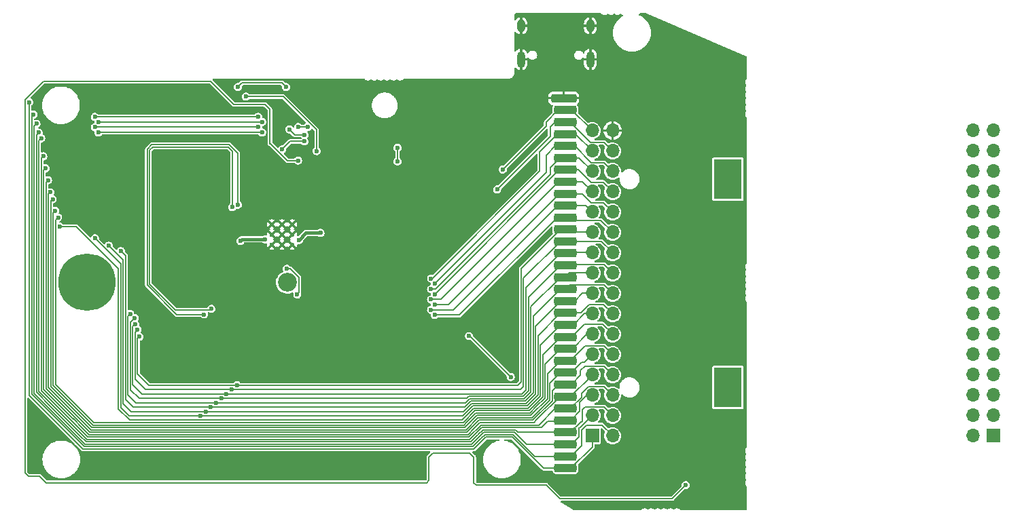
<source format=gbl>
G04 #@! TF.GenerationSoftware,KiCad,Pcbnew,6.0.2+dfsg-1*
G04 #@! TF.CreationDate,2022-11-20T12:02:48+01:00*
G04 #@! TF.ProjectId,gb-stream-cart,67622d73-7472-4656-916d-2d636172742e,REV1*
G04 #@! TF.SameCoordinates,PX4cf3b50PY7de2900*
G04 #@! TF.FileFunction,Copper,L2,Bot*
G04 #@! TF.FilePolarity,Positive*
%FSLAX46Y46*%
G04 Gerber Fmt 4.6, Leading zero omitted, Abs format (unit mm)*
G04 Created by KiCad (PCBNEW 6.0.2+dfsg-1) date 2022-11-20 12:02:48*
%MOMM*%
%LPD*%
G01*
G04 APERTURE LIST*
G04 Aperture macros list*
%AMRoundRect*
0 Rectangle with rounded corners*
0 $1 Rounding radius*
0 $2 $3 $4 $5 $6 $7 $8 $9 X,Y pos of 4 corners*
0 Add a 4 corners polygon primitive as box body*
4,1,4,$2,$3,$4,$5,$6,$7,$8,$9,$2,$3,0*
0 Add four circle primitives for the rounded corners*
1,1,$1+$1,$2,$3*
1,1,$1+$1,$4,$5*
1,1,$1+$1,$6,$7*
1,1,$1+$1,$8,$9*
0 Add four rect primitives between the rounded corners*
20,1,$1+$1,$2,$3,$4,$5,0*
20,1,$1+$1,$4,$5,$6,$7,0*
20,1,$1+$1,$6,$7,$8,$9,0*
20,1,$1+$1,$8,$9,$2,$3,0*%
G04 Aperture macros list end*
G04 #@! TA.AperFunction,WasherPad*
%ADD10C,2.350000*%
G04 #@! TD*
G04 #@! TA.AperFunction,WasherPad*
%ADD11C,7.150000*%
G04 #@! TD*
G04 #@! TA.AperFunction,ComponentPad*
%ADD12O,1.000000X2.100000*%
G04 #@! TD*
G04 #@! TA.AperFunction,ComponentPad*
%ADD13O,1.000000X1.600000*%
G04 #@! TD*
G04 #@! TA.AperFunction,ComponentPad*
%ADD14C,0.600000*%
G04 #@! TD*
G04 #@! TA.AperFunction,ComponentPad*
%ADD15R,1.700000X1.700000*%
G04 #@! TD*
G04 #@! TA.AperFunction,ComponentPad*
%ADD16O,1.700000X1.700000*%
G04 #@! TD*
G04 #@! TA.AperFunction,SMDPad,CuDef*
%ADD17R,3.500000X5.000000*%
G04 #@! TD*
G04 #@! TA.AperFunction,SMDPad,CuDef*
%ADD18RoundRect,0.275000X1.125000X-0.275000X1.125000X0.275000X-1.125000X0.275000X-1.125000X-0.275000X0*%
G04 #@! TD*
G04 #@! TA.AperFunction,SMDPad,CuDef*
%ADD19RoundRect,0.275000X1.325000X-0.275000X1.325000X0.275000X-1.325000X0.275000X-1.325000X-0.275000X0*%
G04 #@! TD*
G04 #@! TA.AperFunction,ViaPad*
%ADD20C,0.600000*%
G04 #@! TD*
G04 #@! TA.AperFunction,Conductor*
%ADD21C,0.200000*%
G04 #@! TD*
G04 #@! TA.AperFunction,Conductor*
%ADD22C,0.150000*%
G04 #@! TD*
G04 #@! TA.AperFunction,Conductor*
%ADD23C,0.400000*%
G04 #@! TD*
G04 APERTURE END LIST*
D10*
X40350000Y35700000D03*
D11*
X15400000Y35700000D03*
D12*
X78120000Y63530000D03*
D13*
X78120000Y67710000D03*
D12*
X69480000Y63530000D03*
D13*
X69480000Y67710000D03*
D14*
X40975000Y41681250D03*
X40975000Y42956250D03*
X38425000Y40406250D03*
X39700000Y40406250D03*
X38425000Y41681250D03*
X39700000Y42956250D03*
X39700000Y41681250D03*
X38425000Y42956250D03*
X40975000Y40406250D03*
D15*
X128320000Y16550000D03*
D16*
X125780000Y16550000D03*
X128320000Y19090000D03*
X125780000Y19090000D03*
X128320000Y21630000D03*
X125780000Y21630000D03*
X128320000Y24170000D03*
X125780000Y24170000D03*
X128320000Y26710000D03*
X125780000Y26710000D03*
X128320000Y29250000D03*
X125780000Y29250000D03*
X128320000Y31790000D03*
X125780000Y31790000D03*
X128320000Y34330000D03*
X125780000Y34330000D03*
X128320000Y36870000D03*
X125780000Y36870000D03*
X128320000Y39410000D03*
X125780000Y39410000D03*
X128320000Y41950000D03*
X125780000Y41950000D03*
X128320000Y44490000D03*
X125780000Y44490000D03*
X128320000Y47030000D03*
X125780000Y47030000D03*
X128320000Y49570000D03*
X125780000Y49570000D03*
X128320000Y52110000D03*
X125780000Y52110000D03*
X128320000Y54650000D03*
X125780000Y54650000D03*
D17*
X95250000Y48600000D03*
X95250000Y22600000D03*
D18*
X75010000Y12505000D03*
X75010000Y13995000D03*
X75010000Y15485000D03*
X75010000Y16975000D03*
X75010000Y18465000D03*
X75010000Y19955000D03*
X75010000Y21445000D03*
X75010000Y22935000D03*
X75010000Y24425000D03*
X75010000Y25915000D03*
X75010000Y27405000D03*
X75010000Y28895000D03*
X75010000Y30385000D03*
X75010000Y31875000D03*
X75010000Y33365000D03*
X75010000Y34855000D03*
X75010000Y36345000D03*
X75010000Y37835000D03*
X75010000Y39325000D03*
X75010000Y40815000D03*
X75010000Y42305000D03*
X75010000Y43795000D03*
X75010000Y45285000D03*
X75010000Y46775000D03*
X75010000Y48265000D03*
X75010000Y49755000D03*
X75010000Y51245000D03*
X75010000Y52735000D03*
X75010000Y54225000D03*
X75010000Y55715000D03*
X75010000Y57205000D03*
D19*
X74810000Y58695000D03*
D15*
X78350000Y16550000D03*
D16*
X80890000Y16550000D03*
X78350000Y19090000D03*
X80890000Y19090000D03*
X78350000Y21630000D03*
X80890000Y21630000D03*
X78350000Y24170000D03*
X80890000Y24170000D03*
X78350000Y26710000D03*
X80890000Y26710000D03*
X78350000Y29250000D03*
X80890000Y29250000D03*
X78350000Y31790000D03*
X80890000Y31790000D03*
X78350000Y34330000D03*
X80890000Y34330000D03*
X78350000Y36870000D03*
X80890000Y36870000D03*
X78350000Y39410000D03*
X80890000Y39410000D03*
X78350000Y41950000D03*
X80890000Y41950000D03*
X78350000Y44490000D03*
X80890000Y44490000D03*
X78350000Y47030000D03*
X80890000Y47030000D03*
X78350000Y49570000D03*
X80890000Y49570000D03*
X78350000Y52110000D03*
X80890000Y52110000D03*
X78350000Y54650000D03*
X80890000Y54650000D03*
D20*
X26100000Y33800000D03*
X56200000Y12500000D03*
X42700000Y49681250D03*
X28300000Y53600000D03*
X42900000Y52400000D03*
X48500000Y43800000D03*
X28300000Y36191250D03*
X36900000Y57200000D03*
X47500000Y37681250D03*
X56100000Y51500000D03*
X92700000Y10400000D03*
X37200000Y53600000D03*
X28300000Y42891250D03*
X37300000Y33900000D03*
X28300000Y44881250D03*
X66668750Y56531250D03*
X47500000Y38681250D03*
X56819400Y38480600D03*
X9200000Y12300000D03*
X68400000Y25600000D03*
X55000000Y29000000D03*
X36200000Y28700000D03*
X56500000Y54600000D03*
X26900000Y30000000D03*
X36180600Y34319400D03*
X67750000Y25450000D03*
X29500000Y32800000D03*
X49400000Y31400000D03*
X26250000Y53650000D03*
X8200000Y12300000D03*
X89100000Y12000000D03*
X30711500Y40919250D03*
X32870500Y44602250D03*
X51300000Y54200000D03*
X30700000Y46507250D03*
X76900000Y59900000D03*
X48500000Y41681250D03*
X46600000Y59100000D03*
X32743500Y42125750D03*
X31917996Y40181250D03*
X49400000Y37500000D03*
X38500000Y49681250D03*
X28300000Y51591250D03*
X24600000Y36191250D03*
X44411250Y34711250D03*
X35100000Y60000000D03*
X46150000Y55250000D03*
X20800000Y60000000D03*
X52400000Y49500000D03*
X52600000Y29000000D03*
X70100000Y60400000D03*
X56200000Y13400000D03*
X25000000Y51591250D03*
X48499992Y42681250D03*
X31918010Y41300256D03*
X33400000Y59600000D03*
X26800000Y43791250D03*
X34200000Y60100000D03*
X40200000Y60100000D03*
X34500000Y40881250D03*
X44500006Y41881250D03*
X37600000Y41081280D03*
X41800000Y40981250D03*
X36724998Y56375002D03*
X16375002Y56375002D03*
X8750000Y56650000D03*
X37225001Y55725001D03*
X16825001Y55725001D03*
X9100000Y55500000D03*
X9400000Y54400000D03*
X16375002Y55075002D03*
X36775002Y55075002D03*
X37225001Y54425001D03*
X16825001Y54425001D03*
X9701440Y53701440D03*
X9950000Y51450000D03*
X10250000Y49950000D03*
X10550000Y48450000D03*
X10850000Y46950000D03*
X11123586Y46076414D03*
X11450000Y44650000D03*
X11800000Y43800000D03*
X12050000Y42650000D03*
X29524998Y19024998D03*
X16400000Y41200000D03*
X18100000Y40300000D03*
X30174999Y19574999D03*
X19624521Y39624521D03*
X30824998Y20124998D03*
X31474999Y20674999D03*
X20775479Y31775479D03*
X21350968Y31250968D03*
X32124998Y21224998D03*
X32774999Y21774999D03*
X21400000Y30500000D03*
X21700000Y29800000D03*
X33424998Y22324998D03*
X21950000Y28950000D03*
X34074999Y22874999D03*
X58724998Y31624998D03*
X58274999Y32274999D03*
X58724998Y32924998D03*
X58274999Y33574999D03*
X58724998Y34224998D03*
X58274999Y34874999D03*
X58724998Y35524998D03*
X58274999Y36174999D03*
X54100960Y50799040D03*
X54100000Y52500000D03*
X63000000Y29000000D03*
X8200000Y58200000D03*
X68200000Y23900000D03*
X90000000Y10400000D03*
X41700000Y50900000D03*
X40300000Y37400000D03*
X41600000Y34200000D03*
X30900000Y32400000D03*
X33500000Y45100000D03*
X30000000Y31700000D03*
X34200000Y45400000D03*
X42500000Y53300000D03*
X39700000Y52300000D03*
X42500000Y54100000D03*
X40600000Y54800000D03*
X42900000Y55100000D03*
X41700000Y55100000D03*
X66500000Y47300000D03*
X67200000Y49800000D03*
X35200000Y58900000D03*
X44000000Y52100000D03*
D21*
X46700000Y37681250D02*
X46700000Y37881250D01*
X46700000Y37881250D02*
X47200001Y38381251D01*
X47200001Y38381251D02*
X47500000Y38681250D01*
D22*
X34700000Y60600000D02*
X35500000Y60600000D01*
X39700000Y60600000D02*
X40200000Y60100000D01*
X35500000Y60600000D02*
X39700000Y60600000D01*
X34200000Y60100000D02*
X34700000Y60600000D01*
D23*
X37590030Y41091250D02*
X37600000Y41081280D01*
X34500000Y40881250D02*
X34710000Y41091250D01*
X34710000Y41091250D02*
X37590030Y41091250D01*
X42690000Y41881250D02*
X41800000Y40991250D01*
X44500006Y41881250D02*
X42690000Y41881250D01*
X41800000Y40991250D02*
X41800000Y40981250D01*
D22*
X68524065Y16699520D02*
X64975934Y16699520D01*
X15024066Y15199520D02*
X8499520Y21724066D01*
X77000000Y17300000D02*
X77600000Y17900000D01*
X36724998Y56375002D02*
X16375002Y56375002D01*
X63475934Y15199520D02*
X15024066Y15199520D01*
X77000000Y15300000D02*
X77000000Y17300000D01*
X71228586Y13995000D02*
X68524065Y16699520D01*
X75010000Y13995000D02*
X71228586Y13995000D01*
X75695000Y13995000D02*
X77000000Y15300000D01*
X8499520Y21724066D02*
X8499520Y56399520D01*
X64975934Y16699520D02*
X64488208Y16211793D01*
X77600000Y17900000D02*
X79540000Y17900000D01*
X64488208Y16211793D02*
X63475934Y15199520D01*
X79540000Y17900000D02*
X80890000Y16550000D01*
X8499520Y56399520D02*
X8750000Y56650000D01*
X75010000Y13995000D02*
X75695000Y13995000D01*
X8799040Y55199040D02*
X9100000Y55500000D01*
X75010000Y15485000D02*
X75785000Y15485000D01*
X63351870Y15499040D02*
X15148132Y15499040D01*
X37225001Y55725001D02*
X16825001Y55725001D01*
X75010000Y15485000D02*
X70162172Y15485000D01*
X76700000Y17500000D02*
X76800000Y17600000D01*
X75785000Y15485000D02*
X76700000Y16400000D01*
X64851868Y16999039D02*
X63351870Y15499040D01*
X76800000Y17600000D02*
X76860000Y17600000D01*
X68648130Y16999040D02*
X64851868Y16999039D01*
X76860000Y17600000D02*
X78350000Y19090000D01*
X15148132Y15499040D02*
X8799040Y21848132D01*
X8799040Y21848132D02*
X8799040Y55199040D01*
X76700000Y16400000D02*
X76700000Y17500000D01*
X70162172Y15485000D02*
X68648130Y16999040D01*
X10935379Y20135379D02*
X14535379Y16535379D01*
X9098560Y53700000D02*
X9098560Y34300000D01*
X75626427Y16975000D02*
X76851427Y18200000D01*
X75010000Y16975000D02*
X75626427Y16975000D01*
X36775002Y55075002D02*
X16375002Y55075002D01*
X15500000Y15798560D02*
X15272198Y15798560D01*
X76851427Y18200000D02*
X76900000Y18200000D01*
X79815489Y20164511D02*
X80890000Y19090000D01*
X68200000Y17298560D02*
X64727804Y17298560D01*
X15272198Y15798560D02*
X14535379Y16535379D01*
X63227804Y15798560D02*
X62200000Y15798560D01*
X9098560Y34300000D02*
X9098560Y22500000D01*
X77100000Y18400000D02*
X77100000Y19800000D01*
X68885377Y17185378D02*
X68772195Y17298560D01*
X9400000Y54400000D02*
X9098560Y54098560D01*
X69095755Y16975000D02*
X68885377Y17185378D01*
X9098560Y54098560D02*
X9098560Y53700000D01*
X77100000Y19800000D02*
X77464511Y20164511D01*
X64114622Y16685378D02*
X63227804Y15798560D01*
X9098560Y22500000D02*
X9098560Y21972198D01*
X69425000Y16975000D02*
X69095755Y16975000D01*
X9098560Y21972198D02*
X10935379Y20135379D01*
X76900000Y18200000D02*
X77100000Y18400000D01*
X62200000Y15798560D02*
X15500000Y15798560D01*
X75010000Y16975000D02*
X69425000Y16975000D01*
X77464511Y20164511D02*
X79815489Y20164511D01*
X68772195Y17298560D02*
X68200000Y17298560D01*
X64727804Y17298560D02*
X64114622Y16685378D01*
X75010000Y18465000D02*
X74945000Y18400000D01*
X64603739Y17598080D02*
X63103738Y16098080D01*
X74945000Y18400000D02*
X72800000Y18400000D01*
X15396264Y16098080D02*
X9398080Y22096264D01*
X72800000Y18400000D02*
X71998080Y17598080D01*
X37225001Y54425001D02*
X16825001Y54425001D01*
X75010000Y18465000D02*
X75665000Y18465000D01*
X63103738Y16098080D02*
X15396264Y16098080D01*
X75665000Y18465000D02*
X76800000Y19600000D01*
X9398080Y53398080D02*
X9701440Y53701440D01*
X9398080Y22096264D02*
X9398080Y53398080D01*
X77730000Y21630000D02*
X78350000Y21630000D01*
X71998080Y17598080D02*
X64603739Y17598080D01*
X76800000Y20700000D02*
X77730000Y21630000D01*
X76800000Y19600000D02*
X76800000Y20700000D01*
X79815489Y22704511D02*
X80890000Y21630000D01*
X9697600Y22220330D02*
X9697600Y51197600D01*
X75010000Y19955000D02*
X73757400Y19955000D01*
X71700000Y17897600D02*
X64479674Y17897600D01*
X75010000Y19955000D02*
X75626427Y19955000D01*
X62979673Y16397600D02*
X15520330Y16397600D01*
X73757400Y19955000D02*
X71700000Y17897600D01*
X75626427Y19955000D02*
X77000000Y21328573D01*
X9697600Y51197600D02*
X9950000Y51450000D01*
X64479674Y17897600D02*
X62979673Y16397600D01*
X77000000Y21328573D02*
X77000000Y21800000D01*
X15520330Y16397600D02*
X9697600Y22220330D01*
X77904511Y22704511D02*
X79815489Y22704511D01*
X77000000Y21800000D02*
X77904511Y22704511D01*
X9997120Y22344396D02*
X10020758Y22320758D01*
X74345000Y21445000D02*
X71400000Y18500000D01*
X14920758Y17420758D02*
X13670758Y18670758D01*
X22700000Y16700000D02*
X15641516Y16700000D01*
X62855608Y16697120D02*
X61600000Y16697120D01*
X22702880Y16697120D02*
X22700000Y16700000D01*
X75626427Y21445000D02*
X78350000Y24168573D01*
X10020758Y22320758D02*
X13720758Y18620758D01*
X15641516Y16700000D02*
X14920758Y17420758D01*
X9997120Y23400000D02*
X9997120Y22344396D01*
X71097120Y18197120D02*
X68400000Y18197120D01*
X68400000Y18197120D02*
X64355608Y18197120D01*
X75010000Y21445000D02*
X74345000Y21445000D01*
X61600000Y16697120D02*
X22702880Y16697120D01*
X9997120Y49697120D02*
X9997120Y23400000D01*
X75010000Y21445000D02*
X75626427Y21445000D01*
X78350000Y24168573D02*
X78350000Y24170000D01*
X71400000Y18500000D02*
X71097120Y18197120D01*
X64355608Y18197120D02*
X63579244Y17420756D01*
X63579244Y17420756D02*
X62855608Y16697120D01*
X10250000Y49950000D02*
X9997120Y49697120D01*
X76900000Y24100000D02*
X76900000Y24700000D01*
X73385480Y20914520D02*
X73388207Y20911793D01*
X62731542Y16996640D02*
X59900000Y16996640D01*
X79815489Y25244511D02*
X80890000Y24170000D01*
X59897120Y16999520D02*
X15765582Y16999520D01*
X64231542Y18496640D02*
X62731542Y16996640D01*
X73385480Y22185480D02*
X73385480Y20914520D01*
X10296640Y48196640D02*
X10550000Y48450000D01*
X15765582Y16999520D02*
X10296640Y22468462D01*
X70973054Y18496640D02*
X64231542Y18496640D01*
X77444511Y25244511D02*
X79815489Y25244511D01*
X73388207Y20911793D02*
X70973054Y18496640D01*
X74135000Y22935000D02*
X73385480Y22185480D01*
X75010000Y22935000D02*
X75735000Y22935000D01*
X59900000Y16996640D02*
X59897120Y16999520D01*
X76900000Y24700000D02*
X77444511Y25244511D01*
X10296640Y22468462D02*
X10296640Y48196640D01*
X75735000Y22935000D02*
X76900000Y24100000D01*
X75010000Y22935000D02*
X74135000Y22935000D01*
X73085960Y21033132D02*
X70848988Y18796160D01*
X62097120Y17299040D02*
X15889648Y17299040D01*
X73085960Y23117387D02*
X73085960Y21033132D01*
X10600000Y22588688D02*
X10600000Y36800000D01*
X62607476Y17296160D02*
X62100000Y17296160D01*
X70848988Y18796160D02*
X64107476Y18796160D01*
X10596160Y36803840D02*
X10596160Y46696160D01*
X75010000Y24425000D02*
X75725000Y24425000D01*
X75725000Y24425000D02*
X77000000Y25700000D01*
X77340000Y25700000D02*
X78350000Y26710000D01*
X10596160Y46696160D02*
X10850000Y46950000D01*
X10600000Y36800000D02*
X10596160Y36803840D01*
X75010000Y24425000D02*
X74393573Y24425000D01*
X77000000Y25700000D02*
X77340000Y25700000D01*
X62100000Y17296160D02*
X62097120Y17299040D01*
X15889648Y17299040D02*
X10600000Y22588688D01*
X74393573Y24425000D02*
X73085960Y23117387D01*
X64107476Y18796160D02*
X62607476Y17296160D01*
X62486290Y17598560D02*
X16401440Y17598560D01*
X11076414Y46076414D02*
X11123586Y46076414D01*
X77495938Y27784511D02*
X79815489Y27784511D01*
X16012274Y17600000D02*
X10899520Y22712754D01*
X63983410Y19095680D02*
X62486290Y17598560D01*
X10899520Y22712754D02*
X10899520Y45296160D01*
X16400000Y17600000D02*
X16012274Y17600000D01*
X72786440Y21157198D02*
X70724922Y19095680D01*
X72786440Y24307867D02*
X72786440Y21157198D01*
X70724922Y19095680D02*
X63983410Y19095680D01*
X10899520Y45296160D02*
X10895680Y45300000D01*
X75626427Y25915000D02*
X77495938Y27784511D01*
X75010000Y25915000D02*
X75626427Y25915000D01*
X10895680Y45300000D02*
X10895680Y45895680D01*
X16401440Y17598560D02*
X16400000Y17600000D01*
X75010000Y25915000D02*
X74393573Y25915000D01*
X10895680Y45895680D02*
X11076414Y46076414D01*
X74393573Y25915000D02*
X72786440Y24307867D01*
X79815489Y27784511D02*
X80890000Y26710000D01*
X62362224Y17898080D02*
X58300000Y17898080D01*
X68400000Y19395200D02*
X63859344Y19395200D01*
X75010000Y27405000D02*
X74393573Y27405000D01*
X75905000Y27405000D02*
X77750000Y29250000D01*
X11199040Y22836820D02*
X13717930Y20317930D01*
X16136340Y17899520D02*
X13567930Y20467930D01*
X77750000Y29250000D02*
X78350000Y29250000D01*
X72486920Y21281264D02*
X71402828Y20197172D01*
X74393573Y27405000D02*
X72486920Y25498347D01*
X75010000Y27405000D02*
X75905000Y27405000D01*
X72486920Y25498347D02*
X72486920Y22500000D01*
X71402828Y20197172D02*
X70600856Y19395200D01*
X11199040Y44399040D02*
X11199040Y44200000D01*
X70600856Y19395200D02*
X68400000Y19395200D01*
X20400000Y17898080D02*
X20398560Y17899520D01*
X11199040Y44200000D02*
X11199040Y22836820D01*
X20398560Y17899520D02*
X16136340Y17899520D01*
X62632072Y18167928D02*
X62362224Y17898080D01*
X63859344Y19395200D02*
X62632072Y18167928D01*
X72486920Y22500000D02*
X72486920Y21281264D01*
X11450000Y44650000D02*
X11199040Y44399040D01*
X58300000Y17898080D02*
X20400000Y17898080D01*
X62270279Y18229721D02*
X62238158Y18197600D01*
X70691035Y19908965D02*
X70476790Y19694720D01*
X74393573Y28895000D02*
X72187400Y26688827D01*
X72187400Y21405330D02*
X70691035Y19908965D01*
X58398560Y18199040D02*
X20274494Y18199040D01*
X62238158Y18197600D02*
X58400000Y18197600D01*
X11498560Y42800000D02*
X11498560Y23700000D01*
X69400000Y19694720D02*
X63735279Y19694720D01*
X72187400Y26688827D02*
X72187400Y22400000D01*
X63735279Y19694720D02*
X62270279Y18229721D01*
X77400000Y30500000D02*
X79640000Y30500000D01*
X70476790Y19694720D02*
X69400000Y19694720D01*
X79640000Y30500000D02*
X80890000Y29250000D01*
X11498560Y23700000D02*
X11498560Y22960886D01*
X72187400Y22400000D02*
X72187400Y21405330D01*
X20274494Y18199040D02*
X16260406Y18199040D01*
X58400000Y18197600D02*
X58398560Y18199040D01*
X11498560Y22960886D02*
X13779723Y20679723D01*
X16260406Y18199040D02*
X13779723Y20679723D01*
X75795000Y28895000D02*
X77400000Y30500000D01*
X75010000Y28895000D02*
X74393573Y28895000D01*
X11800000Y43800000D02*
X11498560Y43498560D01*
X11498560Y43498560D02*
X11498560Y42800000D01*
X75010000Y28895000D02*
X75795000Y28895000D01*
X74393573Y30385000D02*
X71887880Y27879307D01*
X71887880Y21529396D02*
X70352724Y19994240D01*
X19300000Y37400000D02*
X19300000Y19897120D01*
X19300000Y19897120D02*
X20698560Y18498560D01*
X75985000Y30385000D02*
X77390000Y31790000D01*
X62097120Y18497120D02*
X60900000Y18497120D01*
X77390000Y31790000D02*
X78350000Y31790000D01*
X60898560Y18498560D02*
X20698560Y18498560D01*
X60900000Y18497120D02*
X60898560Y18498560D01*
X70352724Y19994240D02*
X63594240Y19994240D01*
X71887880Y27879307D02*
X71887880Y21529396D01*
X75010000Y30385000D02*
X75985000Y30385000D01*
X12050000Y42650000D02*
X14050000Y42650000D01*
X63594240Y19994240D02*
X62097120Y18497120D01*
X75010000Y30385000D02*
X74393573Y30385000D01*
X14050000Y42650000D02*
X19300000Y37400000D01*
X62201412Y19024998D02*
X29524998Y19024998D01*
X75010000Y31875000D02*
X74393573Y31875000D01*
X76915411Y31875000D02*
X77940411Y32900000D01*
X71588360Y21653462D02*
X70228658Y20293760D01*
X74393573Y31875000D02*
X71588360Y29069787D01*
X70228658Y20293760D02*
X63470174Y20293760D01*
X16400000Y41200000D02*
X19600000Y38000000D01*
X71588360Y29069787D02*
X71588360Y21653462D01*
X19600000Y20020706D02*
X20610353Y19010353D01*
X79780000Y32900000D02*
X80890000Y31790000D01*
X75010000Y31875000D02*
X76915411Y31875000D01*
X19600000Y38000000D02*
X19600000Y20020706D01*
X29510353Y19010353D02*
X29524998Y19024998D01*
X77940411Y32900000D02*
X79780000Y32900000D01*
X20610353Y19010353D02*
X29510353Y19010353D01*
X63470174Y20293760D02*
X62201412Y19024998D01*
X30214139Y19535859D02*
X62288687Y19535859D01*
X63346108Y20593280D02*
X70104592Y20593280D01*
X71288840Y30260267D02*
X74393573Y33365000D01*
X30174999Y19574999D02*
X30214139Y19535859D01*
X71288840Y21777528D02*
X71288840Y30260267D01*
X20925001Y19574999D02*
X30174999Y19574999D01*
X76165000Y33365000D02*
X77130000Y34330000D01*
X19900000Y20600000D02*
X20925001Y19574999D01*
X75010000Y33365000D02*
X76165000Y33365000D01*
X19900000Y38500000D02*
X19900000Y20600000D01*
X74393573Y33365000D02*
X75010000Y33365000D01*
X77130000Y34330000D02*
X78350000Y34330000D01*
X62288687Y19535859D02*
X63346108Y20593280D01*
X70104592Y20593280D02*
X71288840Y21777528D01*
X18100000Y40300000D02*
X19900000Y38500000D01*
X21175002Y20124998D02*
X30824998Y20124998D01*
X30824998Y20124998D02*
X62454240Y20124998D01*
X74393573Y34855000D02*
X75010000Y34855000D01*
X62454240Y20124998D02*
X63222042Y20892800D01*
X75010000Y34855000D02*
X75559511Y35404511D01*
X79815489Y35404511D02*
X80890000Y34330000D01*
X69980526Y20892800D02*
X70989320Y21901594D01*
X20200000Y39049042D02*
X20200000Y21100000D01*
X70989320Y31450747D02*
X74393573Y34855000D01*
X70989320Y21901594D02*
X70989320Y31450747D01*
X75559511Y35404511D02*
X79815489Y35404511D01*
X63222042Y20892800D02*
X69980526Y20892800D01*
X19624521Y39624521D02*
X20200000Y39049042D01*
X20200000Y21100000D02*
X21175002Y20124998D01*
X20499520Y31499520D02*
X20499520Y21700480D01*
X75535000Y36870000D02*
X78350000Y36870000D01*
X75010000Y36345000D02*
X75535000Y36870000D01*
X21525001Y20674999D02*
X31474999Y20674999D01*
X31474999Y20674999D02*
X62580655Y20674999D01*
X63097977Y21192320D02*
X69856460Y21192320D01*
X20499520Y21700480D02*
X21525001Y20674999D01*
X70689800Y22025660D02*
X70689800Y32641227D01*
X20775479Y31775479D02*
X20499520Y31499520D01*
X69856460Y21192320D02*
X70689800Y22025660D01*
X62580655Y20674999D02*
X63097977Y21192320D01*
X70689800Y32641227D02*
X74393573Y36345000D01*
X74393573Y36345000D02*
X75010000Y36345000D01*
X70390280Y33831707D02*
X74393573Y37835000D01*
X20799040Y30699040D02*
X20799040Y22300960D01*
X75010000Y37835000D02*
X75119511Y37944511D01*
X20799040Y22300960D02*
X21875002Y21224998D01*
X21350968Y31250968D02*
X20799040Y30699040D01*
X62707070Y21224998D02*
X62973912Y21491840D01*
X74393573Y37835000D02*
X75010000Y37835000D01*
X69732394Y21491840D02*
X70390280Y22149726D01*
X32124998Y21224998D02*
X62707070Y21224998D01*
X75119511Y37944511D02*
X79815489Y37944511D01*
X62973912Y21491840D02*
X69732394Y21491840D01*
X70390280Y22149726D02*
X70390280Y33831707D01*
X21875002Y21224998D02*
X32124998Y21224998D01*
X79815489Y37944511D02*
X80890000Y36870000D01*
X21098560Y30198560D02*
X21098560Y22901440D01*
X21098560Y22901440D02*
X22225001Y21774999D01*
X70090760Y22273792D02*
X70090760Y35022187D01*
X69608328Y21791360D02*
X70090760Y22273792D01*
X22225001Y21774999D02*
X32774999Y21774999D01*
X62208640Y21791360D02*
X69608328Y21791360D01*
X62192279Y21774999D02*
X62208640Y21791360D01*
X75095000Y39410000D02*
X78350000Y39410000D01*
X21400000Y30500000D02*
X21098560Y30198560D01*
X75010000Y39325000D02*
X75095000Y39410000D01*
X70090760Y35022187D02*
X74393573Y39325000D01*
X74393573Y39325000D02*
X75010000Y39325000D01*
X32774999Y21774999D02*
X62192279Y21774999D01*
X22675002Y22324998D02*
X33424998Y22324998D01*
X75010000Y40815000D02*
X79485000Y40815000D01*
X21700000Y29800000D02*
X21398080Y29498080D01*
X21398080Y29498080D02*
X21398080Y23601920D01*
X33424998Y22324998D02*
X69424998Y22324998D01*
X69791240Y36212667D02*
X74393573Y40815000D01*
X69424998Y22324998D02*
X69791240Y22691240D01*
X79485000Y40815000D02*
X80890000Y39410000D01*
X21398080Y23601920D02*
X22675002Y22324998D01*
X69791240Y22691240D02*
X69791240Y36212667D01*
X74393573Y40815000D02*
X75010000Y40815000D01*
X75365000Y41950000D02*
X78350000Y41950000D01*
X21697600Y24302400D02*
X23125001Y22874999D01*
X21697600Y28697600D02*
X21697600Y24302400D01*
X74393573Y42305000D02*
X75010000Y42305000D01*
X23125001Y22874999D02*
X34074999Y22874999D01*
X69074999Y22874999D02*
X69491720Y23291720D01*
X21950000Y28950000D02*
X21697600Y28697600D01*
X75010000Y42305000D02*
X75365000Y41950000D01*
X34074999Y22874999D02*
X69074999Y22874999D01*
X69491720Y37403147D02*
X74393573Y42305000D01*
X69491720Y23291720D02*
X69491720Y37403147D01*
X79424511Y43415489D02*
X80890000Y41950000D01*
X75010000Y43795000D02*
X73995000Y43795000D01*
X73995000Y43795000D02*
X61824998Y31624998D01*
X61824998Y31624998D02*
X58724998Y31624998D01*
X75010000Y43795000D02*
X75389511Y43415489D01*
X75389511Y43415489D02*
X79424511Y43415489D01*
X74085000Y45285000D02*
X61074999Y32274999D01*
X75010000Y45285000D02*
X74085000Y45285000D01*
X61074999Y32274999D02*
X58274999Y32274999D01*
X77555000Y45285000D02*
X78350000Y44490000D01*
X75010000Y45285000D02*
X77555000Y45285000D01*
X75010000Y46775000D02*
X74275000Y46775000D01*
X79780000Y45600000D02*
X80890000Y44490000D01*
X78260411Y45600000D02*
X79780000Y45600000D01*
X74275000Y46775000D02*
X60424998Y32924998D01*
X77085411Y46775000D02*
X78260411Y45600000D01*
X75010000Y46775000D02*
X77085411Y46775000D01*
X60424998Y32924998D02*
X58724998Y32924998D01*
X75010000Y48265000D02*
X74165000Y48265000D01*
X75010000Y48265000D02*
X77115000Y48265000D01*
X59474999Y33574999D02*
X58274999Y33574999D01*
X77115000Y48265000D02*
X78350000Y47030000D01*
X74165000Y48265000D02*
X59474999Y33574999D01*
X75010000Y49755000D02*
X76645411Y49755000D01*
X78200411Y48200000D02*
X79720000Y48200000D01*
X58724998Y34224998D02*
X74255000Y49755000D01*
X79720000Y48200000D02*
X80890000Y47030000D01*
X74255000Y49755000D02*
X75010000Y49755000D01*
X76645411Y49755000D02*
X78200411Y48200000D01*
X73100000Y49158228D02*
X73100000Y50000000D01*
X58274999Y34874999D02*
X58816771Y34874999D01*
X75010000Y51245000D02*
X76675000Y51245000D01*
X58816771Y34874999D02*
X73100000Y49158228D01*
X74345000Y51245000D02*
X75010000Y51245000D01*
X76675000Y51245000D02*
X78350000Y49570000D01*
X73100000Y50000000D02*
X74345000Y51245000D01*
X73735000Y52735000D02*
X75010000Y52735000D01*
X75010000Y52735000D02*
X76165000Y52735000D01*
X58724998Y35524998D02*
X72600000Y49400000D01*
X78255489Y50644511D02*
X79815489Y50644511D01*
X79815489Y50644511D02*
X80890000Y49570000D01*
X72600000Y51600000D02*
X73735000Y52735000D01*
X72600000Y49400000D02*
X72600000Y51600000D01*
X76165000Y52735000D02*
X78255489Y50644511D01*
X74025000Y54225000D02*
X71800000Y52000000D01*
X76235000Y54225000D02*
X78350000Y52110000D01*
X75010000Y54225000D02*
X74025000Y54225000D01*
X58374999Y36174999D02*
X58274999Y36174999D01*
X71800000Y49600000D02*
X58374999Y36174999D01*
X75010000Y54225000D02*
X76235000Y54225000D01*
X71800000Y52000000D02*
X71800000Y49600000D01*
X54100000Y52500000D02*
X54100000Y50800000D01*
X54100000Y50800000D02*
X54100960Y50799040D01*
X75010000Y12505000D02*
X72295000Y12505000D01*
X63600000Y14900000D02*
X14900000Y14900000D01*
X14900000Y14900000D02*
X14800000Y15000000D01*
X75705000Y12505000D02*
X78350000Y15150000D01*
X68200000Y23900000D02*
X63100000Y29000000D01*
X8200000Y21600000D02*
X14800000Y15000000D01*
X68400000Y16400000D02*
X65100000Y16400000D01*
X78350000Y15150000D02*
X78350000Y16550000D01*
X63100000Y29000000D02*
X63000000Y29000000D01*
X72295000Y12505000D02*
X68400000Y16400000D01*
X75010000Y12505000D02*
X75705000Y12505000D01*
X8200000Y58200000D02*
X8200000Y21600000D01*
X65100000Y16400000D02*
X63600000Y14900000D01*
X58500000Y14400000D02*
X58000000Y13900000D01*
X63100000Y14400000D02*
X58500000Y14400000D01*
X38200000Y53000000D02*
X38200000Y57300000D01*
X7675489Y58475489D02*
X7675489Y11924511D01*
X72600000Y10400000D02*
X63900000Y10400000D01*
X57700000Y10700000D02*
X58000000Y11000000D01*
X38258228Y53000000D02*
X38200000Y53000000D01*
X88300000Y8700000D02*
X74300000Y8700000D01*
X9500000Y11500000D02*
X10300000Y10700000D01*
X30800000Y60800000D02*
X10000000Y60800000D01*
X8100000Y11500000D02*
X9500000Y11500000D01*
X37600000Y57900000D02*
X33700000Y57900000D01*
X90000000Y10400000D02*
X88300000Y8700000D01*
X63900000Y10400000D02*
X63600000Y10700000D01*
X38200000Y57300000D02*
X37600000Y57900000D01*
X10000000Y60800000D02*
X7675489Y58475489D01*
X63600000Y10700000D02*
X63600000Y13900000D01*
X41700000Y50900000D02*
X40358228Y50900000D01*
X74300000Y8700000D02*
X72600000Y10400000D01*
X33700000Y57900000D02*
X30800000Y60800000D01*
X7675489Y11924511D02*
X8100000Y11500000D01*
X10300000Y10700000D02*
X57700000Y10700000D01*
X63600000Y13900000D02*
X63100000Y14400000D01*
X58000000Y11000000D02*
X58000000Y13900000D01*
X40358228Y50900000D02*
X38258228Y53000000D01*
X40300000Y37400000D02*
X40735289Y37400000D01*
X40735289Y37400000D02*
X41824521Y36310768D01*
X41824521Y34424521D02*
X41600000Y34200000D01*
X41824521Y36310768D02*
X41824521Y34424521D01*
X23200000Y52200000D02*
X23600000Y52600000D01*
X26424511Y32275489D02*
X23200000Y35500000D01*
X23200000Y35500000D02*
X23200000Y52200000D01*
X33500000Y52100000D02*
X33500000Y45100000D01*
X30775489Y32275489D02*
X26424511Y32275489D01*
X23600000Y52600000D02*
X33000000Y52600000D01*
X30900000Y32400000D02*
X30775489Y32275489D01*
X33000000Y52600000D02*
X33500000Y52100000D01*
X34200000Y51823585D02*
X33124066Y52899520D01*
X26576414Y31700000D02*
X30000000Y31700000D01*
X33124066Y52899520D02*
X23475934Y52899520D01*
X22900480Y35375934D02*
X26576414Y31700000D01*
X34200000Y45400000D02*
X34200000Y51823585D01*
X22900000Y51400000D02*
X22900480Y51399520D01*
X23475934Y52899520D02*
X22900000Y52323586D01*
X22900480Y51399520D02*
X22900480Y35375934D01*
X22900000Y52323586D02*
X22900000Y51400000D01*
X40700000Y53300000D02*
X42500000Y53300000D01*
X39700000Y52300000D02*
X40700000Y53300000D01*
X42500000Y54100000D02*
X41300000Y54100000D01*
X41300000Y54100000D02*
X40600000Y54800000D01*
X42900000Y55100000D02*
X41700000Y55100000D01*
X78156916Y53184511D02*
X79815489Y53184511D01*
X73715000Y55715000D02*
X75010000Y55715000D01*
X73100000Y55100000D02*
X73715000Y55715000D01*
X75010000Y55715000D02*
X75626427Y55715000D01*
X79815489Y53184511D02*
X80890000Y52110000D01*
X66500000Y47300000D02*
X73100000Y53900000D01*
X75626427Y55715000D02*
X78156916Y53184511D01*
X73100000Y53900000D02*
X73100000Y55100000D01*
X72600000Y55700000D02*
X74105000Y57205000D01*
X75795000Y57205000D02*
X78350000Y54650000D01*
X74105000Y57205000D02*
X75010000Y57205000D01*
X72600000Y55200000D02*
X72600000Y55700000D01*
X75010000Y57205000D02*
X75795000Y57205000D01*
X67200000Y49800000D02*
X72600000Y55200000D01*
X44000000Y52100000D02*
X44000000Y54741772D01*
X39841772Y58900000D02*
X35200000Y58900000D01*
X44000000Y54741772D02*
X39841772Y58900000D01*
G04 #@! TA.AperFunction,Conductor*
G36*
X79496107Y69287728D02*
G01*
X79514709Y69272029D01*
X79514930Y69272280D01*
X79617103Y69182044D01*
X79617105Y69182042D01*
X79622388Y69177377D01*
X79628770Y69174381D01*
X79628771Y69174380D01*
X79635768Y69171095D01*
X79752163Y69116447D01*
X79759134Y69115362D01*
X79759136Y69115361D01*
X79804621Y69108279D01*
X79861009Y69099500D01*
X79935940Y69099500D01*
X79939430Y69100000D01*
X79939433Y69100000D01*
X80007353Y69109727D01*
X80041918Y69114677D01*
X80126221Y69153007D01*
X80166004Y69171095D01*
X80166005Y69171096D01*
X80172428Y69174016D01*
X80234527Y69227524D01*
X80235450Y69228319D01*
X80291875Y69251980D01*
X80351432Y69237956D01*
X80365607Y69227524D01*
X80417103Y69182044D01*
X80417105Y69182042D01*
X80422388Y69177377D01*
X80428770Y69174381D01*
X80428771Y69174380D01*
X80435768Y69171095D01*
X80552163Y69116447D01*
X80559134Y69115362D01*
X80559136Y69115361D01*
X80604621Y69108279D01*
X80661009Y69099500D01*
X80735940Y69099500D01*
X80739430Y69100000D01*
X80739433Y69100000D01*
X80807353Y69109727D01*
X80841918Y69114677D01*
X80926221Y69153007D01*
X80966004Y69171095D01*
X80966005Y69171096D01*
X80972428Y69174016D01*
X81034527Y69227524D01*
X81035450Y69228319D01*
X81091875Y69251980D01*
X81151432Y69237956D01*
X81165607Y69227524D01*
X81217103Y69182044D01*
X81217105Y69182042D01*
X81222388Y69177377D01*
X81228770Y69174381D01*
X81228771Y69174380D01*
X81235768Y69171095D01*
X81352163Y69116447D01*
X81359134Y69115362D01*
X81359136Y69115361D01*
X81404621Y69108279D01*
X81461009Y69099500D01*
X81535940Y69099500D01*
X81539430Y69100000D01*
X81539433Y69100000D01*
X81607353Y69109727D01*
X81641918Y69114677D01*
X81726221Y69153007D01*
X81766004Y69171095D01*
X81766005Y69171096D01*
X81772428Y69174016D01*
X81834527Y69227524D01*
X81835450Y69228319D01*
X81891875Y69251980D01*
X81951432Y69237956D01*
X81965607Y69227524D01*
X82017103Y69182044D01*
X82017105Y69182042D01*
X82022388Y69177377D01*
X82028770Y69174381D01*
X82028771Y69174380D01*
X82035768Y69171095D01*
X82152163Y69116447D01*
X82169167Y69113800D01*
X82223753Y69086167D01*
X82251674Y69031723D01*
X82242262Y68971266D01*
X82197721Y68927189D01*
X82131927Y68894743D01*
X82122229Y68889960D01*
X81866036Y68718778D01*
X81634380Y68515620D01*
X81431222Y68283964D01*
X81429417Y68281262D01*
X81429415Y68281260D01*
X81370983Y68193810D01*
X81260040Y68027772D01*
X81123762Y67751427D01*
X81024720Y67459659D01*
X80964609Y67157460D01*
X80964398Y67154238D01*
X80964397Y67154232D01*
X80953182Y66983116D01*
X80944457Y66850000D01*
X80944669Y66846766D01*
X80959375Y66622402D01*
X80964609Y66542540D01*
X81024720Y66240341D01*
X81123762Y65948573D01*
X81260040Y65672229D01*
X81431222Y65416036D01*
X81634380Y65184380D01*
X81866036Y64981222D01*
X82122229Y64810040D01*
X82125135Y64808607D01*
X82125140Y64808604D01*
X82264640Y64739811D01*
X82398573Y64673762D01*
X82690341Y64574720D01*
X82992540Y64514609D01*
X82995762Y64514398D01*
X82995768Y64514397D01*
X83221441Y64499606D01*
X83221443Y64499606D01*
X83223059Y64499500D01*
X83376941Y64499500D01*
X83378557Y64499606D01*
X83378559Y64499606D01*
X83604232Y64514397D01*
X83604238Y64514398D01*
X83607460Y64514609D01*
X83909659Y64574720D01*
X84201427Y64673762D01*
X84335360Y64739811D01*
X84474860Y64808604D01*
X84474865Y64808607D01*
X84477771Y64810040D01*
X84733964Y64981222D01*
X84965620Y65184380D01*
X85168778Y65416036D01*
X85339960Y65672228D01*
X85476238Y65948573D01*
X85575280Y66240341D01*
X85635391Y66542540D01*
X85640626Y66622402D01*
X85655331Y66846766D01*
X85655543Y66850000D01*
X85646818Y66983116D01*
X85635603Y67154232D01*
X85635602Y67154238D01*
X85635391Y67157460D01*
X85575280Y67459659D01*
X85476238Y67751427D01*
X85339960Y68027771D01*
X85168778Y68283964D01*
X84965620Y68515620D01*
X84733964Y68718778D01*
X84477771Y68889960D01*
X84474865Y68891393D01*
X84474860Y68891396D01*
X84312899Y68971266D01*
X84208052Y69022971D01*
X84164226Y69065664D01*
X84153865Y69125966D01*
X84180926Y69180841D01*
X84187217Y69186759D01*
X84275693Y69262995D01*
X84275694Y69262996D01*
X84279882Y69266605D01*
X84279884Y69266606D01*
X84281037Y69267600D01*
X84281210Y69267400D01*
X84330207Y69296724D01*
X84361683Y69298732D01*
X84370218Y69296260D01*
X84379319Y69297048D01*
X84379322Y69297048D01*
X84409141Y69299631D01*
X84417683Y69300000D01*
X85117312Y69300000D01*
X85156655Y69291847D01*
X97540344Y63928832D01*
X97586228Y63888357D01*
X97600000Y63837986D01*
X97600000Y61255617D01*
X97599527Y61245955D01*
X97598802Y61238559D01*
X97596260Y61229782D01*
X97597048Y61220681D01*
X97597048Y61220679D01*
X97599631Y61190859D01*
X97600000Y61182317D01*
X97600000Y61172095D01*
X97600834Y61167614D01*
X97601254Y61163069D01*
X97600153Y61162967D01*
X97592852Y61107175D01*
X97568086Y61074727D01*
X97558661Y61066606D01*
X97534683Y61045945D01*
X97518963Y61032400D01*
X97440985Y60912095D01*
X97399907Y60774739D01*
X97399031Y60631376D01*
X97400968Y60624599D01*
X97400968Y60624598D01*
X97429122Y60526091D01*
X97438428Y60493529D01*
X97514930Y60372280D01*
X97520216Y60367612D01*
X97523213Y60364090D01*
X97546529Y60307521D01*
X97532142Y60248052D01*
X97523502Y60236311D01*
X97518963Y60232400D01*
X97440985Y60112095D01*
X97399907Y59974739D01*
X97399031Y59831376D01*
X97400968Y59824599D01*
X97400968Y59824598D01*
X97433448Y59710955D01*
X97438428Y59693529D01*
X97514930Y59572280D01*
X97520216Y59567612D01*
X97523213Y59564090D01*
X97546529Y59507521D01*
X97532142Y59448052D01*
X97523502Y59436311D01*
X97518963Y59432400D01*
X97440985Y59312095D01*
X97399907Y59174739D01*
X97399031Y59031376D01*
X97400968Y59024599D01*
X97400968Y59024598D01*
X97415184Y58974859D01*
X97438428Y58893529D01*
X97514930Y58772280D01*
X97520216Y58767612D01*
X97523213Y58764090D01*
X97546529Y58707521D01*
X97532142Y58648052D01*
X97523502Y58636311D01*
X97518963Y58632400D01*
X97440985Y58512095D01*
X97399907Y58374739D01*
X97399031Y58231376D01*
X97400968Y58224599D01*
X97400968Y58224598D01*
X97429471Y58124870D01*
X97438428Y58093529D01*
X97514930Y57972280D01*
X97520216Y57967612D01*
X97523213Y57964090D01*
X97546529Y57907521D01*
X97532142Y57848052D01*
X97523502Y57836311D01*
X97518963Y57832400D01*
X97440985Y57712095D01*
X97399907Y57574739D01*
X97399031Y57431376D01*
X97400968Y57424599D01*
X97400968Y57424598D01*
X97434388Y57307666D01*
X97438428Y57293529D01*
X97514930Y57172280D01*
X97520216Y57167612D01*
X97523213Y57164090D01*
X97546529Y57107521D01*
X97532142Y57048052D01*
X97523502Y57036311D01*
X97518963Y57032400D01*
X97440985Y56912095D01*
X97399907Y56774739D01*
X97399031Y56631376D01*
X97400968Y56624599D01*
X97400968Y56624598D01*
X97432044Y56515867D01*
X97438428Y56493529D01*
X97514930Y56372280D01*
X97566255Y56326952D01*
X97597353Y56274263D01*
X97599246Y56243088D01*
X97598802Y56238560D01*
X97596260Y56229782D01*
X97597048Y56220681D01*
X97597048Y56220678D01*
X97599631Y56190859D01*
X97600000Y56182317D01*
X97600000Y38255617D01*
X97599527Y38245955D01*
X97598802Y38238559D01*
X97596260Y38229782D01*
X97597048Y38220681D01*
X97597048Y38220679D01*
X97599631Y38190859D01*
X97600000Y38182317D01*
X97600000Y38172095D01*
X97600834Y38167614D01*
X97601254Y38163069D01*
X97600153Y38162967D01*
X97592852Y38107175D01*
X97568086Y38074727D01*
X97518963Y38032400D01*
X97440985Y37912095D01*
X97399907Y37774739D01*
X97399516Y37710706D01*
X97399275Y37671229D01*
X97399031Y37631376D01*
X97400968Y37624599D01*
X97400968Y37624598D01*
X97434757Y37506375D01*
X97438428Y37493529D01*
X97514930Y37372280D01*
X97520216Y37367612D01*
X97523213Y37364090D01*
X97546529Y37307521D01*
X97532142Y37248052D01*
X97523502Y37236311D01*
X97518963Y37232400D01*
X97440985Y37112095D01*
X97399907Y36974739D01*
X97399031Y36831376D01*
X97400968Y36824599D01*
X97400968Y36824598D01*
X97423070Y36747267D01*
X97438428Y36693529D01*
X97514930Y36572280D01*
X97520216Y36567612D01*
X97523213Y36564090D01*
X97546529Y36507521D01*
X97532142Y36448052D01*
X97523502Y36436311D01*
X97518963Y36432400D01*
X97440985Y36312095D01*
X97399907Y36174739D01*
X97399031Y36031376D01*
X97400968Y36024599D01*
X97400968Y36024598D01*
X97435894Y35902397D01*
X97438428Y35893529D01*
X97514930Y35772280D01*
X97520216Y35767612D01*
X97523213Y35764090D01*
X97546529Y35707521D01*
X97532142Y35648052D01*
X97523502Y35636311D01*
X97518963Y35632400D01*
X97440985Y35512095D01*
X97399907Y35374739D01*
X97399031Y35231376D01*
X97400968Y35224599D01*
X97400968Y35224598D01*
X97423367Y35146228D01*
X97438428Y35093529D01*
X97514930Y34972280D01*
X97520216Y34967612D01*
X97523213Y34964090D01*
X97546529Y34907521D01*
X97532142Y34848052D01*
X97523502Y34836311D01*
X97518963Y34832400D01*
X97440985Y34712095D01*
X97399907Y34574739D01*
X97399664Y34535030D01*
X97399136Y34448483D01*
X97399031Y34431376D01*
X97400968Y34424599D01*
X97400968Y34424598D01*
X97436430Y34300521D01*
X97438428Y34293529D01*
X97442191Y34287565D01*
X97507614Y34183876D01*
X97514930Y34172280D01*
X97520216Y34167612D01*
X97523213Y34164090D01*
X97546529Y34107521D01*
X97532142Y34048052D01*
X97523502Y34036311D01*
X97518963Y34032400D01*
X97440985Y33912095D01*
X97399907Y33774739D01*
X97399031Y33631376D01*
X97400968Y33624599D01*
X97400968Y33624598D01*
X97413812Y33579660D01*
X97438428Y33493529D01*
X97514930Y33372280D01*
X97566255Y33326952D01*
X97597353Y33274263D01*
X97599246Y33243088D01*
X97598802Y33238560D01*
X97596260Y33229782D01*
X97597048Y33220681D01*
X97597048Y33220678D01*
X97599631Y33190859D01*
X97600000Y33182317D01*
X97600000Y15255617D01*
X97599527Y15245955D01*
X97598802Y15238559D01*
X97596260Y15229782D01*
X97597048Y15220681D01*
X97597048Y15220679D01*
X97599631Y15190859D01*
X97600000Y15182317D01*
X97600000Y15172095D01*
X97600834Y15167614D01*
X97601254Y15163069D01*
X97600153Y15162967D01*
X97592852Y15107175D01*
X97568086Y15074727D01*
X97518963Y15032400D01*
X97440985Y14912095D01*
X97399907Y14774739D01*
X97399031Y14631376D01*
X97400968Y14624599D01*
X97400968Y14624598D01*
X97436171Y14501427D01*
X97438428Y14493529D01*
X97514930Y14372280D01*
X97520216Y14367612D01*
X97523213Y14364090D01*
X97546529Y14307521D01*
X97532142Y14248052D01*
X97523502Y14236311D01*
X97518963Y14232400D01*
X97440985Y14112095D01*
X97399907Y13974739D01*
X97399703Y13941343D01*
X97399285Y13872867D01*
X97399031Y13831376D01*
X97438428Y13693529D01*
X97514930Y13572280D01*
X97520216Y13567612D01*
X97523213Y13564090D01*
X97546529Y13507521D01*
X97532142Y13448052D01*
X97523502Y13436311D01*
X97518963Y13432400D01*
X97440985Y13312095D01*
X97399907Y13174739D01*
X97399031Y13031376D01*
X97438428Y12893529D01*
X97514930Y12772280D01*
X97520216Y12767612D01*
X97523213Y12764090D01*
X97546529Y12707521D01*
X97532142Y12648052D01*
X97523502Y12636311D01*
X97518963Y12632400D01*
X97440985Y12512095D01*
X97399907Y12374739D01*
X97399031Y12231376D01*
X97400968Y12224599D01*
X97400968Y12224598D01*
X97430569Y12121028D01*
X97438428Y12093529D01*
X97514930Y11972280D01*
X97520216Y11967612D01*
X97523213Y11964090D01*
X97546529Y11907521D01*
X97532142Y11848052D01*
X97523502Y11836311D01*
X97518963Y11832400D01*
X97440985Y11712095D01*
X97399907Y11574739D01*
X97399031Y11431376D01*
X97400968Y11424599D01*
X97400968Y11424598D01*
X97429514Y11324720D01*
X97438428Y11293529D01*
X97514930Y11172280D01*
X97520216Y11167612D01*
X97523213Y11164090D01*
X97546529Y11107521D01*
X97532142Y11048052D01*
X97523502Y11036311D01*
X97518963Y11032400D01*
X97440985Y10912095D01*
X97399907Y10774739D01*
X97399864Y10767682D01*
X97399275Y10671229D01*
X97399031Y10631376D01*
X97400968Y10624599D01*
X97400968Y10624598D01*
X97436436Y10500500D01*
X97438428Y10493529D01*
X97442191Y10487565D01*
X97507614Y10383876D01*
X97514930Y10372280D01*
X97566255Y10326952D01*
X97597353Y10274263D01*
X97599246Y10243088D01*
X97598802Y10238560D01*
X97596260Y10229782D01*
X97597048Y10220681D01*
X97597048Y10220678D01*
X97599631Y10190859D01*
X97600000Y10182317D01*
X97600000Y7399000D01*
X97581093Y7340809D01*
X97531593Y7304845D01*
X97501000Y7300000D01*
X89455617Y7300000D01*
X89445955Y7300473D01*
X89438559Y7301198D01*
X89429782Y7303740D01*
X89420681Y7302952D01*
X89420679Y7302952D01*
X89390859Y7300369D01*
X89382317Y7300000D01*
X89372095Y7300000D01*
X89367617Y7299166D01*
X89363575Y7298793D01*
X89303893Y7312272D01*
X89285291Y7327971D01*
X89285070Y7327720D01*
X89182897Y7417956D01*
X89182895Y7417958D01*
X89177612Y7422623D01*
X89170454Y7425984D01*
X89134877Y7442687D01*
X89047837Y7483553D01*
X89040866Y7484638D01*
X89040864Y7484639D01*
X88995379Y7491721D01*
X88938991Y7500500D01*
X88864060Y7500500D01*
X88860570Y7500000D01*
X88860567Y7500000D01*
X88805959Y7492179D01*
X88758082Y7485323D01*
X88627572Y7425984D01*
X88596256Y7399000D01*
X88564550Y7371681D01*
X88508125Y7348020D01*
X88448568Y7362044D01*
X88434393Y7372476D01*
X88382897Y7417956D01*
X88382895Y7417958D01*
X88377612Y7422623D01*
X88370454Y7425984D01*
X88334877Y7442687D01*
X88247837Y7483553D01*
X88240866Y7484638D01*
X88240864Y7484639D01*
X88195379Y7491721D01*
X88138991Y7500500D01*
X88064060Y7500500D01*
X88060570Y7500000D01*
X88060567Y7500000D01*
X88005959Y7492179D01*
X87958082Y7485323D01*
X87827572Y7425984D01*
X87796256Y7399000D01*
X87764550Y7371681D01*
X87708125Y7348020D01*
X87648568Y7362044D01*
X87634393Y7372476D01*
X87582897Y7417956D01*
X87582895Y7417958D01*
X87577612Y7422623D01*
X87570454Y7425984D01*
X87534877Y7442687D01*
X87447837Y7483553D01*
X87440866Y7484638D01*
X87440864Y7484639D01*
X87395379Y7491721D01*
X87338991Y7500500D01*
X87264060Y7500500D01*
X87260570Y7500000D01*
X87260567Y7500000D01*
X87205959Y7492179D01*
X87158082Y7485323D01*
X87027572Y7425984D01*
X86996256Y7399000D01*
X86964550Y7371681D01*
X86908125Y7348020D01*
X86848568Y7362044D01*
X86834393Y7372476D01*
X86782897Y7417956D01*
X86782895Y7417958D01*
X86777612Y7422623D01*
X86770454Y7425984D01*
X86734877Y7442687D01*
X86647837Y7483553D01*
X86640866Y7484638D01*
X86640864Y7484639D01*
X86595379Y7491721D01*
X86538991Y7500500D01*
X86464060Y7500500D01*
X86460570Y7500000D01*
X86460567Y7500000D01*
X86405959Y7492179D01*
X86358082Y7485323D01*
X86227572Y7425984D01*
X86196256Y7399000D01*
X86164550Y7371681D01*
X86108125Y7348020D01*
X86048568Y7362044D01*
X86034393Y7372476D01*
X85982897Y7417956D01*
X85982895Y7417958D01*
X85977612Y7422623D01*
X85970454Y7425984D01*
X85934877Y7442687D01*
X85847837Y7483553D01*
X85840866Y7484638D01*
X85840864Y7484639D01*
X85795379Y7491721D01*
X85738991Y7500500D01*
X85664060Y7500500D01*
X85660570Y7500000D01*
X85660567Y7500000D01*
X85605959Y7492179D01*
X85558082Y7485323D01*
X85427572Y7425984D01*
X85396256Y7399000D01*
X85364550Y7371681D01*
X85308125Y7348020D01*
X85248568Y7362044D01*
X85234393Y7372476D01*
X85182897Y7417956D01*
X85182895Y7417958D01*
X85177612Y7422623D01*
X85170454Y7425984D01*
X85134877Y7442687D01*
X85047837Y7483553D01*
X85040866Y7484638D01*
X85040864Y7484639D01*
X84995379Y7491721D01*
X84938991Y7500500D01*
X84864060Y7500500D01*
X84860570Y7500000D01*
X84860567Y7500000D01*
X84805959Y7492179D01*
X84758082Y7485323D01*
X84627572Y7425984D01*
X84520118Y7333395D01*
X84520116Y7333394D01*
X84518963Y7332400D01*
X84518790Y7332600D01*
X84469793Y7303276D01*
X84438317Y7301268D01*
X84429782Y7303740D01*
X84420681Y7302952D01*
X84420678Y7302952D01*
X84390859Y7300369D01*
X84382317Y7300000D01*
X76014433Y7300000D01*
X75961963Y7315048D01*
X75932610Y7333394D01*
X74479563Y8241548D01*
X74440238Y8288423D01*
X74435976Y8349459D01*
X74468404Y8401344D01*
X74525136Y8424259D01*
X74532033Y8424500D01*
X88263116Y8424500D01*
X88282429Y8422598D01*
X88300000Y8419103D01*
X88327132Y8424500D01*
X88327133Y8424500D01*
X88362558Y8431546D01*
X88397930Y8438582D01*
X88397932Y8438583D01*
X88407495Y8440485D01*
X88449465Y8468529D01*
X88475622Y8486006D01*
X88475623Y8486007D01*
X88498624Y8501376D01*
X88508574Y8516267D01*
X88520885Y8531269D01*
X89861240Y9871624D01*
X89915757Y9899401D01*
X89933059Y9900603D01*
X90055445Y9898359D01*
X90055447Y9898359D01*
X90062499Y9898230D01*
X90069302Y9900085D01*
X90069304Y9900085D01*
X90184817Y9931578D01*
X90200817Y9935940D01*
X90322991Y10010955D01*
X90419200Y10117246D01*
X90481710Y10246267D01*
X90483900Y10259280D01*
X90504862Y10383876D01*
X90504862Y10383880D01*
X90505496Y10387646D01*
X90505647Y10400000D01*
X90485323Y10541918D01*
X90447731Y10624598D01*
X90428905Y10666004D01*
X90428904Y10666005D01*
X90425984Y10672428D01*
X90365582Y10742528D01*
X90337005Y10775693D01*
X90337004Y10775694D01*
X90332400Y10781037D01*
X90212095Y10859015D01*
X90074739Y10900093D01*
X89991497Y10900602D01*
X89938427Y10900926D01*
X89938426Y10900926D01*
X89931376Y10900969D01*
X89924599Y10899032D01*
X89924598Y10899032D01*
X89800309Y10863510D01*
X89800307Y10863509D01*
X89793529Y10861572D01*
X89672280Y10785070D01*
X89667613Y10779786D01*
X89667611Y10779784D01*
X89582044Y10682897D01*
X89582042Y10682895D01*
X89577377Y10677612D01*
X89516447Y10547837D01*
X89515362Y10540868D01*
X89515361Y10540865D01*
X89510475Y10509481D01*
X89494391Y10406177D01*
X89498945Y10371356D01*
X89502196Y10346493D01*
X89490994Y10286342D01*
X89474036Y10263652D01*
X88214880Y9004496D01*
X88160363Y8976719D01*
X88144876Y8975500D01*
X74455124Y8975500D01*
X74396933Y8994407D01*
X74385120Y9004496D01*
X72820885Y10568731D01*
X72808574Y10583733D01*
X72804043Y10590514D01*
X72798624Y10598624D01*
X72775623Y10613993D01*
X72775622Y10613994D01*
X72759752Y10624598D01*
X72732976Y10642489D01*
X72732974Y10642490D01*
X72707495Y10659515D01*
X72627133Y10675500D01*
X72627132Y10675500D01*
X72600000Y10680897D01*
X72582429Y10677402D01*
X72563116Y10675500D01*
X64055124Y10675500D01*
X63996933Y10694407D01*
X63985120Y10704496D01*
X63904496Y10785120D01*
X63876719Y10839637D01*
X63875500Y10855124D01*
X63875500Y13863115D01*
X63877402Y13882428D01*
X63878995Y13890437D01*
X63878995Y13890439D01*
X63880897Y13900000D01*
X63866930Y13970218D01*
X63859515Y14007495D01*
X63829177Y14052899D01*
X63813994Y14075622D01*
X63813993Y14075623D01*
X63798624Y14098624D01*
X63783733Y14108574D01*
X63768731Y14120885D01*
X63434120Y14455496D01*
X63406343Y14510013D01*
X63415914Y14570445D01*
X63459179Y14613710D01*
X63504124Y14624500D01*
X63563116Y14624500D01*
X63582429Y14622598D01*
X63600000Y14619103D01*
X63627132Y14624500D01*
X63627133Y14624500D01*
X63662558Y14631547D01*
X63697930Y14638582D01*
X63697932Y14638583D01*
X63707495Y14640485D01*
X63759898Y14675500D01*
X63775622Y14686006D01*
X63775625Y14686008D01*
X63790514Y14695957D01*
X63798624Y14701376D01*
X63808574Y14716267D01*
X63820885Y14731269D01*
X65185120Y16095504D01*
X65239637Y16123281D01*
X65255124Y16124500D01*
X66738090Y16124500D01*
X66796281Y16105593D01*
X66832245Y16056093D01*
X66832245Y15994907D01*
X66796281Y15945407D01*
X66757404Y15928402D01*
X66490341Y15875280D01*
X66198573Y15776238D01*
X66170902Y15762592D01*
X65925140Y15641396D01*
X65925135Y15641393D01*
X65922229Y15639960D01*
X65666036Y15468778D01*
X65434380Y15265620D01*
X65231222Y15033964D01*
X65229417Y15031262D01*
X65229415Y15031260D01*
X65190933Y14973667D01*
X65060040Y14777772D01*
X64923762Y14501427D01*
X64824720Y14209659D01*
X64764609Y13907460D01*
X64764398Y13904238D01*
X64764397Y13904232D01*
X64751011Y13700000D01*
X64744457Y13600000D01*
X64744669Y13596766D01*
X64762205Y13329221D01*
X64764609Y13292540D01*
X64824720Y12990341D01*
X64923762Y12698573D01*
X65060040Y12422229D01*
X65231222Y12166036D01*
X65434380Y11934380D01*
X65436827Y11932234D01*
X65489452Y11886083D01*
X65666036Y11731222D01*
X65922229Y11560040D01*
X65925135Y11558607D01*
X65925140Y11558604D01*
X66014601Y11514487D01*
X66198573Y11423762D01*
X66490341Y11324720D01*
X66792540Y11264609D01*
X66795762Y11264398D01*
X66795768Y11264397D01*
X67021441Y11249606D01*
X67021443Y11249606D01*
X67023059Y11249500D01*
X67176941Y11249500D01*
X67178557Y11249606D01*
X67178559Y11249606D01*
X67404232Y11264397D01*
X67404238Y11264398D01*
X67407460Y11264609D01*
X67709659Y11324720D01*
X68001427Y11423762D01*
X68185399Y11514487D01*
X68274860Y11558604D01*
X68274865Y11558607D01*
X68277771Y11560040D01*
X68533964Y11731222D01*
X68710548Y11886083D01*
X68763173Y11932234D01*
X68765620Y11934380D01*
X68968778Y12166036D01*
X68981440Y12184985D01*
X69082524Y12336269D01*
X69139960Y12422228D01*
X69276238Y12698573D01*
X69375280Y12990341D01*
X69435391Y13292540D01*
X69437796Y13329221D01*
X69455331Y13596766D01*
X69455543Y13600000D01*
X69448989Y13700000D01*
X69435603Y13904232D01*
X69435602Y13904238D01*
X69435391Y13907460D01*
X69375280Y14209659D01*
X69276238Y14501427D01*
X69185213Y14686008D01*
X69141396Y14774860D01*
X69141393Y14774865D01*
X69139960Y14777771D01*
X68968778Y15033964D01*
X68765620Y15265620D01*
X68533964Y15468778D01*
X68277771Y15639960D01*
X68274865Y15641393D01*
X68274860Y15641396D01*
X68029098Y15762592D01*
X68001427Y15776238D01*
X67709659Y15875280D01*
X67442596Y15928402D01*
X67389212Y15958299D01*
X67363596Y16013864D01*
X67375533Y16073873D01*
X67420463Y16115406D01*
X67461910Y16124500D01*
X68244876Y16124500D01*
X68303067Y16105593D01*
X68314880Y16095504D01*
X72074115Y12336269D01*
X72086426Y12321267D01*
X72096376Y12306376D01*
X72119377Y12291007D01*
X72119378Y12291006D01*
X72145535Y12273529D01*
X72187505Y12245485D01*
X72197068Y12243583D01*
X72197070Y12243582D01*
X72232442Y12236547D01*
X72267867Y12229500D01*
X72267868Y12229500D01*
X72295000Y12224103D01*
X72312571Y12227598D01*
X72331884Y12229500D01*
X73315837Y12229500D01*
X73374028Y12210593D01*
X73409992Y12161093D01*
X73414258Y12141188D01*
X73415145Y12133015D01*
X73415146Y12133010D01*
X73415816Y12126843D01*
X73417995Y12121031D01*
X73417995Y12121030D01*
X73437906Y12067919D01*
X73463628Y11999305D01*
X73545313Y11890313D01*
X73654305Y11808628D01*
X73781843Y11760816D01*
X73788013Y11760146D01*
X73788016Y11760145D01*
X73824346Y11756199D01*
X73839985Y11754500D01*
X75009562Y11754500D01*
X76180014Y11754501D01*
X76182673Y11754790D01*
X76182677Y11754790D01*
X76202346Y11756927D01*
X76238157Y11760816D01*
X76243969Y11762995D01*
X76243970Y11762995D01*
X76297081Y11782906D01*
X76365695Y11808628D01*
X76474687Y11890313D01*
X76556372Y11999305D01*
X76604184Y12126843D01*
X76604854Y12133013D01*
X76604855Y12133016D01*
X76610211Y12182326D01*
X76610500Y12184985D01*
X76610499Y12825014D01*
X76604855Y12876984D01*
X76604854Y12876986D01*
X76604184Y12883157D01*
X76590727Y12919054D01*
X76588006Y12980179D01*
X76613424Y13023808D01*
X78518731Y14929115D01*
X78533733Y14941426D01*
X78540518Y14945959D01*
X78540520Y14945961D01*
X78548624Y14951376D01*
X78570994Y14984854D01*
X78581471Y15000535D01*
X78609515Y15042505D01*
X78615925Y15074727D01*
X78625500Y15122867D01*
X78625500Y15122868D01*
X78628995Y15140438D01*
X78630897Y15150000D01*
X78627402Y15167571D01*
X78625500Y15186884D01*
X78625500Y15400500D01*
X78644407Y15458691D01*
X78693907Y15494655D01*
X78724500Y15499500D01*
X79219748Y15499500D01*
X79245995Y15504721D01*
X79268666Y15509230D01*
X79268668Y15509231D01*
X79278231Y15511133D01*
X79344552Y15555448D01*
X79388867Y15621769D01*
X79392486Y15639960D01*
X79396221Y15658742D01*
X79400500Y15680252D01*
X79400500Y17410876D01*
X79419407Y17469067D01*
X79468907Y17505031D01*
X79530093Y17505031D01*
X79569504Y17480880D01*
X79925666Y17124718D01*
X79953443Y17070201D01*
X79942416Y17007020D01*
X79919776Y16965838D01*
X79857484Y16769468D01*
X79856944Y16764656D01*
X79856944Y16764655D01*
X79843573Y16645445D01*
X79834520Y16564738D01*
X79851759Y16359447D01*
X79908544Y16161414D01*
X80002712Y15978182D01*
X80130677Y15816730D01*
X80134357Y15813598D01*
X80134359Y15813596D01*
X80174531Y15779407D01*
X80287564Y15683209D01*
X80291787Y15680849D01*
X80291791Y15680846D01*
X80368173Y15638158D01*
X80467398Y15582703D01*
X80471996Y15581209D01*
X80658724Y15520537D01*
X80658726Y15520536D01*
X80663329Y15519041D01*
X80867894Y15494649D01*
X80872716Y15495020D01*
X80872719Y15495020D01*
X80943259Y15500448D01*
X81073300Y15510454D01*
X81271725Y15565855D01*
X81276038Y15568034D01*
X81276044Y15568036D01*
X81451289Y15656559D01*
X81451291Y15656560D01*
X81455610Y15658742D01*
X81490943Y15686347D01*
X81614135Y15782594D01*
X81614139Y15782598D01*
X81617951Y15785576D01*
X81624359Y15792999D01*
X81679588Y15856984D01*
X81752564Y15941528D01*
X81757661Y15950500D01*
X81851934Y16116450D01*
X81851935Y16116453D01*
X81854323Y16120656D01*
X81867882Y16161414D01*
X81917824Y16311546D01*
X81917824Y16311548D01*
X81919351Y16316137D01*
X81945171Y16520526D01*
X81945583Y16550000D01*
X81936225Y16645445D01*
X81925952Y16750220D01*
X81925951Y16750224D01*
X81925480Y16755030D01*
X81865935Y16952251D01*
X81769218Y17134151D01*
X81639011Y17293800D01*
X81604222Y17322580D01*
X81484002Y17422035D01*
X81484000Y17422036D01*
X81480275Y17425118D01*
X81299055Y17523103D01*
X81229764Y17544552D01*
X81106875Y17582593D01*
X81106871Y17582594D01*
X81102254Y17584023D01*
X81097446Y17584528D01*
X81097443Y17584529D01*
X80902185Y17605051D01*
X80902183Y17605051D01*
X80897369Y17605557D01*
X80841800Y17600500D01*
X80697022Y17587325D01*
X80697017Y17587324D01*
X80692203Y17586886D01*
X80677617Y17582593D01*
X80499219Y17530088D01*
X80499216Y17530087D01*
X80494572Y17528720D01*
X80431832Y17495920D01*
X80371508Y17485717D01*
X80315965Y17513651D01*
X79760885Y18068731D01*
X79748574Y18083733D01*
X79744043Y18090514D01*
X79738624Y18098624D01*
X79715623Y18113993D01*
X79715622Y18113994D01*
X79669239Y18144986D01*
X79647495Y18159515D01*
X79567133Y18175500D01*
X79567132Y18175500D01*
X79540000Y18180897D01*
X79522429Y18177402D01*
X79503116Y18175500D01*
X79164643Y18175500D01*
X79106452Y18194407D01*
X79070488Y18243907D01*
X79070488Y18305093D01*
X79089700Y18339188D01*
X79209400Y18477862D01*
X79209402Y18477864D01*
X79212564Y18481528D01*
X79222261Y18498598D01*
X79311934Y18656450D01*
X79311935Y18656453D01*
X79314323Y18660656D01*
X79325551Y18694407D01*
X79377824Y18851546D01*
X79377824Y18851548D01*
X79379351Y18856137D01*
X79405171Y19060526D01*
X79405583Y19090000D01*
X79405313Y19092756D01*
X79385952Y19290220D01*
X79385951Y19290224D01*
X79385480Y19295030D01*
X79372761Y19337159D01*
X79327333Y19487620D01*
X79325935Y19492251D01*
X79229218Y19674151D01*
X79185756Y19727441D01*
X79163629Y19784484D01*
X79179259Y19843640D01*
X79226674Y19882311D01*
X79262475Y19889011D01*
X79660365Y19889011D01*
X79718556Y19870104D01*
X79730369Y19860015D01*
X79925666Y19664718D01*
X79953443Y19610201D01*
X79942416Y19547020D01*
X79919776Y19505838D01*
X79857484Y19309468D01*
X79856944Y19304656D01*
X79856944Y19304655D01*
X79855865Y19295030D01*
X79834520Y19104738D01*
X79834925Y19099918D01*
X79851029Y18908145D01*
X79851759Y18899447D01*
X79853092Y18894799D01*
X79853092Y18894798D01*
X79885340Y18782337D01*
X79908544Y18701414D01*
X80002712Y18518182D01*
X80130677Y18356730D01*
X80134357Y18353598D01*
X80134359Y18353596D01*
X80191350Y18305093D01*
X80287564Y18223209D01*
X80291787Y18220849D01*
X80291791Y18220846D01*
X80401531Y18159515D01*
X80467398Y18122703D01*
X80471996Y18121209D01*
X80658724Y18060537D01*
X80658726Y18060536D01*
X80663329Y18059041D01*
X80867894Y18034649D01*
X80872716Y18035020D01*
X80872719Y18035020D01*
X80940541Y18040239D01*
X81073300Y18050454D01*
X81271725Y18105855D01*
X81276038Y18108034D01*
X81276044Y18108036D01*
X81451289Y18196559D01*
X81451291Y18196560D01*
X81455610Y18198742D01*
X81513419Y18243907D01*
X81614135Y18322594D01*
X81614139Y18322598D01*
X81617951Y18325576D01*
X81629701Y18339188D01*
X81694271Y18413994D01*
X81752564Y18481528D01*
X81762261Y18498598D01*
X81851934Y18656450D01*
X81851935Y18656453D01*
X81854323Y18660656D01*
X81865551Y18694407D01*
X81917824Y18851546D01*
X81917824Y18851548D01*
X81919351Y18856137D01*
X81945171Y19060526D01*
X81945583Y19090000D01*
X81945313Y19092756D01*
X81925952Y19290220D01*
X81925951Y19290224D01*
X81925480Y19295030D01*
X81912761Y19337159D01*
X81867333Y19487620D01*
X81865935Y19492251D01*
X81769218Y19674151D01*
X81639011Y19833800D01*
X81628804Y19842244D01*
X81484002Y19962035D01*
X81484000Y19962036D01*
X81480275Y19965118D01*
X81299055Y20063103D01*
X81243656Y20080252D01*
X93299500Y20080252D01*
X93311133Y20021769D01*
X93355448Y19955448D01*
X93421769Y19911133D01*
X93431332Y19909231D01*
X93431334Y19909230D01*
X93452622Y19904996D01*
X93480252Y19899500D01*
X97019748Y19899500D01*
X97047378Y19904996D01*
X97068666Y19909230D01*
X97068668Y19909231D01*
X97078231Y19911133D01*
X97144552Y19955448D01*
X97188867Y20021769D01*
X97200500Y20080252D01*
X97200500Y25119748D01*
X97188867Y25178231D01*
X97144552Y25244552D01*
X97078231Y25288867D01*
X97068668Y25290769D01*
X97068666Y25290770D01*
X97045995Y25295279D01*
X97019748Y25300500D01*
X93480252Y25300500D01*
X93454005Y25295279D01*
X93431334Y25290770D01*
X93431332Y25290769D01*
X93421769Y25288867D01*
X93355448Y25244552D01*
X93311133Y25178231D01*
X93299500Y25119748D01*
X93299500Y20080252D01*
X81243656Y20080252D01*
X81227962Y20085110D01*
X81106875Y20122593D01*
X81106871Y20122594D01*
X81102254Y20124023D01*
X81097446Y20124528D01*
X81097443Y20124529D01*
X80902185Y20145051D01*
X80902183Y20145051D01*
X80897369Y20145557D01*
X80837354Y20140095D01*
X80697022Y20127325D01*
X80697017Y20127324D01*
X80692203Y20126886D01*
X80615070Y20104184D01*
X80499219Y20070088D01*
X80499216Y20070087D01*
X80494572Y20068720D01*
X80431832Y20035920D01*
X80371508Y20025717D01*
X80315965Y20053651D01*
X80036374Y20333242D01*
X80024063Y20348244D01*
X80019532Y20355025D01*
X80014113Y20363135D01*
X79991112Y20378504D01*
X79991111Y20378505D01*
X79955035Y20402610D01*
X79922984Y20424026D01*
X79842622Y20440011D01*
X79842621Y20440011D01*
X79815489Y20445408D01*
X79797918Y20441913D01*
X79778605Y20440011D01*
X78717192Y20440011D01*
X78659001Y20458918D01*
X78623037Y20508418D01*
X78623037Y20569604D01*
X78659001Y20619104D01*
X78690569Y20634364D01*
X78697815Y20636387D01*
X78731725Y20645855D01*
X78736038Y20648034D01*
X78736044Y20648036D01*
X78911289Y20736559D01*
X78911291Y20736560D01*
X78915610Y20738742D01*
X78950943Y20766347D01*
X79074135Y20862594D01*
X79074139Y20862598D01*
X79077951Y20865576D01*
X79108121Y20900528D01*
X79159388Y20959923D01*
X79212564Y21021528D01*
X79215317Y21026374D01*
X79311934Y21196450D01*
X79311935Y21196453D01*
X79314323Y21200656D01*
X79327882Y21241414D01*
X79377824Y21391546D01*
X79377824Y21391548D01*
X79379351Y21396137D01*
X79383009Y21425089D01*
X79400178Y21561005D01*
X79405171Y21600526D01*
X79405583Y21630000D01*
X79405312Y21632767D01*
X79385952Y21830220D01*
X79385951Y21830224D01*
X79385480Y21835030D01*
X79325935Y22032251D01*
X79229218Y22214151D01*
X79185756Y22267441D01*
X79163629Y22324484D01*
X79179259Y22383640D01*
X79226674Y22422311D01*
X79262475Y22429011D01*
X79660365Y22429011D01*
X79718556Y22410104D01*
X79730369Y22400015D01*
X79925666Y22204718D01*
X79953443Y22150201D01*
X79942416Y22087020D01*
X79919776Y22045838D01*
X79918313Y22041225D01*
X79918311Y22041221D01*
X79897502Y21975622D01*
X79857484Y21849468D01*
X79856944Y21844656D01*
X79856944Y21844655D01*
X79835416Y21652724D01*
X79834520Y21644738D01*
X79835525Y21632767D01*
X79848624Y21476785D01*
X79851759Y21439447D01*
X79853092Y21434799D01*
X79853092Y21434798D01*
X79877495Y21349696D01*
X79908544Y21241414D01*
X80002712Y21058182D01*
X80130677Y20896730D01*
X80134357Y20893598D01*
X80134359Y20893596D01*
X80247017Y20797717D01*
X80287564Y20763209D01*
X80291787Y20760849D01*
X80291791Y20760846D01*
X80375405Y20714116D01*
X80467398Y20662703D01*
X80471996Y20661209D01*
X80658724Y20600537D01*
X80658726Y20600536D01*
X80663329Y20599041D01*
X80867894Y20574649D01*
X80872716Y20575020D01*
X80872719Y20575020D01*
X80940541Y20580239D01*
X81073300Y20590454D01*
X81271725Y20645855D01*
X81276038Y20648034D01*
X81276044Y20648036D01*
X81451289Y20736559D01*
X81451291Y20736560D01*
X81455610Y20738742D01*
X81490943Y20766347D01*
X81614135Y20862594D01*
X81614139Y20862598D01*
X81617951Y20865576D01*
X81648121Y20900528D01*
X81699388Y20959923D01*
X81752564Y21021528D01*
X81755317Y21026374D01*
X81851934Y21196450D01*
X81851935Y21196453D01*
X81854323Y21200656D01*
X81867882Y21241414D01*
X81917824Y21391546D01*
X81917824Y21391548D01*
X81919351Y21396137D01*
X81923009Y21425089D01*
X81940178Y21561005D01*
X81945171Y21600526D01*
X81945583Y21630000D01*
X81945312Y21632767D01*
X81944996Y21635992D01*
X81958133Y21695751D01*
X82003886Y21736375D01*
X82064779Y21742347D01*
X82110151Y21718879D01*
X82237632Y21602880D01*
X82237640Y21602874D01*
X82240893Y21599914D01*
X82429990Y21481293D01*
X82434072Y21479652D01*
X82434076Y21479650D01*
X82522098Y21444266D01*
X82637105Y21398034D01*
X82855690Y21352767D01*
X82912349Y21349500D01*
X83056630Y21349500D01*
X83058824Y21349696D01*
X83058828Y21349696D01*
X83217951Y21363897D01*
X83217955Y21363898D01*
X83222339Y21364289D01*
X83226584Y21365450D01*
X83226588Y21365451D01*
X83433400Y21422029D01*
X83433401Y21422029D01*
X83437651Y21423192D01*
X83522159Y21463500D01*
X83635151Y21517394D01*
X83635156Y21517397D01*
X83639129Y21519292D01*
X83685335Y21552494D01*
X83748345Y21597772D01*
X83820405Y21649552D01*
X83975749Y21809854D01*
X84100250Y21995132D01*
X84108530Y22013993D01*
X84167958Y22149375D01*
X84189974Y22199529D01*
X84242085Y22416585D01*
X84242416Y22422311D01*
X84252921Y22604532D01*
X84254934Y22639438D01*
X84253160Y22654103D01*
X84228646Y22856671D01*
X84228117Y22861044D01*
X84226823Y22865251D01*
X84163778Y23070185D01*
X84163777Y23070188D01*
X84162481Y23074400D01*
X84133741Y23130083D01*
X84067883Y23257677D01*
X84060099Y23272759D01*
X83924210Y23449854D01*
X83920954Y23452817D01*
X83920951Y23452820D01*
X83762361Y23597125D01*
X83762362Y23597125D01*
X83759107Y23600086D01*
X83570010Y23718707D01*
X83565928Y23720348D01*
X83565924Y23720350D01*
X83402433Y23786072D01*
X83362895Y23801966D01*
X83144310Y23847233D01*
X83087651Y23850500D01*
X82943370Y23850500D01*
X82941176Y23850304D01*
X82941172Y23850304D01*
X82782049Y23836103D01*
X82782045Y23836102D01*
X82777661Y23835711D01*
X82773416Y23834550D01*
X82773412Y23834549D01*
X82566600Y23777971D01*
X82562349Y23776808D01*
X82558371Y23774911D01*
X82558372Y23774911D01*
X82364849Y23682606D01*
X82364844Y23682603D01*
X82360871Y23680708D01*
X82179595Y23550448D01*
X82176522Y23547277D01*
X82176521Y23547276D01*
X82069394Y23436730D01*
X82024251Y23390146D01*
X81899750Y23204868D01*
X81810026Y23000471D01*
X81757915Y22783415D01*
X81757662Y22779023D01*
X81757661Y22779018D01*
X81752244Y22685051D01*
X81745066Y22560562D01*
X81745595Y22556191D01*
X81745595Y22556188D01*
X81748057Y22535844D01*
X81752149Y22502035D01*
X81752168Y22501875D01*
X81740388Y22441834D01*
X81695568Y22400184D01*
X81634825Y22392833D01*
X81590780Y22413700D01*
X81484002Y22502035D01*
X81484000Y22502036D01*
X81480275Y22505118D01*
X81299055Y22603103D01*
X81235855Y22622667D01*
X81106875Y22662593D01*
X81106871Y22662594D01*
X81102254Y22664023D01*
X81097446Y22664528D01*
X81097443Y22664529D01*
X80902185Y22685051D01*
X80902183Y22685051D01*
X80897369Y22685557D01*
X80837354Y22680095D01*
X80697022Y22667325D01*
X80697017Y22667324D01*
X80692203Y22666886D01*
X80648770Y22654103D01*
X80499219Y22610088D01*
X80499216Y22610087D01*
X80494572Y22608720D01*
X80431832Y22575920D01*
X80371508Y22565717D01*
X80315965Y22593651D01*
X80036374Y22873242D01*
X80024063Y22888244D01*
X80019532Y22895025D01*
X80014113Y22903135D01*
X79991112Y22918504D01*
X79991111Y22918505D01*
X79942845Y22950755D01*
X79931093Y22958608D01*
X79931091Y22958609D01*
X79922984Y22964026D01*
X79913421Y22965928D01*
X79913419Y22965929D01*
X79878047Y22972964D01*
X79842622Y22980011D01*
X79842621Y22980011D01*
X79815489Y22985408D01*
X79797918Y22981913D01*
X79778605Y22980011D01*
X78717192Y22980011D01*
X78659001Y22998918D01*
X78623037Y23048418D01*
X78623037Y23109604D01*
X78659001Y23159104D01*
X78690569Y23174364D01*
X78697815Y23176387D01*
X78731725Y23185855D01*
X78736038Y23188034D01*
X78736044Y23188036D01*
X78911289Y23276559D01*
X78911291Y23276560D01*
X78915610Y23278742D01*
X78951757Y23306983D01*
X79074135Y23402594D01*
X79074139Y23402598D01*
X79077951Y23405576D01*
X79104161Y23435940D01*
X79173426Y23516186D01*
X79212564Y23561528D01*
X79232786Y23597125D01*
X79311934Y23736450D01*
X79311935Y23736453D01*
X79314323Y23740656D01*
X79318505Y23753225D01*
X79377824Y23931546D01*
X79377824Y23931548D01*
X79379351Y23936137D01*
X79380189Y23942765D01*
X79404823Y24137772D01*
X79405171Y24140526D01*
X79405583Y24170000D01*
X79402630Y24200116D01*
X79385952Y24370220D01*
X79385951Y24370224D01*
X79385480Y24375030D01*
X79378524Y24398071D01*
X79327333Y24567620D01*
X79325935Y24572251D01*
X79229218Y24754151D01*
X79185756Y24807441D01*
X79163629Y24864484D01*
X79179259Y24923640D01*
X79226674Y24962311D01*
X79262475Y24969011D01*
X79660365Y24969011D01*
X79718556Y24950104D01*
X79730369Y24940015D01*
X79925666Y24744718D01*
X79953443Y24690201D01*
X79942416Y24627020D01*
X79919776Y24585838D01*
X79918313Y24581225D01*
X79918311Y24581221D01*
X79874160Y24442037D01*
X79857484Y24389468D01*
X79856944Y24384656D01*
X79856944Y24384655D01*
X79845322Y24281037D01*
X79834520Y24184738D01*
X79834925Y24179918D01*
X79849130Y24010760D01*
X79851759Y23979447D01*
X79853092Y23974799D01*
X79853092Y23974798D01*
X79907208Y23786072D01*
X79907209Y23786069D01*
X79908544Y23781414D01*
X80002712Y23598182D01*
X80130677Y23436730D01*
X80134357Y23433598D01*
X80134359Y23433596D01*
X80204348Y23374031D01*
X80287564Y23303209D01*
X80291787Y23300849D01*
X80291791Y23300846D01*
X80407240Y23236324D01*
X80467398Y23202703D01*
X80471996Y23201209D01*
X80658724Y23140537D01*
X80658726Y23140536D01*
X80663329Y23139041D01*
X80867894Y23114649D01*
X80872716Y23115020D01*
X80872719Y23115020D01*
X80940541Y23120239D01*
X81073300Y23130454D01*
X81271725Y23185855D01*
X81276038Y23188034D01*
X81276044Y23188036D01*
X81451289Y23276559D01*
X81451291Y23276560D01*
X81455610Y23278742D01*
X81491757Y23306983D01*
X81614135Y23402594D01*
X81614139Y23402598D01*
X81617951Y23405576D01*
X81644161Y23435940D01*
X81713426Y23516186D01*
X81752564Y23561528D01*
X81772786Y23597125D01*
X81851934Y23736450D01*
X81851935Y23736453D01*
X81854323Y23740656D01*
X81858505Y23753225D01*
X81917824Y23931546D01*
X81917824Y23931548D01*
X81919351Y23936137D01*
X81920189Y23942765D01*
X81944823Y24137772D01*
X81945171Y24140526D01*
X81945583Y24170000D01*
X81942630Y24200116D01*
X81925952Y24370220D01*
X81925951Y24370224D01*
X81925480Y24375030D01*
X81918524Y24398071D01*
X81867333Y24567620D01*
X81865935Y24572251D01*
X81769218Y24754151D01*
X81639011Y24913800D01*
X81635282Y24916885D01*
X81484002Y25042035D01*
X81484000Y25042036D01*
X81480275Y25045118D01*
X81342249Y25119748D01*
X81303309Y25140803D01*
X81303308Y25140803D01*
X81299055Y25143103D01*
X81159379Y25186340D01*
X81106875Y25202593D01*
X81106871Y25202594D01*
X81102254Y25204023D01*
X81097446Y25204528D01*
X81097443Y25204529D01*
X80902185Y25225051D01*
X80902183Y25225051D01*
X80897369Y25225557D01*
X80837354Y25220095D01*
X80697022Y25207325D01*
X80697017Y25207324D01*
X80692203Y25206886D01*
X80677617Y25202593D01*
X80499219Y25150088D01*
X80499216Y25150087D01*
X80494572Y25148720D01*
X80431832Y25115920D01*
X80371508Y25105717D01*
X80315965Y25133651D01*
X80036374Y25413242D01*
X80024063Y25428244D01*
X80019532Y25435025D01*
X80014113Y25443135D01*
X79991112Y25458504D01*
X79991111Y25458505D01*
X79964954Y25475982D01*
X79922984Y25504026D01*
X79913421Y25505928D01*
X79913419Y25505929D01*
X79878047Y25512964D01*
X79842622Y25520011D01*
X79842621Y25520011D01*
X79815489Y25525408D01*
X79797918Y25521913D01*
X79778605Y25520011D01*
X78717192Y25520011D01*
X78659001Y25538918D01*
X78623037Y25588418D01*
X78623037Y25649604D01*
X78659001Y25699104D01*
X78690569Y25714364D01*
X78697815Y25716387D01*
X78731725Y25725855D01*
X78736038Y25728034D01*
X78736044Y25728036D01*
X78911289Y25816559D01*
X78911291Y25816560D01*
X78915610Y25818742D01*
X78951057Y25846436D01*
X79074135Y25942594D01*
X79074139Y25942598D01*
X79077951Y25945576D01*
X79085307Y25954097D01*
X79174997Y26058006D01*
X79212564Y26101528D01*
X79232210Y26136111D01*
X79311934Y26276450D01*
X79311935Y26276453D01*
X79314323Y26280656D01*
X79316429Y26286985D01*
X79377824Y26471546D01*
X79377824Y26471548D01*
X79379351Y26476137D01*
X79405171Y26680526D01*
X79405583Y26710000D01*
X79385480Y26915030D01*
X79325935Y27112251D01*
X79229218Y27294151D01*
X79185756Y27347441D01*
X79163629Y27404484D01*
X79179259Y27463640D01*
X79226674Y27502311D01*
X79262475Y27509011D01*
X79660365Y27509011D01*
X79718556Y27490104D01*
X79730369Y27480015D01*
X79925666Y27284718D01*
X79953443Y27230201D01*
X79942416Y27167020D01*
X79919776Y27125838D01*
X79857484Y26929468D01*
X79856944Y26924656D01*
X79856944Y26924655D01*
X79846220Y26829044D01*
X79834520Y26724738D01*
X79851759Y26519447D01*
X79853092Y26514799D01*
X79853092Y26514798D01*
X79880076Y26420695D01*
X79908544Y26321414D01*
X80002712Y26138182D01*
X80130677Y25976730D01*
X80134357Y25973598D01*
X80134359Y25973596D01*
X80232485Y25890085D01*
X80287564Y25843209D01*
X80291787Y25840849D01*
X80291791Y25840846D01*
X80408702Y25775507D01*
X80467398Y25742703D01*
X80471996Y25741209D01*
X80658724Y25680537D01*
X80658726Y25680536D01*
X80663329Y25679041D01*
X80867894Y25654649D01*
X80872716Y25655020D01*
X80872719Y25655020D01*
X80940541Y25660239D01*
X81073300Y25670454D01*
X81271725Y25725855D01*
X81276038Y25728034D01*
X81276044Y25728036D01*
X81451289Y25816559D01*
X81451291Y25816560D01*
X81455610Y25818742D01*
X81491057Y25846436D01*
X81614135Y25942594D01*
X81614139Y25942598D01*
X81617951Y25945576D01*
X81625307Y25954097D01*
X81714997Y26058006D01*
X81752564Y26101528D01*
X81772210Y26136111D01*
X81851934Y26276450D01*
X81851935Y26276453D01*
X81854323Y26280656D01*
X81856429Y26286985D01*
X81917824Y26471546D01*
X81917824Y26471548D01*
X81919351Y26476137D01*
X81945171Y26680526D01*
X81945583Y26710000D01*
X81925480Y26915030D01*
X81865935Y27112251D01*
X81769218Y27294151D01*
X81639011Y27453800D01*
X81635282Y27456885D01*
X81484002Y27582035D01*
X81484000Y27582036D01*
X81480275Y27585118D01*
X81299055Y27683103D01*
X81235855Y27702667D01*
X81106875Y27742593D01*
X81106871Y27742594D01*
X81102254Y27744023D01*
X81097446Y27744528D01*
X81097443Y27744529D01*
X80902185Y27765051D01*
X80902183Y27765051D01*
X80897369Y27765557D01*
X80837354Y27760095D01*
X80697022Y27747325D01*
X80697017Y27747324D01*
X80692203Y27746886D01*
X80615069Y27724184D01*
X80499219Y27690088D01*
X80499216Y27690087D01*
X80494572Y27688720D01*
X80431832Y27655920D01*
X80371508Y27645717D01*
X80315965Y27673651D01*
X80036374Y27953242D01*
X80024063Y27968244D01*
X80019532Y27975025D01*
X80014113Y27983135D01*
X79991112Y27998504D01*
X79991111Y27998505D01*
X79964954Y28015982D01*
X79922984Y28044026D01*
X79913421Y28045928D01*
X79913419Y28045929D01*
X79878047Y28052964D01*
X79842622Y28060011D01*
X79842621Y28060011D01*
X79815489Y28065408D01*
X79797918Y28061913D01*
X79778605Y28060011D01*
X78717192Y28060011D01*
X78659001Y28078918D01*
X78623037Y28128418D01*
X78623037Y28189604D01*
X78659001Y28239104D01*
X78690569Y28254364D01*
X78697815Y28256387D01*
X78731725Y28265855D01*
X78736038Y28268034D01*
X78736044Y28268036D01*
X78911289Y28356559D01*
X78911291Y28356560D01*
X78915610Y28358742D01*
X78919609Y28361866D01*
X79074135Y28482594D01*
X79074139Y28482598D01*
X79077951Y28485576D01*
X79081450Y28489629D01*
X79157438Y28577663D01*
X79212564Y28641528D01*
X79227174Y28667246D01*
X79311934Y28816450D01*
X79311935Y28816453D01*
X79314323Y28820656D01*
X79327882Y28861414D01*
X79377824Y29011546D01*
X79377824Y29011548D01*
X79379351Y29016137D01*
X79405171Y29220526D01*
X79405583Y29250000D01*
X79404611Y29259918D01*
X79385952Y29450220D01*
X79385951Y29450224D01*
X79385480Y29455030D01*
X79325935Y29652251D01*
X79229218Y29834151D01*
X79099011Y29993800D01*
X79032021Y30049219D01*
X78999236Y30100880D01*
X79003078Y30161944D01*
X79042079Y30209088D01*
X79095126Y30224500D01*
X79484876Y30224500D01*
X79543067Y30205593D01*
X79554880Y30195504D01*
X79925666Y29824718D01*
X79953443Y29770201D01*
X79942416Y29707020D01*
X79919776Y29665838D01*
X79918313Y29661225D01*
X79918311Y29661221D01*
X79894507Y29586181D01*
X79857484Y29469468D01*
X79856944Y29464656D01*
X79856944Y29464655D01*
X79835383Y29272428D01*
X79834520Y29264738D01*
X79838920Y29212337D01*
X79849619Y29084934D01*
X79851759Y29059447D01*
X79853092Y29054799D01*
X79853092Y29054798D01*
X79906058Y28870085D01*
X79908544Y28861414D01*
X80002712Y28678182D01*
X80130677Y28516730D01*
X80134357Y28513598D01*
X80134359Y28513596D01*
X80239870Y28423800D01*
X80287564Y28383209D01*
X80291787Y28380849D01*
X80291791Y28380846D01*
X80408702Y28315507D01*
X80467398Y28282703D01*
X80471996Y28281209D01*
X80658724Y28220537D01*
X80658726Y28220536D01*
X80663329Y28219041D01*
X80867894Y28194649D01*
X80872716Y28195020D01*
X80872719Y28195020D01*
X80940541Y28200239D01*
X81073300Y28210454D01*
X81271725Y28265855D01*
X81276038Y28268034D01*
X81276044Y28268036D01*
X81451289Y28356559D01*
X81451291Y28356560D01*
X81455610Y28358742D01*
X81459609Y28361866D01*
X81614135Y28482594D01*
X81614139Y28482598D01*
X81617951Y28485576D01*
X81621450Y28489629D01*
X81697438Y28577663D01*
X81752564Y28641528D01*
X81767174Y28667246D01*
X81851934Y28816450D01*
X81851935Y28816453D01*
X81854323Y28820656D01*
X81867882Y28861414D01*
X81917824Y29011546D01*
X81917824Y29011548D01*
X81919351Y29016137D01*
X81945171Y29220526D01*
X81945583Y29250000D01*
X81944611Y29259918D01*
X81925952Y29450220D01*
X81925951Y29450224D01*
X81925480Y29455030D01*
X81865935Y29652251D01*
X81769218Y29834151D01*
X81639011Y29993800D01*
X81552962Y30064986D01*
X81484002Y30122035D01*
X81484000Y30122036D01*
X81480275Y30125118D01*
X81299055Y30223103D01*
X81183042Y30259015D01*
X81106875Y30282593D01*
X81106871Y30282594D01*
X81102254Y30284023D01*
X81097446Y30284528D01*
X81097443Y30284529D01*
X80902185Y30305051D01*
X80902183Y30305051D01*
X80897369Y30305557D01*
X80837354Y30300095D01*
X80697022Y30287325D01*
X80697017Y30287324D01*
X80692203Y30286886D01*
X80677617Y30282593D01*
X80499219Y30230088D01*
X80499216Y30230087D01*
X80494572Y30228720D01*
X80431832Y30195920D01*
X80371508Y30185717D01*
X80315965Y30213651D01*
X79860885Y30668731D01*
X79848574Y30683733D01*
X79844043Y30690514D01*
X79838624Y30698624D01*
X79815623Y30713993D01*
X79815622Y30713994D01*
X79783852Y30735222D01*
X79772976Y30742489D01*
X79772974Y30742490D01*
X79747495Y30759515D01*
X79667133Y30775500D01*
X79667132Y30775500D01*
X79640000Y30780897D01*
X79622429Y30777402D01*
X79603116Y30775500D01*
X79045384Y30775500D01*
X78987193Y30794407D01*
X78951229Y30843907D01*
X78951229Y30905093D01*
X78984434Y30952513D01*
X79074135Y31022594D01*
X79074139Y31022598D01*
X79077951Y31025576D01*
X79111667Y31064636D01*
X79162241Y31123228D01*
X79212564Y31181528D01*
X79222052Y31198230D01*
X79311934Y31356450D01*
X79311935Y31356453D01*
X79314323Y31360656D01*
X79317201Y31369305D01*
X79377824Y31551546D01*
X79377824Y31551548D01*
X79379351Y31556137D01*
X79388831Y31631175D01*
X79403981Y31751104D01*
X79405171Y31760526D01*
X79405583Y31790000D01*
X79402395Y31822517D01*
X79385952Y31990220D01*
X79385951Y31990224D01*
X79385480Y31995030D01*
X79379677Y32014252D01*
X79343956Y32132563D01*
X79325935Y32192251D01*
X79229218Y32374151D01*
X79156812Y32462929D01*
X79134685Y32519973D01*
X79150315Y32579129D01*
X79197730Y32617800D01*
X79233531Y32624500D01*
X79624876Y32624500D01*
X79683067Y32605593D01*
X79694880Y32595504D01*
X79925666Y32364718D01*
X79953443Y32310201D01*
X79942416Y32247020D01*
X79919776Y32205838D01*
X79918313Y32201225D01*
X79918311Y32201221D01*
X79867640Y32041483D01*
X79857484Y32009468D01*
X79856944Y32004656D01*
X79856944Y32004655D01*
X79835822Y31816343D01*
X79834520Y31804738D01*
X79839036Y31750961D01*
X79849474Y31626661D01*
X79851759Y31599447D01*
X79853092Y31594799D01*
X79853092Y31594798D01*
X79902470Y31422598D01*
X79908544Y31401414D01*
X80002712Y31218182D01*
X80130677Y31056730D01*
X80134357Y31053598D01*
X80134359Y31053596D01*
X80227225Y30974561D01*
X80287564Y30923209D01*
X80291787Y30920849D01*
X80291791Y30920846D01*
X80391947Y30864871D01*
X80467398Y30822703D01*
X80471996Y30821209D01*
X80658724Y30760537D01*
X80658726Y30760536D01*
X80663329Y30759041D01*
X80867894Y30734649D01*
X80872716Y30735020D01*
X80872719Y30735020D01*
X80940541Y30740239D01*
X81073300Y30750454D01*
X81271725Y30805855D01*
X81276038Y30808034D01*
X81276044Y30808036D01*
X81451289Y30896559D01*
X81451291Y30896560D01*
X81455610Y30898742D01*
X81490943Y30926347D01*
X81614135Y31022594D01*
X81614139Y31022598D01*
X81617951Y31025576D01*
X81651667Y31064636D01*
X81702241Y31123228D01*
X81752564Y31181528D01*
X81762052Y31198230D01*
X81851934Y31356450D01*
X81851935Y31356453D01*
X81854323Y31360656D01*
X81857201Y31369305D01*
X81917824Y31551546D01*
X81917824Y31551548D01*
X81919351Y31556137D01*
X81928831Y31631175D01*
X81943981Y31751104D01*
X81945171Y31760526D01*
X81945583Y31790000D01*
X81942395Y31822517D01*
X81925952Y31990220D01*
X81925951Y31990224D01*
X81925480Y31995030D01*
X81919677Y32014252D01*
X81883956Y32132563D01*
X81865935Y32192251D01*
X81769218Y32374151D01*
X81639011Y32533800D01*
X81621435Y32548340D01*
X81484002Y32662035D01*
X81484000Y32662036D01*
X81480275Y32665118D01*
X81339444Y32741265D01*
X81303309Y32760803D01*
X81303308Y32760803D01*
X81299055Y32763103D01*
X81215253Y32789044D01*
X81106875Y32822593D01*
X81106871Y32822594D01*
X81102254Y32824023D01*
X81097446Y32824528D01*
X81097443Y32824529D01*
X80902185Y32845051D01*
X80902183Y32845051D01*
X80897369Y32845557D01*
X80847624Y32841030D01*
X80697022Y32827325D01*
X80697017Y32827324D01*
X80692203Y32826886D01*
X80615069Y32804184D01*
X80499219Y32770088D01*
X80499216Y32770087D01*
X80494572Y32768720D01*
X80431832Y32735920D01*
X80371508Y32725717D01*
X80315965Y32753651D01*
X80000885Y33068731D01*
X79988574Y33083733D01*
X79984043Y33090514D01*
X79978624Y33098624D01*
X79955623Y33113993D01*
X79955622Y33113994D01*
X79929465Y33131471D01*
X79887495Y33159515D01*
X79877932Y33161417D01*
X79877930Y33161418D01*
X79833687Y33170218D01*
X79807133Y33175500D01*
X79807132Y33175500D01*
X79780000Y33180897D01*
X79762429Y33177402D01*
X79743116Y33175500D01*
X78810038Y33175500D01*
X78751847Y33194407D01*
X78715883Y33243907D01*
X78715883Y33305093D01*
X78751847Y33354593D01*
X78765401Y33362866D01*
X78911289Y33436559D01*
X78911291Y33436560D01*
X78915610Y33438742D01*
X78950943Y33466347D01*
X79074135Y33562594D01*
X79074139Y33562598D01*
X79077951Y33565576D01*
X79086465Y33575439D01*
X79173769Y33676583D01*
X79212564Y33721528D01*
X79214957Y33725740D01*
X79311934Y33896450D01*
X79311935Y33896453D01*
X79314323Y33900656D01*
X79316258Y33906471D01*
X79377824Y34091546D01*
X79377824Y34091548D01*
X79379351Y34096137D01*
X79381103Y34110000D01*
X79402242Y34277339D01*
X79405171Y34300526D01*
X79405583Y34330000D01*
X79404312Y34342966D01*
X79385952Y34530220D01*
X79385951Y34530224D01*
X79385480Y34535030D01*
X79379881Y34553577D01*
X79337986Y34692336D01*
X79325935Y34732251D01*
X79229218Y34914151D01*
X79185756Y34967441D01*
X79163629Y35024484D01*
X79179259Y35083640D01*
X79226674Y35122311D01*
X79262475Y35129011D01*
X79660365Y35129011D01*
X79718556Y35110104D01*
X79730369Y35100015D01*
X79925666Y34904718D01*
X79953443Y34850201D01*
X79942416Y34787020D01*
X79919776Y34745838D01*
X79918313Y34741225D01*
X79918311Y34741221D01*
X79897167Y34674566D01*
X79857484Y34549468D01*
X79856944Y34544656D01*
X79856944Y34544655D01*
X79836998Y34366828D01*
X79834520Y34344738D01*
X79839321Y34287565D01*
X79849690Y34164090D01*
X79851759Y34139447D01*
X79853092Y34134799D01*
X79853092Y34134798D01*
X79904711Y33954783D01*
X79908544Y33941414D01*
X79910759Y33937104D01*
X79926502Y33906471D01*
X80002712Y33758182D01*
X80130677Y33596730D01*
X80134357Y33593598D01*
X80134359Y33593596D01*
X80243972Y33500309D01*
X80287564Y33463209D01*
X80291787Y33460849D01*
X80291791Y33460846D01*
X80408702Y33395507D01*
X80467398Y33362703D01*
X80471996Y33361209D01*
X80658724Y33300537D01*
X80658726Y33300536D01*
X80663329Y33299041D01*
X80867894Y33274649D01*
X80872716Y33275020D01*
X80872719Y33275020D01*
X80940541Y33280239D01*
X81073300Y33290454D01*
X81271725Y33345855D01*
X81276038Y33348034D01*
X81276044Y33348036D01*
X81451289Y33436559D01*
X81451291Y33436560D01*
X81455610Y33438742D01*
X81490943Y33466347D01*
X81614135Y33562594D01*
X81614139Y33562598D01*
X81617951Y33565576D01*
X81626465Y33575439D01*
X81713769Y33676583D01*
X81752564Y33721528D01*
X81754957Y33725740D01*
X81851934Y33896450D01*
X81851935Y33896453D01*
X81854323Y33900656D01*
X81856258Y33906471D01*
X81917824Y34091546D01*
X81917824Y34091548D01*
X81919351Y34096137D01*
X81921103Y34110000D01*
X81942242Y34277339D01*
X81945171Y34300526D01*
X81945583Y34330000D01*
X81944312Y34342966D01*
X81925952Y34530220D01*
X81925951Y34530224D01*
X81925480Y34535030D01*
X81919881Y34553577D01*
X81877986Y34692336D01*
X81865935Y34732251D01*
X81769218Y34914151D01*
X81639011Y35073800D01*
X81632810Y35078930D01*
X81484002Y35202035D01*
X81484000Y35202036D01*
X81480275Y35205118D01*
X81299055Y35303103D01*
X81203094Y35332808D01*
X81106875Y35362593D01*
X81106871Y35362594D01*
X81102254Y35364023D01*
X81097446Y35364528D01*
X81097443Y35364529D01*
X80902185Y35385051D01*
X80902183Y35385051D01*
X80897369Y35385557D01*
X80852789Y35381500D01*
X80697022Y35367325D01*
X80697017Y35367324D01*
X80692203Y35366886D01*
X80615069Y35344184D01*
X80499219Y35310088D01*
X80499216Y35310087D01*
X80494572Y35308720D01*
X80431832Y35275920D01*
X80371508Y35265717D01*
X80315965Y35293651D01*
X80036374Y35573242D01*
X80024063Y35588244D01*
X80019532Y35595025D01*
X80014113Y35603135D01*
X79991112Y35618504D01*
X79991111Y35618505D01*
X79964954Y35635982D01*
X79922984Y35664026D01*
X79913421Y35665928D01*
X79913419Y35665929D01*
X79878047Y35672964D01*
X79842622Y35680011D01*
X79842621Y35680011D01*
X79815489Y35685408D01*
X79797918Y35681913D01*
X79778605Y35680011D01*
X78717192Y35680011D01*
X78659001Y35698918D01*
X78623037Y35748418D01*
X78623037Y35809604D01*
X78659001Y35859104D01*
X78690569Y35874364D01*
X78697815Y35876387D01*
X78731725Y35885855D01*
X78736038Y35888034D01*
X78736044Y35888036D01*
X78911289Y35976559D01*
X78911291Y35976560D01*
X78915610Y35978742D01*
X78946927Y36003209D01*
X79074135Y36102594D01*
X79074139Y36102598D01*
X79077951Y36105576D01*
X79086720Y36115734D01*
X79184320Y36228807D01*
X79212564Y36261528D01*
X79225123Y36283635D01*
X79311934Y36436450D01*
X79311935Y36436453D01*
X79314323Y36440656D01*
X79316784Y36448052D01*
X79377824Y36631546D01*
X79377824Y36631548D01*
X79379351Y36636137D01*
X79380325Y36643843D01*
X79404823Y36837772D01*
X79405171Y36840526D01*
X79405583Y36870000D01*
X79399713Y36929867D01*
X79385952Y37070220D01*
X79385951Y37070224D01*
X79385480Y37075030D01*
X79375988Y37106471D01*
X79327333Y37267620D01*
X79325935Y37272251D01*
X79229218Y37454151D01*
X79185756Y37507441D01*
X79163629Y37564484D01*
X79179259Y37623640D01*
X79226674Y37662311D01*
X79262475Y37669011D01*
X79660365Y37669011D01*
X79718556Y37650104D01*
X79730369Y37640015D01*
X79925666Y37444718D01*
X79953443Y37390201D01*
X79942416Y37327020D01*
X79939697Y37322074D01*
X79919776Y37285838D01*
X79918313Y37281225D01*
X79918311Y37281221D01*
X79898990Y37220313D01*
X79857484Y37089468D01*
X79856944Y37084656D01*
X79856944Y37084655D01*
X79839389Y36928143D01*
X79834520Y36884738D01*
X79841825Y36797746D01*
X79851049Y36687905D01*
X79851759Y36679447D01*
X79853092Y36674799D01*
X79853092Y36674798D01*
X79898968Y36514811D01*
X79908544Y36481414D01*
X80002712Y36298182D01*
X80130677Y36136730D01*
X80134357Y36133598D01*
X80134359Y36133596D01*
X80175537Y36098551D01*
X80287564Y36003209D01*
X80291787Y36000849D01*
X80291791Y36000846D01*
X80408702Y35935507D01*
X80467398Y35902703D01*
X80471996Y35901209D01*
X80658724Y35840537D01*
X80658726Y35840536D01*
X80663329Y35839041D01*
X80867894Y35814649D01*
X80872716Y35815020D01*
X80872719Y35815020D01*
X80940541Y35820239D01*
X81073300Y35830454D01*
X81271725Y35885855D01*
X81276038Y35888034D01*
X81276044Y35888036D01*
X81451289Y35976559D01*
X81451291Y35976560D01*
X81455610Y35978742D01*
X81486927Y36003209D01*
X81614135Y36102594D01*
X81614139Y36102598D01*
X81617951Y36105576D01*
X81626720Y36115734D01*
X81724320Y36228807D01*
X81752564Y36261528D01*
X81765123Y36283635D01*
X81851934Y36436450D01*
X81851935Y36436453D01*
X81854323Y36440656D01*
X81856784Y36448052D01*
X81917824Y36631546D01*
X81917824Y36631548D01*
X81919351Y36636137D01*
X81920325Y36643843D01*
X81944823Y36837772D01*
X81945171Y36840526D01*
X81945583Y36870000D01*
X81939713Y36929867D01*
X81925952Y37070220D01*
X81925951Y37070224D01*
X81925480Y37075030D01*
X81915988Y37106471D01*
X81867333Y37267620D01*
X81865935Y37272251D01*
X81769218Y37454151D01*
X81639011Y37613800D01*
X81634974Y37617140D01*
X81484002Y37742035D01*
X81484000Y37742036D01*
X81480275Y37745118D01*
X81299055Y37843103D01*
X81233131Y37863510D01*
X81106875Y37902593D01*
X81106871Y37902594D01*
X81102254Y37904023D01*
X81097446Y37904528D01*
X81097443Y37904529D01*
X80902185Y37925051D01*
X80902183Y37925051D01*
X80897369Y37925557D01*
X80837354Y37920095D01*
X80697022Y37907325D01*
X80697017Y37907324D01*
X80692203Y37906886D01*
X80620844Y37885884D01*
X80499219Y37850088D01*
X80499216Y37850087D01*
X80494572Y37848720D01*
X80431832Y37815920D01*
X80371508Y37805717D01*
X80315965Y37833651D01*
X80036374Y38113242D01*
X80024063Y38128244D01*
X80019532Y38135025D01*
X80014113Y38143135D01*
X79991112Y38158504D01*
X79991111Y38158505D01*
X79964954Y38175982D01*
X79922984Y38204026D01*
X79913421Y38205928D01*
X79913419Y38205929D01*
X79878047Y38212964D01*
X79842622Y38220011D01*
X79842621Y38220011D01*
X79815489Y38225408D01*
X79797918Y38221913D01*
X79778605Y38220011D01*
X78717192Y38220011D01*
X78659001Y38238918D01*
X78623037Y38288418D01*
X78623037Y38349604D01*
X78659001Y38399104D01*
X78690569Y38414364D01*
X78697815Y38416387D01*
X78731725Y38425855D01*
X78736038Y38428034D01*
X78736044Y38428036D01*
X78911289Y38516559D01*
X78911291Y38516560D01*
X78915610Y38518742D01*
X78992973Y38579184D01*
X79074135Y38642594D01*
X79074139Y38642598D01*
X79077951Y38645576D01*
X79212564Y38801528D01*
X79231231Y38834387D01*
X79311934Y38976450D01*
X79311935Y38976453D01*
X79314323Y38980656D01*
X79322417Y39004985D01*
X79377824Y39171546D01*
X79377824Y39171548D01*
X79379351Y39176137D01*
X79380613Y39186122D01*
X79404823Y39377772D01*
X79405171Y39380526D01*
X79405583Y39410000D01*
X79404100Y39425125D01*
X79385952Y39610220D01*
X79385951Y39610224D01*
X79385480Y39615030D01*
X79382615Y39624521D01*
X79341818Y39759644D01*
X79325935Y39812251D01*
X79229218Y39994151D01*
X79099011Y40153800D01*
X79090945Y40160473D01*
X78944002Y40282035D01*
X78944000Y40282036D01*
X78940275Y40285118D01*
X78813962Y40353415D01*
X78771768Y40397723D01*
X78763675Y40458371D01*
X78792777Y40512193D01*
X78847956Y40538630D01*
X78861049Y40539500D01*
X79329876Y40539500D01*
X79388067Y40520593D01*
X79399880Y40510504D01*
X79925666Y39984718D01*
X79953443Y39930201D01*
X79942416Y39867020D01*
X79919776Y39825838D01*
X79918313Y39821225D01*
X79918311Y39821221D01*
X79898778Y39759644D01*
X79857484Y39629468D01*
X79856944Y39624656D01*
X79856944Y39624655D01*
X79838445Y39459727D01*
X79834520Y39424738D01*
X79838000Y39383301D01*
X79851321Y39224665D01*
X79851759Y39219447D01*
X79853092Y39214799D01*
X79853092Y39214798D01*
X79905660Y39031473D01*
X79908544Y39021414D01*
X80002712Y38838182D01*
X80130677Y38676730D01*
X80134357Y38673598D01*
X80134359Y38673596D01*
X80187197Y38628628D01*
X80287564Y38543209D01*
X80291787Y38540849D01*
X80291791Y38540846D01*
X80408702Y38475507D01*
X80467398Y38442703D01*
X80471996Y38441209D01*
X80658724Y38380537D01*
X80658726Y38380536D01*
X80663329Y38379041D01*
X80867894Y38354649D01*
X80872716Y38355020D01*
X80872719Y38355020D01*
X80940541Y38360239D01*
X81073300Y38370454D01*
X81271725Y38425855D01*
X81276038Y38428034D01*
X81276044Y38428036D01*
X81451289Y38516559D01*
X81451291Y38516560D01*
X81455610Y38518742D01*
X81532973Y38579184D01*
X81614135Y38642594D01*
X81614139Y38642598D01*
X81617951Y38645576D01*
X81752564Y38801528D01*
X81771231Y38834387D01*
X81851934Y38976450D01*
X81851935Y38976453D01*
X81854323Y38980656D01*
X81862417Y39004985D01*
X81917824Y39171546D01*
X81917824Y39171548D01*
X81919351Y39176137D01*
X81920613Y39186122D01*
X81944823Y39377772D01*
X81945171Y39380526D01*
X81945583Y39410000D01*
X81944100Y39425125D01*
X81925952Y39610220D01*
X81925951Y39610224D01*
X81925480Y39615030D01*
X81922615Y39624521D01*
X81881818Y39759644D01*
X81865935Y39812251D01*
X81769218Y39994151D01*
X81639011Y40153800D01*
X81630945Y40160473D01*
X81484002Y40282035D01*
X81484000Y40282036D01*
X81480275Y40285118D01*
X81349327Y40355921D01*
X81303309Y40380803D01*
X81303308Y40380803D01*
X81299055Y40383103D01*
X81188466Y40417336D01*
X81106875Y40442593D01*
X81106871Y40442594D01*
X81102254Y40444023D01*
X81097446Y40444528D01*
X81097443Y40444529D01*
X80902185Y40465051D01*
X80902183Y40465051D01*
X80897369Y40465557D01*
X80837354Y40460095D01*
X80697022Y40447325D01*
X80697017Y40447324D01*
X80692203Y40446886D01*
X80638322Y40431028D01*
X80499219Y40390088D01*
X80499216Y40390087D01*
X80494572Y40388720D01*
X80431832Y40355920D01*
X80371508Y40345717D01*
X80315965Y40373651D01*
X79705885Y40983731D01*
X79693574Y40998733D01*
X79689043Y41005514D01*
X79683624Y41013624D01*
X79660623Y41028993D01*
X79660622Y41028994D01*
X79622175Y41054683D01*
X79619368Y41056559D01*
X79600605Y41069096D01*
X79592495Y41074515D01*
X79582932Y41076417D01*
X79582930Y41076418D01*
X79547558Y41083453D01*
X79512133Y41090500D01*
X79512132Y41090500D01*
X79485000Y41095897D01*
X79467429Y41092402D01*
X79448116Y41090500D01*
X79212118Y41090500D01*
X79153927Y41109407D01*
X79117963Y41158907D01*
X79117963Y41220093D01*
X79137175Y41254188D01*
X79187044Y41311963D01*
X79212564Y41341528D01*
X79232403Y41376451D01*
X79311934Y41516450D01*
X79311935Y41516453D01*
X79314323Y41520656D01*
X79322352Y41544790D01*
X79377824Y41711546D01*
X79377824Y41711548D01*
X79379351Y41716137D01*
X79386494Y41772676D01*
X79404823Y41917772D01*
X79405171Y41920526D01*
X79405583Y41950000D01*
X79402414Y41982323D01*
X79385952Y42150220D01*
X79385951Y42150224D01*
X79385480Y42155030D01*
X79376708Y42184086D01*
X79338395Y42310983D01*
X79325935Y42352251D01*
X79229218Y42534151D01*
X79099011Y42693800D01*
X79038308Y42744018D01*
X78944002Y42822035D01*
X78944000Y42822036D01*
X78940275Y42825118D01*
X78759055Y42923103D01*
X78690233Y42944407D01*
X78683743Y42946416D01*
X78633746Y42981686D01*
X78614028Y43039607D01*
X78632121Y43098056D01*
X78681114Y43134707D01*
X78713018Y43139989D01*
X79269387Y43139989D01*
X79327578Y43121082D01*
X79339391Y43110993D01*
X79925666Y42524718D01*
X79953443Y42470201D01*
X79942416Y42407020D01*
X79919776Y42365838D01*
X79918313Y42361225D01*
X79918311Y42361221D01*
X79879212Y42237965D01*
X79857484Y42169468D01*
X79856944Y42164656D01*
X79856944Y42164655D01*
X79836381Y41981325D01*
X79834520Y41964738D01*
X79851759Y41759447D01*
X79853092Y41754799D01*
X79853092Y41754798D01*
X79904450Y41575693D01*
X79908544Y41561414D01*
X80002712Y41378182D01*
X80130677Y41216730D01*
X80134357Y41213598D01*
X80134359Y41213596D01*
X80202567Y41155547D01*
X80287564Y41083209D01*
X80291787Y41080849D01*
X80291791Y41080846D01*
X80384404Y41029087D01*
X80467398Y40982703D01*
X80471996Y40981209D01*
X80658724Y40920537D01*
X80658726Y40920536D01*
X80663329Y40919041D01*
X80867894Y40894649D01*
X80872716Y40895020D01*
X80872719Y40895020D01*
X80940541Y40900239D01*
X81073300Y40910454D01*
X81271725Y40965855D01*
X81276038Y40968034D01*
X81276044Y40968036D01*
X81451289Y41056559D01*
X81451291Y41056560D01*
X81455610Y41058742D01*
X81475799Y41074515D01*
X81614135Y41182594D01*
X81614139Y41182598D01*
X81617951Y41185576D01*
X81624858Y41193577D01*
X81727044Y41311963D01*
X81752564Y41341528D01*
X81772403Y41376451D01*
X81851934Y41516450D01*
X81851935Y41516453D01*
X81854323Y41520656D01*
X81862352Y41544790D01*
X81917824Y41711546D01*
X81917824Y41711548D01*
X81919351Y41716137D01*
X81926494Y41772676D01*
X81944823Y41917772D01*
X81945171Y41920526D01*
X81945583Y41950000D01*
X81942414Y41982323D01*
X81925952Y42150220D01*
X81925951Y42150224D01*
X81925480Y42155030D01*
X81916708Y42184086D01*
X81878395Y42310983D01*
X81865935Y42352251D01*
X81769218Y42534151D01*
X81639011Y42693800D01*
X81578308Y42744018D01*
X81484002Y42822035D01*
X81484000Y42822036D01*
X81480275Y42825118D01*
X81299055Y42923103D01*
X81212759Y42949816D01*
X81106875Y42982593D01*
X81106871Y42982594D01*
X81102254Y42984023D01*
X81097446Y42984528D01*
X81097443Y42984529D01*
X80902185Y43005051D01*
X80902183Y43005051D01*
X80897369Y43005557D01*
X80837354Y43000095D01*
X80697022Y42987325D01*
X80697017Y42987324D01*
X80692203Y42986886D01*
X80677617Y42982593D01*
X80499219Y42930088D01*
X80499216Y42930087D01*
X80494572Y42928720D01*
X80431832Y42895920D01*
X80371508Y42885717D01*
X80315965Y42913651D01*
X79645396Y43584220D01*
X79633085Y43599222D01*
X79628554Y43606003D01*
X79623135Y43614113D01*
X79600134Y43629482D01*
X79600133Y43629483D01*
X79573976Y43646960D01*
X79532006Y43675004D01*
X79522443Y43676906D01*
X79522441Y43676907D01*
X79487069Y43683942D01*
X79451644Y43690989D01*
X79451643Y43690989D01*
X79424511Y43696386D01*
X79406940Y43692891D01*
X79387627Y43690989D01*
X79264330Y43690989D01*
X79206139Y43709896D01*
X79170175Y43759396D01*
X79170175Y43820582D01*
X79189387Y43854677D01*
X79209400Y43877862D01*
X79209402Y43877864D01*
X79212564Y43881528D01*
X79231231Y43914387D01*
X79311934Y44056450D01*
X79311935Y44056453D01*
X79314323Y44060656D01*
X79317128Y44069086D01*
X79377824Y44251546D01*
X79377824Y44251548D01*
X79379351Y44256137D01*
X79405171Y44460526D01*
X79405583Y44490000D01*
X79404611Y44499918D01*
X79385952Y44690220D01*
X79385951Y44690224D01*
X79385480Y44695030D01*
X79325935Y44892251D01*
X79229218Y45074151D01*
X79156812Y45162929D01*
X79134685Y45219973D01*
X79150315Y45279129D01*
X79197730Y45317800D01*
X79233531Y45324500D01*
X79624876Y45324500D01*
X79683067Y45305593D01*
X79694880Y45295504D01*
X79925666Y45064718D01*
X79953443Y45010201D01*
X79942416Y44947020D01*
X79919776Y44905838D01*
X79918313Y44901225D01*
X79918311Y44901221D01*
X79877849Y44773667D01*
X79857484Y44709468D01*
X79856944Y44704656D01*
X79856944Y44704655D01*
X79835201Y44510807D01*
X79834520Y44504738D01*
X79838233Y44460526D01*
X79851181Y44306333D01*
X79851759Y44299447D01*
X79853092Y44294799D01*
X79853092Y44294798D01*
X79903881Y44117677D01*
X79908544Y44101414D01*
X80002712Y43918182D01*
X80130677Y43756730D01*
X80134357Y43753598D01*
X80134359Y43753596D01*
X80207924Y43690988D01*
X80287564Y43623209D01*
X80291787Y43620849D01*
X80291791Y43620846D01*
X80399625Y43560580D01*
X80467398Y43522703D01*
X80471996Y43521209D01*
X80658724Y43460537D01*
X80658726Y43460536D01*
X80663329Y43459041D01*
X80867894Y43434649D01*
X80872716Y43435020D01*
X80872719Y43435020D01*
X80940541Y43440239D01*
X81073300Y43450454D01*
X81271725Y43505855D01*
X81276038Y43508034D01*
X81276044Y43508036D01*
X81451289Y43596559D01*
X81451291Y43596560D01*
X81455610Y43598742D01*
X81494957Y43629483D01*
X81614135Y43722594D01*
X81614139Y43722598D01*
X81617951Y43725576D01*
X81647144Y43759396D01*
X81678889Y43796174D01*
X81752564Y43881528D01*
X81771231Y43914387D01*
X81851934Y44056450D01*
X81851935Y44056453D01*
X81854323Y44060656D01*
X81857128Y44069086D01*
X81917824Y44251546D01*
X81917824Y44251548D01*
X81919351Y44256137D01*
X81945171Y44460526D01*
X81945583Y44490000D01*
X81944611Y44499918D01*
X81925952Y44690220D01*
X81925951Y44690224D01*
X81925480Y44695030D01*
X81865935Y44892251D01*
X81769218Y45074151D01*
X81639011Y45233800D01*
X81596430Y45269026D01*
X81484002Y45362035D01*
X81484000Y45362036D01*
X81480275Y45365118D01*
X81299055Y45463103D01*
X81228091Y45485070D01*
X81106875Y45522593D01*
X81106871Y45522594D01*
X81102254Y45524023D01*
X81097446Y45524528D01*
X81097443Y45524529D01*
X80902185Y45545051D01*
X80902183Y45545051D01*
X80897369Y45545557D01*
X80837354Y45540095D01*
X80697022Y45527325D01*
X80697017Y45527324D01*
X80692203Y45526886D01*
X80649851Y45514421D01*
X80499219Y45470088D01*
X80499216Y45470087D01*
X80494572Y45468720D01*
X80431832Y45435920D01*
X80371508Y45425717D01*
X80315965Y45453651D01*
X80000885Y45768731D01*
X79988574Y45783733D01*
X79984043Y45790514D01*
X79978624Y45798624D01*
X79955623Y45813993D01*
X79955622Y45813994D01*
X79909013Y45845137D01*
X79887495Y45859515D01*
X79807133Y45875500D01*
X79807132Y45875500D01*
X79780000Y45880897D01*
X79762429Y45877402D01*
X79743116Y45875500D01*
X78810038Y45875500D01*
X78751847Y45894407D01*
X78715883Y45943907D01*
X78715883Y46005093D01*
X78751847Y46054593D01*
X78765401Y46062866D01*
X78911289Y46136559D01*
X78911291Y46136560D01*
X78915610Y46138742D01*
X79008542Y46211348D01*
X79074135Y46262594D01*
X79074139Y46262598D01*
X79077951Y46265576D01*
X79212564Y46421528D01*
X79214957Y46425740D01*
X79311934Y46596450D01*
X79311935Y46596453D01*
X79314323Y46600656D01*
X79323636Y46628650D01*
X79377824Y46791546D01*
X79377824Y46791548D01*
X79379351Y46796137D01*
X79380247Y46803225D01*
X79401199Y46969086D01*
X79405171Y47000526D01*
X79405583Y47030000D01*
X79405309Y47032797D01*
X79385952Y47230220D01*
X79385951Y47230224D01*
X79385480Y47235030D01*
X79373686Y47274095D01*
X79335769Y47399678D01*
X79325935Y47432251D01*
X79229218Y47614151D01*
X79107877Y47762929D01*
X79085750Y47819973D01*
X79101380Y47879129D01*
X79148795Y47917800D01*
X79184596Y47924500D01*
X79564876Y47924500D01*
X79623067Y47905593D01*
X79634880Y47895504D01*
X79925666Y47604718D01*
X79953443Y47550201D01*
X79942416Y47487020D01*
X79919776Y47445838D01*
X79918313Y47441225D01*
X79918311Y47441221D01*
X79873514Y47300000D01*
X79857484Y47249468D01*
X79856944Y47244656D01*
X79856944Y47244655D01*
X79835380Y47052402D01*
X79834520Y47044738D01*
X79851759Y46839447D01*
X79853092Y46834799D01*
X79853092Y46834798D01*
X79901137Y46667246D01*
X79908544Y46641414D01*
X79910759Y46637104D01*
X79944771Y46570924D01*
X80002712Y46458182D01*
X80130677Y46296730D01*
X80134357Y46293598D01*
X80134359Y46293596D01*
X80231001Y46211348D01*
X80287564Y46163209D01*
X80291787Y46160849D01*
X80291791Y46160846D01*
X80331342Y46138742D01*
X80467398Y46062703D01*
X80471996Y46061209D01*
X80658724Y46000537D01*
X80658726Y46000536D01*
X80663329Y45999041D01*
X80867894Y45974649D01*
X80872716Y45975020D01*
X80872719Y45975020D01*
X80940541Y45980239D01*
X81073300Y45990454D01*
X81271725Y46045855D01*
X81276038Y46048034D01*
X81276044Y46048036D01*
X81339821Y46080252D01*
X93299500Y46080252D01*
X93311133Y46021769D01*
X93355448Y45955448D01*
X93421769Y45911133D01*
X93431332Y45909231D01*
X93431334Y45909230D01*
X93454005Y45904721D01*
X93480252Y45899500D01*
X97019748Y45899500D01*
X97045995Y45904721D01*
X97068666Y45909230D01*
X97068668Y45909231D01*
X97078231Y45911133D01*
X97144552Y45955448D01*
X97188867Y46021769D01*
X97200500Y46080252D01*
X97200500Y51119748D01*
X97188867Y51178231D01*
X97144552Y51244552D01*
X97078231Y51288867D01*
X97068668Y51290769D01*
X97068666Y51290770D01*
X97045995Y51295279D01*
X97019748Y51300500D01*
X93480252Y51300500D01*
X93454005Y51295279D01*
X93431334Y51290770D01*
X93431332Y51290769D01*
X93421769Y51288867D01*
X93355448Y51244552D01*
X93311133Y51178231D01*
X93299500Y51119748D01*
X93299500Y46080252D01*
X81339821Y46080252D01*
X81451289Y46136559D01*
X81451291Y46136560D01*
X81455610Y46138742D01*
X81548542Y46211348D01*
X81614135Y46262594D01*
X81614139Y46262598D01*
X81617951Y46265576D01*
X81752564Y46421528D01*
X81754957Y46425740D01*
X81851934Y46596450D01*
X81851935Y46596453D01*
X81854323Y46600656D01*
X81863636Y46628650D01*
X81917824Y46791546D01*
X81917824Y46791548D01*
X81919351Y46796137D01*
X81920247Y46803225D01*
X81941199Y46969086D01*
X81945171Y47000526D01*
X81945583Y47030000D01*
X81945309Y47032797D01*
X81925952Y47230220D01*
X81925951Y47230224D01*
X81925480Y47235030D01*
X81913686Y47274095D01*
X81875769Y47399678D01*
X81865935Y47432251D01*
X81769218Y47614151D01*
X81639011Y47773800D01*
X81606221Y47800926D01*
X81484002Y47902035D01*
X81484000Y47902036D01*
X81480275Y47905118D01*
X81334226Y47984086D01*
X81303309Y48000803D01*
X81303308Y48000803D01*
X81299055Y48003103D01*
X81235855Y48022667D01*
X81106875Y48062593D01*
X81106871Y48062594D01*
X81102254Y48064023D01*
X81097446Y48064528D01*
X81097443Y48064529D01*
X80902185Y48085051D01*
X80902183Y48085051D01*
X80897369Y48085557D01*
X80837354Y48080095D01*
X80697022Y48067325D01*
X80697017Y48067324D01*
X80692203Y48066886D01*
X80659507Y48057263D01*
X80499219Y48010088D01*
X80499216Y48010087D01*
X80494572Y48008720D01*
X80431832Y47975920D01*
X80371508Y47965717D01*
X80315965Y47993651D01*
X79940885Y48368731D01*
X79928574Y48383733D01*
X79924043Y48390514D01*
X79918624Y48398624D01*
X79895623Y48413993D01*
X79895622Y48413994D01*
X79860224Y48437646D01*
X79827495Y48459515D01*
X79747133Y48475500D01*
X79747132Y48475500D01*
X79720000Y48480897D01*
X79702429Y48477402D01*
X79683116Y48475500D01*
X78928818Y48475500D01*
X78870627Y48494407D01*
X78834663Y48543907D01*
X78834663Y48605093D01*
X78870627Y48654593D01*
X78884181Y48662866D01*
X78911289Y48676559D01*
X78911291Y48676560D01*
X78915610Y48678742D01*
X78919427Y48681724D01*
X79074135Y48802594D01*
X79074139Y48802598D01*
X79077951Y48805576D01*
X79095316Y48825693D01*
X79145575Y48883920D01*
X79212564Y48961528D01*
X79231231Y48994387D01*
X79311934Y49136450D01*
X79311935Y49136453D01*
X79314323Y49140656D01*
X79316087Y49145957D01*
X79377824Y49331546D01*
X79377824Y49331548D01*
X79379351Y49336137D01*
X79387593Y49401376D01*
X79403032Y49523591D01*
X79405171Y49540526D01*
X79405266Y49547281D01*
X79405405Y49557263D01*
X79405583Y49570000D01*
X79403579Y49590437D01*
X79385952Y49770220D01*
X79385951Y49770224D01*
X79385480Y49775030D01*
X79380518Y49791467D01*
X79327333Y49967620D01*
X79325935Y49972251D01*
X79229218Y50154151D01*
X79185756Y50207441D01*
X79163629Y50264484D01*
X79179259Y50323640D01*
X79226674Y50362311D01*
X79262475Y50369011D01*
X79660365Y50369011D01*
X79718556Y50350104D01*
X79730369Y50340015D01*
X79925666Y50144718D01*
X79953443Y50090201D01*
X79942416Y50027020D01*
X79919776Y49985838D01*
X79918313Y49981225D01*
X79918311Y49981221D01*
X79898854Y49919884D01*
X79857484Y49789468D01*
X79856944Y49784656D01*
X79856944Y49784655D01*
X79836242Y49600086D01*
X79834520Y49584738D01*
X79838000Y49543301D01*
X79850861Y49390146D01*
X79851759Y49379447D01*
X79853092Y49374799D01*
X79853092Y49374798D01*
X79901819Y49204868D01*
X79908544Y49181414D01*
X80002712Y48998182D01*
X80130677Y48836730D01*
X80134357Y48833598D01*
X80134359Y48833596D01*
X80184978Y48790516D01*
X80287564Y48703209D01*
X80291787Y48700849D01*
X80291791Y48700846D01*
X80331342Y48678742D01*
X80467398Y48602703D01*
X80471996Y48601209D01*
X80658724Y48540537D01*
X80658726Y48540536D01*
X80663329Y48539041D01*
X80867894Y48514649D01*
X80872716Y48515020D01*
X80872719Y48515020D01*
X80940541Y48520239D01*
X81073300Y48530454D01*
X81271725Y48585855D01*
X81276038Y48588034D01*
X81276044Y48588036D01*
X81451289Y48676559D01*
X81451291Y48676560D01*
X81455610Y48678742D01*
X81459427Y48681724D01*
X81593478Y48786455D01*
X81650974Y48807382D01*
X81709789Y48790516D01*
X81747458Y48742301D01*
X81753264Y48702744D01*
X81745066Y48560562D01*
X81745595Y48556192D01*
X81745595Y48556187D01*
X81761957Y48420982D01*
X81771883Y48338956D01*
X81773176Y48334751D01*
X81773177Y48334749D01*
X81826316Y48162018D01*
X81837519Y48125600D01*
X81839541Y48121683D01*
X81839542Y48121680D01*
X81869040Y48064529D01*
X81939901Y47927241D01*
X81942585Y47923744D01*
X81942585Y47923743D01*
X81966163Y47893016D01*
X82075790Y47750146D01*
X82079046Y47747183D01*
X82079049Y47747180D01*
X82185505Y47650313D01*
X82240893Y47599914D01*
X82429990Y47481293D01*
X82434072Y47479652D01*
X82434076Y47479650D01*
X82541357Y47436524D01*
X82637105Y47398034D01*
X82855690Y47352767D01*
X82912349Y47349500D01*
X83056630Y47349500D01*
X83058824Y47349696D01*
X83058828Y47349696D01*
X83217951Y47363897D01*
X83217955Y47363898D01*
X83222339Y47364289D01*
X83226584Y47365450D01*
X83226588Y47365451D01*
X83433400Y47422029D01*
X83433401Y47422029D01*
X83437651Y47423192D01*
X83475450Y47441221D01*
X83635151Y47517394D01*
X83635156Y47517397D01*
X83639129Y47519292D01*
X83682144Y47550201D01*
X83771139Y47614151D01*
X83820405Y47649552D01*
X83854825Y47685070D01*
X83972681Y47806688D01*
X83975749Y47809854D01*
X84100250Y47995132D01*
X84102740Y48000803D01*
X84173508Y48162018D01*
X84189974Y48199529D01*
X84242085Y48416585D01*
X84243300Y48437646D01*
X84250640Y48564961D01*
X84254934Y48639438D01*
X84247274Y48702743D01*
X84231748Y48831037D01*
X84228117Y48861044D01*
X84226823Y48865251D01*
X84163778Y49070185D01*
X84163777Y49070188D01*
X84162481Y49074400D01*
X84060099Y49272759D01*
X83924210Y49449854D01*
X83920954Y49452817D01*
X83920951Y49452820D01*
X83762361Y49597125D01*
X83762362Y49597125D01*
X83759107Y49600086D01*
X83570010Y49718707D01*
X83565928Y49720348D01*
X83565924Y49720350D01*
X83418388Y49779658D01*
X83362895Y49801966D01*
X83144310Y49847233D01*
X83087651Y49850500D01*
X82943370Y49850500D01*
X82941176Y49850304D01*
X82941172Y49850304D01*
X82782049Y49836103D01*
X82782045Y49836102D01*
X82777661Y49835711D01*
X82773416Y49834550D01*
X82773412Y49834549D01*
X82588185Y49783876D01*
X82562349Y49776808D01*
X82558371Y49774911D01*
X82558372Y49774911D01*
X82364849Y49682606D01*
X82364844Y49682603D01*
X82360871Y49680708D01*
X82357292Y49678136D01*
X82357290Y49678135D01*
X82334861Y49662018D01*
X82179595Y49550448D01*
X82115449Y49484255D01*
X82061378Y49455626D01*
X82000803Y49464247D01*
X81956864Y49506827D01*
X81945367Y49554535D01*
X81945544Y49567223D01*
X81945544Y49567224D01*
X81945583Y49570000D01*
X81943579Y49590437D01*
X81925952Y49770220D01*
X81925951Y49770224D01*
X81925480Y49775030D01*
X81920518Y49791467D01*
X81867333Y49967620D01*
X81865935Y49972251D01*
X81769218Y50154151D01*
X81639011Y50313800D01*
X81635282Y50316885D01*
X81484002Y50442035D01*
X81484000Y50442036D01*
X81480275Y50445118D01*
X81299055Y50543103D01*
X81235855Y50562667D01*
X81106875Y50602593D01*
X81106871Y50602594D01*
X81102254Y50604023D01*
X81097446Y50604528D01*
X81097443Y50604529D01*
X80902185Y50625051D01*
X80902183Y50625051D01*
X80897369Y50625557D01*
X80837354Y50620095D01*
X80697022Y50607325D01*
X80697017Y50607324D01*
X80692203Y50606886D01*
X80677617Y50602593D01*
X80499219Y50550088D01*
X80499216Y50550087D01*
X80494572Y50548720D01*
X80431832Y50515920D01*
X80371508Y50505717D01*
X80315965Y50533651D01*
X80036374Y50813242D01*
X80024063Y50828244D01*
X80019532Y50835025D01*
X80014113Y50843135D01*
X79991112Y50858504D01*
X79991111Y50858505D01*
X79947498Y50887646D01*
X79941780Y50891467D01*
X79931093Y50898608D01*
X79931092Y50898609D01*
X79922984Y50904026D01*
X79913421Y50905928D01*
X79913419Y50905929D01*
X79878047Y50912964D01*
X79842622Y50920011D01*
X79842621Y50920011D01*
X79815489Y50925408D01*
X79797918Y50921913D01*
X79778605Y50920011D01*
X78717192Y50920011D01*
X78659001Y50938918D01*
X78623037Y50988418D01*
X78623037Y51049604D01*
X78659001Y51099104D01*
X78690569Y51114364D01*
X78709852Y51119748D01*
X78731725Y51125855D01*
X78736038Y51128034D01*
X78736044Y51128036D01*
X78911289Y51216559D01*
X78911291Y51216560D01*
X78915610Y51218742D01*
X78946927Y51243209D01*
X79074135Y51342594D01*
X79074139Y51342598D01*
X79077951Y51345576D01*
X79086239Y51355177D01*
X79162583Y51443624D01*
X79212564Y51501528D01*
X79231231Y51534387D01*
X79311934Y51676450D01*
X79311935Y51676453D01*
X79314323Y51680656D01*
X79320070Y51697930D01*
X79377824Y51871546D01*
X79377824Y51871548D01*
X79379351Y51876137D01*
X79380583Y51885884D01*
X79404823Y52077772D01*
X79405171Y52080526D01*
X79405221Y52084064D01*
X79405496Y52103791D01*
X79405583Y52110000D01*
X79403667Y52129546D01*
X79385952Y52310220D01*
X79385951Y52310224D01*
X79385480Y52315030D01*
X79368513Y52371229D01*
X79345383Y52447837D01*
X79325935Y52512251D01*
X79229218Y52694151D01*
X79185756Y52747441D01*
X79163629Y52804484D01*
X79179259Y52863640D01*
X79226674Y52902311D01*
X79262475Y52909011D01*
X79660365Y52909011D01*
X79718556Y52890104D01*
X79730369Y52880015D01*
X79925666Y52684718D01*
X79953443Y52630201D01*
X79942416Y52567020D01*
X79919776Y52525838D01*
X79918313Y52521225D01*
X79918311Y52521221D01*
X79872756Y52377612D01*
X79857484Y52329468D01*
X79856944Y52324656D01*
X79856944Y52324655D01*
X79836223Y52139918D01*
X79834520Y52124738D01*
X79837314Y52091467D01*
X79850463Y51934884D01*
X79851759Y51919447D01*
X79853092Y51914799D01*
X79853092Y51914798D01*
X79895794Y51765880D01*
X79908544Y51721414D01*
X80002712Y51538182D01*
X80130677Y51376730D01*
X80134357Y51373598D01*
X80134359Y51373596D01*
X80217045Y51303225D01*
X80287564Y51243209D01*
X80291787Y51240849D01*
X80291791Y51240846D01*
X80385790Y51188312D01*
X80467398Y51142703D01*
X80471996Y51141209D01*
X80658724Y51080537D01*
X80658726Y51080536D01*
X80663329Y51079041D01*
X80867894Y51054649D01*
X80872716Y51055020D01*
X80872719Y51055020D01*
X80949848Y51060955D01*
X81073300Y51070454D01*
X81271725Y51125855D01*
X81276038Y51128034D01*
X81276044Y51128036D01*
X81451289Y51216559D01*
X81451291Y51216560D01*
X81455610Y51218742D01*
X81486927Y51243209D01*
X81614135Y51342594D01*
X81614139Y51342598D01*
X81617951Y51345576D01*
X81626239Y51355177D01*
X81702583Y51443624D01*
X81752564Y51501528D01*
X81771231Y51534387D01*
X81851934Y51676450D01*
X81851935Y51676453D01*
X81854323Y51680656D01*
X81860070Y51697930D01*
X81917824Y51871546D01*
X81917824Y51871548D01*
X81919351Y51876137D01*
X81920583Y51885884D01*
X81944823Y52077772D01*
X81945171Y52080526D01*
X81945221Y52084064D01*
X81945496Y52103791D01*
X81945583Y52110000D01*
X81943667Y52129546D01*
X81925952Y52310220D01*
X81925951Y52310224D01*
X81925480Y52315030D01*
X81908513Y52371229D01*
X81885383Y52447837D01*
X81865935Y52512251D01*
X81769218Y52694151D01*
X81639011Y52853800D01*
X81635282Y52856885D01*
X81484002Y52982035D01*
X81484000Y52982036D01*
X81480275Y52985118D01*
X81299055Y53083103D01*
X81200813Y53113514D01*
X81106875Y53142593D01*
X81106871Y53142594D01*
X81102254Y53144023D01*
X81097446Y53144528D01*
X81097443Y53144529D01*
X80902185Y53165051D01*
X80902183Y53165051D01*
X80897369Y53165557D01*
X80838284Y53160180D01*
X80697022Y53147325D01*
X80697017Y53147324D01*
X80692203Y53146886D01*
X80663931Y53138565D01*
X80499219Y53090088D01*
X80499216Y53090087D01*
X80494572Y53088720D01*
X80431832Y53055920D01*
X80371508Y53045717D01*
X80315965Y53073651D01*
X80036374Y53353242D01*
X80024063Y53368244D01*
X80019532Y53375025D01*
X80014113Y53383135D01*
X79991112Y53398504D01*
X79991111Y53398505D01*
X79960908Y53418686D01*
X79922984Y53444026D01*
X79842622Y53460011D01*
X79842621Y53460011D01*
X79815489Y53465408D01*
X79797918Y53461913D01*
X79778605Y53460011D01*
X78717192Y53460011D01*
X78659001Y53478918D01*
X78623037Y53528418D01*
X78623037Y53589604D01*
X78659001Y53639104D01*
X78690569Y53654364D01*
X78697815Y53656387D01*
X78731725Y53665855D01*
X78736038Y53668034D01*
X78736044Y53668036D01*
X78911289Y53756559D01*
X78911291Y53756560D01*
X78915610Y53758742D01*
X78925554Y53766511D01*
X79074135Y53882594D01*
X79074139Y53882598D01*
X79077951Y53885576D01*
X79087615Y53896771D01*
X79149624Y53968611D01*
X79212564Y54041528D01*
X79219338Y54053452D01*
X79311934Y54216450D01*
X79311935Y54216453D01*
X79314323Y54220656D01*
X79320465Y54239117D01*
X79377824Y54411546D01*
X79377824Y54411548D01*
X79379351Y54416137D01*
X79380574Y54425813D01*
X79388758Y54490595D01*
X79747898Y54490595D01*
X79748995Y54473855D01*
X79750408Y54464936D01*
X79800200Y54268879D01*
X79803220Y54260351D01*
X79887904Y54076659D01*
X79892422Y54068833D01*
X80009171Y53903637D01*
X80015035Y53896771D01*
X80159931Y53755619D01*
X80166954Y53749932D01*
X80335138Y53637554D01*
X80343093Y53633236D01*
X80528929Y53553394D01*
X80537540Y53550596D01*
X80729830Y53507086D01*
X80737167Y53509160D01*
X80739787Y53512486D01*
X80740000Y53513683D01*
X80740000Y53525321D01*
X81040000Y53525321D01*
X81044122Y53512636D01*
X81045292Y53511785D01*
X81051272Y53511275D01*
X81155115Y53526332D01*
X81163914Y53528444D01*
X81355450Y53593462D01*
X81363714Y53597142D01*
X81540194Y53695974D01*
X81547652Y53701100D01*
X81703157Y53830432D01*
X81709568Y53836843D01*
X81838900Y53992348D01*
X81844026Y53999806D01*
X81942858Y54176286D01*
X81946538Y54184550D01*
X82011556Y54376086D01*
X82013668Y54384885D01*
X82028109Y54484482D01*
X82025850Y54497628D01*
X82024815Y54498637D01*
X82018968Y54500000D01*
X81055680Y54500000D01*
X81042995Y54495878D01*
X81040000Y54491757D01*
X81040000Y53525321D01*
X80740000Y53525321D01*
X80740000Y54484320D01*
X80735878Y54497005D01*
X80731757Y54500000D01*
X79762962Y54500000D01*
X79750277Y54495878D01*
X79748202Y54493022D01*
X79747898Y54490595D01*
X79388758Y54490595D01*
X79404823Y54617772D01*
X79405171Y54620526D01*
X79405583Y54650000D01*
X79404931Y54656652D01*
X79389349Y54815572D01*
X79751487Y54815572D01*
X79754090Y54802489D01*
X79755663Y54801035D01*
X79760378Y54800000D01*
X80724320Y54800000D01*
X80737005Y54804122D01*
X80740000Y54808243D01*
X80740000Y54815680D01*
X81040000Y54815680D01*
X81044122Y54802995D01*
X81048243Y54800000D01*
X82015464Y54800000D01*
X82028149Y54804122D01*
X82029818Y54806418D01*
X82030222Y54810034D01*
X82026003Y54855952D01*
X82024356Y54864836D01*
X81969449Y55059519D01*
X81966208Y55067963D01*
X81876745Y55249376D01*
X81872020Y55257086D01*
X81750994Y55419160D01*
X81744945Y55425878D01*
X81596405Y55563186D01*
X81589240Y55568685D01*
X81418163Y55676626D01*
X81410110Y55680729D01*
X81222229Y55755686D01*
X81213571Y55758251D01*
X81055379Y55789717D01*
X81042132Y55788149D01*
X81042100Y55788119D01*
X81040000Y55780072D01*
X81040000Y54815680D01*
X80740000Y54815680D01*
X80740000Y55775483D01*
X80735878Y55788168D01*
X80735274Y55788607D01*
X80728127Y55789123D01*
X80595559Y55766343D01*
X80586823Y55764002D01*
X80397050Y55693991D01*
X80388887Y55690098D01*
X80215047Y55586674D01*
X80207745Y55581369D01*
X80055657Y55447990D01*
X80049434Y55441432D01*
X79924209Y55282585D01*
X79919284Y55275002D01*
X79825097Y55095982D01*
X79821643Y55087642D01*
X79761658Y54894462D01*
X79759777Y54885611D01*
X79751487Y54815572D01*
X79389349Y54815572D01*
X79385952Y54850220D01*
X79385951Y54850224D01*
X79385480Y54855030D01*
X79382520Y54864836D01*
X79336086Y55018628D01*
X79325935Y55052251D01*
X79229218Y55234151D01*
X79099011Y55393800D01*
X79083849Y55406343D01*
X78944002Y55522035D01*
X78944000Y55522036D01*
X78940275Y55525118D01*
X78796111Y55603067D01*
X78763309Y55620803D01*
X78763308Y55620803D01*
X78759055Y55623103D01*
X78695855Y55642667D01*
X78566875Y55682593D01*
X78566871Y55682594D01*
X78562254Y55684023D01*
X78557446Y55684528D01*
X78557443Y55684529D01*
X78362185Y55705051D01*
X78362183Y55705051D01*
X78357369Y55705557D01*
X78297354Y55700095D01*
X78157022Y55687325D01*
X78157017Y55687324D01*
X78152203Y55686886D01*
X78130913Y55680620D01*
X77959219Y55630088D01*
X77959216Y55630087D01*
X77954572Y55628720D01*
X77891832Y55595920D01*
X77831508Y55585717D01*
X77775965Y55613651D01*
X76633666Y56755950D01*
X76605889Y56810467D01*
X76605249Y56836645D01*
X76610211Y56882324D01*
X76610211Y56882325D01*
X76610500Y56884985D01*
X76610499Y57525014D01*
X76604184Y57583157D01*
X76556372Y57710695D01*
X76474687Y57819687D01*
X76474864Y57819819D01*
X76448873Y57870820D01*
X76458440Y57931253D01*
X76486386Y57964856D01*
X76539942Y58005951D01*
X76549049Y58015058D01*
X76633311Y58124870D01*
X76639746Y58136016D01*
X76692717Y58263901D01*
X76696047Y58276326D01*
X76709577Y58379097D01*
X76710000Y58385551D01*
X76710000Y58529320D01*
X76705878Y58542005D01*
X76701757Y58545000D01*
X72925680Y58545000D01*
X72912995Y58540878D01*
X72910000Y58536757D01*
X72910000Y58385551D01*
X72910423Y58379097D01*
X72923953Y58276326D01*
X72927283Y58263901D01*
X72980254Y58136016D01*
X72986689Y58124870D01*
X73070951Y58015058D01*
X73080058Y58005951D01*
X73189870Y57921689D01*
X73201016Y57915254D01*
X73328901Y57862283D01*
X73341326Y57858953D01*
X73388831Y57852699D01*
X73444056Y57826358D01*
X73473251Y57772587D01*
X73463356Y57710797D01*
X73463628Y57710695D01*
X73461154Y57704096D01*
X73461152Y57704092D01*
X73424227Y57605593D01*
X73415816Y57583157D01*
X73415146Y57576987D01*
X73415145Y57576984D01*
X73414237Y57568624D01*
X73409500Y57525015D01*
X73409501Y57214880D01*
X73409501Y56940125D01*
X73390594Y56881934D01*
X73380505Y56870121D01*
X72431269Y55920885D01*
X72416267Y55908574D01*
X72401376Y55898624D01*
X72340485Y55807495D01*
X72340485Y55807494D01*
X72319103Y55700000D01*
X72322181Y55684529D01*
X72322598Y55682431D01*
X72324500Y55663116D01*
X72324500Y55355124D01*
X72305593Y55296933D01*
X72295504Y55285120D01*
X67339507Y50329123D01*
X67284990Y50301346D01*
X67268898Y50300129D01*
X67138427Y50300926D01*
X67138426Y50300926D01*
X67131376Y50300969D01*
X67124599Y50299032D01*
X67124598Y50299032D01*
X67000309Y50263510D01*
X67000307Y50263509D01*
X66993529Y50261572D01*
X66872280Y50185070D01*
X66867613Y50179786D01*
X66867611Y50179784D01*
X66782044Y50082897D01*
X66782042Y50082895D01*
X66777377Y50077612D01*
X66774381Y50071230D01*
X66774380Y50071229D01*
X66757792Y50035897D01*
X66716447Y49947837D01*
X66715362Y49940868D01*
X66715361Y49940865D01*
X66710985Y49912756D01*
X66694391Y49806177D01*
X66695306Y49799180D01*
X66695306Y49799179D01*
X66696517Y49789918D01*
X66712980Y49664021D01*
X66715821Y49657565D01*
X66715821Y49657564D01*
X66759955Y49557263D01*
X66770720Y49532797D01*
X66810107Y49485940D01*
X66858431Y49428451D01*
X66858434Y49428449D01*
X66862970Y49423052D01*
X66868841Y49419144D01*
X66868842Y49419143D01*
X66881143Y49410955D01*
X66982313Y49343610D01*
X67082920Y49312179D01*
X67112425Y49302961D01*
X67112426Y49302961D01*
X67119157Y49300858D01*
X67190828Y49299544D01*
X67255445Y49298359D01*
X67255447Y49298359D01*
X67262499Y49298230D01*
X67269302Y49300085D01*
X67269304Y49300085D01*
X67384700Y49331546D01*
X67400817Y49335940D01*
X67522991Y49410955D01*
X67530403Y49419143D01*
X67614468Y49512018D01*
X67619200Y49517246D01*
X67681710Y49646267D01*
X67685875Y49671018D01*
X67704862Y49783876D01*
X67704862Y49783880D01*
X67705496Y49787646D01*
X67705647Y49800000D01*
X67698132Y49852474D01*
X67708599Y49912756D01*
X67726128Y49936512D01*
X72655496Y54865880D01*
X72710013Y54893657D01*
X72770445Y54884086D01*
X72813710Y54840821D01*
X72824500Y54795876D01*
X72824500Y54055124D01*
X72805593Y53996933D01*
X72795504Y53985120D01*
X66639507Y47829123D01*
X66584990Y47801346D01*
X66568898Y47800129D01*
X66438427Y47800926D01*
X66438426Y47800926D01*
X66431376Y47800969D01*
X66424599Y47799032D01*
X66424598Y47799032D01*
X66300309Y47763510D01*
X66300307Y47763509D01*
X66293529Y47761572D01*
X66172280Y47685070D01*
X66167613Y47679786D01*
X66167611Y47679784D01*
X66082044Y47582897D01*
X66082042Y47582895D01*
X66077377Y47577612D01*
X66016447Y47447837D01*
X66015362Y47440868D01*
X66015361Y47440865D01*
X66008052Y47393920D01*
X65994391Y47306177D01*
X65995306Y47299180D01*
X65995306Y47299179D01*
X66004643Y47227774D01*
X66012980Y47164021D01*
X66015821Y47157565D01*
X66015821Y47157564D01*
X66067587Y47039918D01*
X66070720Y47032797D01*
X66107540Y46988994D01*
X66158431Y46928451D01*
X66158434Y46928449D01*
X66162970Y46923052D01*
X66168841Y46919144D01*
X66168842Y46919143D01*
X66181143Y46910955D01*
X66282313Y46843610D01*
X66382920Y46812179D01*
X66412425Y46802961D01*
X66412426Y46802961D01*
X66419157Y46800858D01*
X66490828Y46799544D01*
X66555445Y46798359D01*
X66555447Y46798359D01*
X66562499Y46798230D01*
X66569302Y46800085D01*
X66569304Y46800085D01*
X66644503Y46820587D01*
X66700817Y46835940D01*
X66822991Y46910955D01*
X66830403Y46919143D01*
X66914468Y47012018D01*
X66919200Y47017246D01*
X66981710Y47146267D01*
X66983848Y47158970D01*
X67004862Y47283876D01*
X67004862Y47283880D01*
X67005496Y47287646D01*
X67005647Y47300000D01*
X66998132Y47352474D01*
X67008599Y47412756D01*
X67026128Y47436512D01*
X71355496Y51765880D01*
X71410013Y51793657D01*
X71470445Y51784086D01*
X71513710Y51740821D01*
X71524500Y51695876D01*
X71524500Y49755124D01*
X71505593Y49696933D01*
X71495504Y49685120D01*
X58495999Y36685615D01*
X58441482Y36657838D01*
X58397630Y36660770D01*
X58356502Y36673070D01*
X58356496Y36673071D01*
X58349738Y36675092D01*
X58266496Y36675601D01*
X58213426Y36675925D01*
X58213425Y36675925D01*
X58206375Y36675968D01*
X58199598Y36674031D01*
X58199597Y36674031D01*
X58075308Y36638509D01*
X58075306Y36638508D01*
X58068528Y36636571D01*
X57947279Y36560069D01*
X57942612Y36554785D01*
X57942610Y36554783D01*
X57857043Y36457896D01*
X57857041Y36457894D01*
X57852376Y36452611D01*
X57849380Y36446229D01*
X57849379Y36446228D01*
X57840107Y36426480D01*
X57791446Y36322836D01*
X57790361Y36315867D01*
X57790360Y36315864D01*
X57775793Y36222304D01*
X57769390Y36181176D01*
X57770305Y36174179D01*
X57770305Y36174178D01*
X57778797Y36109241D01*
X57787979Y36039020D01*
X57790820Y36032564D01*
X57790820Y36032563D01*
X57819738Y35966843D01*
X57845719Y35907796D01*
X57886649Y35859104D01*
X57933430Y35803450D01*
X57933433Y35803448D01*
X57937969Y35798051D01*
X58057312Y35718609D01*
X58158279Y35687066D01*
X58208183Y35651666D01*
X58227750Y35593694D01*
X58226577Y35577344D01*
X58219389Y35531175D01*
X58220304Y35524178D01*
X58220304Y35524177D01*
X58227424Y35469729D01*
X58216222Y35409578D01*
X58171803Y35367500D01*
X58156465Y35361704D01*
X58068528Y35336571D01*
X57947279Y35260069D01*
X57942612Y35254785D01*
X57942610Y35254783D01*
X57857043Y35157896D01*
X57857041Y35157894D01*
X57852376Y35152611D01*
X57791446Y35022836D01*
X57790361Y35015867D01*
X57790360Y35015864D01*
X57782846Y34967600D01*
X57769390Y34881176D01*
X57770305Y34874179D01*
X57770305Y34874178D01*
X57773440Y34850201D01*
X57787979Y34739020D01*
X57845719Y34607796D01*
X57879438Y34567682D01*
X57933430Y34503450D01*
X57933433Y34503448D01*
X57937969Y34498051D01*
X57943840Y34494143D01*
X57943841Y34494142D01*
X57960557Y34483015D01*
X58057312Y34418609D01*
X58158279Y34387066D01*
X58208183Y34351666D01*
X58227750Y34293694D01*
X58226577Y34277344D01*
X58219389Y34231175D01*
X58220304Y34224178D01*
X58220304Y34224177D01*
X58227424Y34169729D01*
X58216222Y34109578D01*
X58171803Y34067500D01*
X58156466Y34061704D01*
X58141981Y34057564D01*
X58068528Y34036571D01*
X57947279Y33960069D01*
X57942612Y33954785D01*
X57942610Y33954783D01*
X57857043Y33857896D01*
X57857041Y33857894D01*
X57852376Y33852611D01*
X57791446Y33722836D01*
X57790361Y33715867D01*
X57790360Y33715864D01*
X57778304Y33638427D01*
X57769390Y33581176D01*
X57770305Y33574179D01*
X57770305Y33574178D01*
X57780005Y33500000D01*
X57787979Y33439020D01*
X57790820Y33432564D01*
X57790820Y33432563D01*
X57828973Y33345855D01*
X57845719Y33307796D01*
X57878410Y33268905D01*
X57933430Y33203450D01*
X57933433Y33203448D01*
X57937969Y33198051D01*
X57943840Y33194143D01*
X57943841Y33194142D01*
X57963739Y33180897D01*
X58057312Y33118609D01*
X58158279Y33087066D01*
X58208183Y33051666D01*
X58227750Y32993694D01*
X58226577Y32977344D01*
X58219389Y32931175D01*
X58220304Y32924178D01*
X58220304Y32924177D01*
X58227424Y32869729D01*
X58216222Y32809578D01*
X58171803Y32767500D01*
X58156465Y32761704D01*
X58068528Y32736571D01*
X57947279Y32660069D01*
X57942612Y32654785D01*
X57942610Y32654783D01*
X57857043Y32557896D01*
X57857041Y32557894D01*
X57852376Y32552611D01*
X57849380Y32546229D01*
X57849379Y32546228D01*
X57840404Y32527111D01*
X57791446Y32422836D01*
X57790361Y32415867D01*
X57790360Y32415864D01*
X57784450Y32377905D01*
X57769390Y32281176D01*
X57770305Y32274179D01*
X57770305Y32274178D01*
X57780657Y32195014D01*
X57787979Y32139020D01*
X57790820Y32132564D01*
X57790820Y32132563D01*
X57840269Y32020183D01*
X57845719Y32007796D01*
X57872846Y31975525D01*
X57933430Y31903450D01*
X57933433Y31903448D01*
X57937969Y31898051D01*
X58057312Y31818609D01*
X58158279Y31787066D01*
X58208183Y31751666D01*
X58227750Y31693694D01*
X58226577Y31677344D01*
X58219389Y31631175D01*
X58237978Y31489019D01*
X58240819Y31482563D01*
X58240819Y31482562D01*
X58289951Y31370902D01*
X58295718Y31357795D01*
X58341843Y31302923D01*
X58383429Y31253449D01*
X58383432Y31253447D01*
X58387968Y31248050D01*
X58393839Y31244142D01*
X58393840Y31244141D01*
X58411687Y31232261D01*
X58507311Y31168608D01*
X58607918Y31137177D01*
X58637423Y31127959D01*
X58637424Y31127959D01*
X58644155Y31125856D01*
X58715826Y31124542D01*
X58780443Y31123357D01*
X58780445Y31123357D01*
X58787497Y31123228D01*
X58794300Y31125083D01*
X58794302Y31125083D01*
X58882405Y31149103D01*
X58925815Y31160938D01*
X59047989Y31235953D01*
X59054920Y31243610D01*
X59121289Y31316934D01*
X59174357Y31347388D01*
X59194687Y31349498D01*
X61788114Y31349498D01*
X61807427Y31347596D01*
X61824998Y31344101D01*
X61852130Y31349498D01*
X61852131Y31349498D01*
X61893843Y31357795D01*
X61922928Y31363580D01*
X61922930Y31363581D01*
X61932493Y31365483D01*
X61974463Y31393527D01*
X62000620Y31411004D01*
X62000621Y31411005D01*
X62023622Y31426374D01*
X62033572Y31441265D01*
X62045883Y31456267D01*
X73240496Y42650880D01*
X73295013Y42678657D01*
X73355445Y42669086D01*
X73398710Y42625821D01*
X73409500Y42580876D01*
X73409501Y42281750D01*
X73409501Y41984986D01*
X73409790Y41982327D01*
X73409790Y41982323D01*
X73410112Y41979362D01*
X73415816Y41926843D01*
X73450697Y41833798D01*
X73453420Y41772676D01*
X73428001Y41729044D01*
X69322989Y37624032D01*
X69307987Y37611721D01*
X69293096Y37601771D01*
X69277727Y37578770D01*
X69277726Y37578769D01*
X69275532Y37575485D01*
X69232205Y37510642D01*
X69223399Y37466370D01*
X69210823Y37403147D01*
X69212725Y37393586D01*
X69214318Y37385578D01*
X69216220Y37366263D01*
X69216220Y23446844D01*
X69197313Y23388653D01*
X69187224Y23376840D01*
X68989879Y23179495D01*
X68935362Y23151718D01*
X68919875Y23150499D01*
X34543714Y23150499D01*
X34485523Y23169406D01*
X34468718Y23184872D01*
X34407399Y23256036D01*
X34287094Y23334014D01*
X34149738Y23375092D01*
X34066496Y23375601D01*
X34013426Y23375925D01*
X34013425Y23375925D01*
X34006375Y23375968D01*
X33999598Y23374031D01*
X33999597Y23374031D01*
X33875308Y23338509D01*
X33875306Y23338508D01*
X33868528Y23336571D01*
X33747279Y23260069D01*
X33742612Y23254785D01*
X33742610Y23254783D01*
X33713005Y23221261D01*
X33680871Y23184875D01*
X33680067Y23183965D01*
X33627375Y23152865D01*
X33605863Y23150499D01*
X23280125Y23150499D01*
X23221934Y23169406D01*
X23210121Y23179495D01*
X22002096Y24387520D01*
X21974319Y24442037D01*
X21973100Y24457524D01*
X21973100Y28361866D01*
X21992007Y28420057D01*
X22046060Y28457380D01*
X22150817Y28485940D01*
X22272991Y28560955D01*
X22345922Y28641528D01*
X22364468Y28662018D01*
X22369200Y28667246D01*
X22431710Y28796267D01*
X22435814Y28820656D01*
X22454862Y28933876D01*
X22454862Y28933880D01*
X22455496Y28937646D01*
X22455647Y28950000D01*
X22447602Y29006177D01*
X62494391Y29006177D01*
X62512980Y28864021D01*
X62515821Y28857565D01*
X62515821Y28857564D01*
X62542793Y28796267D01*
X62570720Y28732797D01*
X62603182Y28694179D01*
X62658431Y28628451D01*
X62658434Y28628449D01*
X62662970Y28623052D01*
X62782313Y28543610D01*
X62856209Y28520524D01*
X62912425Y28502961D01*
X62912426Y28502961D01*
X62919157Y28500858D01*
X62990828Y28499544D01*
X63055445Y28498359D01*
X63055447Y28498359D01*
X63062499Y28498230D01*
X63069302Y28500085D01*
X63069304Y28500085D01*
X63095476Y28507221D01*
X63124671Y28515180D01*
X63185784Y28512245D01*
X63220714Y28489670D01*
X67673633Y24036751D01*
X67701410Y23982234D01*
X67701450Y23951517D01*
X67698341Y23931546D01*
X67694391Y23906177D01*
X67695306Y23899180D01*
X67695306Y23899179D01*
X67710097Y23786071D01*
X67712980Y23764021D01*
X67715821Y23757565D01*
X67715821Y23757564D01*
X67749639Y23680708D01*
X67770720Y23632797D01*
X67803007Y23594387D01*
X67858431Y23528451D01*
X67858434Y23528449D01*
X67862970Y23523052D01*
X67868841Y23519144D01*
X67868842Y23519143D01*
X67881143Y23510955D01*
X67982313Y23443610D01*
X68082920Y23412179D01*
X68112425Y23402961D01*
X68112426Y23402961D01*
X68119157Y23400858D01*
X68190828Y23399544D01*
X68255445Y23398359D01*
X68255447Y23398359D01*
X68262499Y23398230D01*
X68269302Y23400085D01*
X68269304Y23400085D01*
X68344503Y23420587D01*
X68400817Y23435940D01*
X68522991Y23510955D01*
X68530403Y23519143D01*
X68614468Y23612018D01*
X68619200Y23617246D01*
X68681710Y23746267D01*
X68685875Y23771018D01*
X68704862Y23883876D01*
X68704862Y23883880D01*
X68705496Y23887646D01*
X68705558Y23892676D01*
X68705575Y23894091D01*
X68705647Y23900000D01*
X68685323Y24041918D01*
X68625984Y24172428D01*
X68532400Y24281037D01*
X68412095Y24359015D01*
X68274739Y24400093D01*
X68131376Y24400969D01*
X68131393Y24403759D01*
X68083155Y24412438D01*
X68059933Y24429683D01*
X63531647Y28957969D01*
X63503651Y29013938D01*
X63497134Y29059447D01*
X63485323Y29141918D01*
X63450877Y29217679D01*
X63428905Y29266004D01*
X63428904Y29266005D01*
X63425984Y29272428D01*
X63332400Y29381037D01*
X63212095Y29459015D01*
X63074739Y29500093D01*
X62991497Y29500602D01*
X62938427Y29500926D01*
X62938426Y29500926D01*
X62931376Y29500969D01*
X62924599Y29499032D01*
X62924598Y29499032D01*
X62800309Y29463510D01*
X62800307Y29463509D01*
X62793529Y29461572D01*
X62672280Y29385070D01*
X62667613Y29379786D01*
X62667611Y29379784D01*
X62582044Y29282897D01*
X62582042Y29282895D01*
X62577377Y29277612D01*
X62574381Y29271230D01*
X62574380Y29271229D01*
X62565707Y29252756D01*
X62516447Y29147837D01*
X62515362Y29140868D01*
X62515361Y29140865D01*
X62506653Y29084934D01*
X62494391Y29006177D01*
X22447602Y29006177D01*
X22435323Y29091918D01*
X22405329Y29157886D01*
X22378905Y29216004D01*
X22378904Y29216005D01*
X22375984Y29222428D01*
X22282400Y29331037D01*
X22162912Y29408485D01*
X22124369Y29455999D01*
X22121113Y29517097D01*
X22127668Y29534724D01*
X22178634Y29639918D01*
X22181710Y29646267D01*
X22185718Y29670085D01*
X22204862Y29783876D01*
X22204862Y29783880D01*
X22205496Y29787646D01*
X22205647Y29800000D01*
X22185323Y29941918D01*
X22152997Y30013015D01*
X22128905Y30066004D01*
X22128904Y30066005D01*
X22125984Y30072428D01*
X22032400Y30181037D01*
X21971049Y30220803D01*
X21926032Y30249982D01*
X21887485Y30297498D01*
X21882251Y30349482D01*
X21904862Y30483876D01*
X21904862Y30483880D01*
X21905496Y30487646D01*
X21905647Y30500000D01*
X21885323Y30641918D01*
X21842992Y30735020D01*
X21828905Y30766004D01*
X21828904Y30766005D01*
X21825984Y30772428D01*
X21769288Y30838227D01*
X21745628Y30894649D01*
X21762213Y30958208D01*
X21765435Y30962985D01*
X21770168Y30968214D01*
X21832678Y31097235D01*
X21837364Y31125083D01*
X21855830Y31234844D01*
X21855830Y31234848D01*
X21856464Y31238614D01*
X21856615Y31250968D01*
X21836291Y31392886D01*
X21792582Y31489019D01*
X21779873Y31516972D01*
X21779872Y31516973D01*
X21776952Y31523396D01*
X21683368Y31632005D01*
X21563063Y31709983D01*
X21425707Y31751061D01*
X21407048Y31751175D01*
X21369800Y31751403D01*
X21311726Y31770666D01*
X21276066Y31820385D01*
X21272406Y31836367D01*
X21270442Y31850085D01*
X21260802Y31917397D01*
X21213829Y32020709D01*
X21204384Y32041483D01*
X21204383Y32041484D01*
X21201463Y32047907D01*
X21122955Y32139020D01*
X21112484Y32151172D01*
X21112483Y32151173D01*
X21107879Y32156516D01*
X20987574Y32234494D01*
X20850218Y32275572D01*
X20766976Y32276081D01*
X20713906Y32276405D01*
X20713905Y32276405D01*
X20706855Y32276448D01*
X20700078Y32274511D01*
X20700077Y32274511D01*
X20601705Y32246396D01*
X20540559Y32248585D01*
X20492377Y32286297D01*
X20475500Y32341585D01*
X20475500Y39012158D01*
X20477402Y39031473D01*
X20478995Y39039481D01*
X20480897Y39049042D01*
X20459515Y39156537D01*
X20449487Y39171546D01*
X20413994Y39224664D01*
X20413993Y39224665D01*
X20404043Y39239556D01*
X20398624Y39247666D01*
X20383733Y39257616D01*
X20368731Y39269927D01*
X20151201Y39487457D01*
X20123424Y39541974D01*
X20123577Y39573885D01*
X20129382Y39608394D01*
X20130017Y39612167D01*
X20130168Y39624521D01*
X20109844Y39766439D01*
X20058363Y39879666D01*
X20053426Y39890525D01*
X20053425Y39890526D01*
X20050505Y39896949D01*
X19970435Y39989874D01*
X19961526Y40000214D01*
X19961525Y40000215D01*
X19956921Y40005558D01*
X19836616Y40083536D01*
X19699260Y40124614D01*
X19616018Y40125123D01*
X19562948Y40125447D01*
X19562947Y40125447D01*
X19555897Y40125490D01*
X19549120Y40123553D01*
X19549119Y40123553D01*
X19424830Y40088031D01*
X19424828Y40088030D01*
X19418050Y40086093D01*
X19296801Y40009591D01*
X19292134Y40004307D01*
X19292132Y40004305D01*
X19206565Y39907418D01*
X19206563Y39907416D01*
X19201898Y39902133D01*
X19163908Y39821218D01*
X19161364Y39815799D01*
X19119519Y39771161D01*
X19059427Y39759644D01*
X19001746Y39787870D01*
X18626680Y40162936D01*
X18598903Y40217453D01*
X18599056Y40249364D01*
X18604861Y40283873D01*
X18605496Y40287646D01*
X18605647Y40300000D01*
X18585323Y40441918D01*
X18541351Y40538630D01*
X18528905Y40566004D01*
X18528904Y40566005D01*
X18525984Y40572428D01*
X18432400Y40681037D01*
X18312095Y40759015D01*
X18174739Y40800093D01*
X18091497Y40800602D01*
X18038427Y40800926D01*
X18038426Y40800926D01*
X18031376Y40800969D01*
X18024599Y40799032D01*
X18024598Y40799032D01*
X17900309Y40763510D01*
X17900307Y40763509D01*
X17893529Y40761572D01*
X17772280Y40685070D01*
X17767613Y40679786D01*
X17767611Y40679784D01*
X17682044Y40582897D01*
X17682042Y40582895D01*
X17677377Y40577612D01*
X17674381Y40571230D01*
X17674380Y40571229D01*
X17652512Y40524652D01*
X17610667Y40480013D01*
X17550575Y40468496D01*
X17492894Y40496722D01*
X16926680Y41062936D01*
X16898903Y41117453D01*
X16899056Y41149364D01*
X16904861Y41183873D01*
X16905496Y41187646D01*
X16905569Y41193577D01*
X16905600Y41196174D01*
X16905647Y41200000D01*
X16885323Y41341918D01*
X16849422Y41420879D01*
X16828905Y41466004D01*
X16828904Y41466005D01*
X16825984Y41472428D01*
X16749824Y41560816D01*
X16737005Y41575693D01*
X16737004Y41575694D01*
X16732400Y41581037D01*
X16612095Y41659015D01*
X16474739Y41700093D01*
X16391497Y41700602D01*
X16338427Y41700926D01*
X16338426Y41700926D01*
X16331376Y41700969D01*
X16324599Y41699032D01*
X16324598Y41699032D01*
X16200309Y41663510D01*
X16200307Y41663509D01*
X16193529Y41661572D01*
X16072280Y41585070D01*
X16067613Y41579786D01*
X16067611Y41579784D01*
X15982044Y41482897D01*
X15982042Y41482895D01*
X15977377Y41477612D01*
X15925125Y41366320D01*
X15920562Y41356601D01*
X15878717Y41311963D01*
X15818625Y41300446D01*
X15760944Y41328672D01*
X14270885Y42818731D01*
X14258574Y42833733D01*
X14254043Y42840514D01*
X14248624Y42848624D01*
X14225623Y42863993D01*
X14225622Y42863994D01*
X14193111Y42885717D01*
X14182976Y42892489D01*
X14182974Y42892490D01*
X14177839Y42895921D01*
X14157495Y42909515D01*
X14077133Y42925500D01*
X14077132Y42925500D01*
X14050000Y42930897D01*
X14032429Y42927402D01*
X14013116Y42925500D01*
X12518715Y42925500D01*
X12460524Y42944407D01*
X12443719Y42959873D01*
X12382400Y43031037D01*
X12262095Y43109015D01*
X12124739Y43150093D01*
X12093811Y43150282D01*
X12047368Y43150566D01*
X11989294Y43169829D01*
X11953633Y43219547D01*
X11954007Y43280732D01*
X11990273Y43330011D01*
X12000673Y43335901D01*
X12000817Y43335940D01*
X12122991Y43410955D01*
X12144774Y43435020D01*
X12214468Y43512018D01*
X12219200Y43517246D01*
X12281710Y43646267D01*
X12289823Y43694484D01*
X12304862Y43783876D01*
X12304862Y43783880D01*
X12305496Y43787646D01*
X12305647Y43800000D01*
X12285323Y43941918D01*
X12233249Y44056450D01*
X12228905Y44066004D01*
X12228904Y44066005D01*
X12225984Y44072428D01*
X12132400Y44181037D01*
X12012095Y44259015D01*
X12005337Y44261036D01*
X12005335Y44261037D01*
X11952931Y44276709D01*
X11902597Y44311497D01*
X11882324Y44369226D01*
X11892203Y44414723D01*
X11928633Y44489915D01*
X11928634Y44489918D01*
X11931710Y44496267D01*
X11933136Y44504738D01*
X11954862Y44633876D01*
X11954862Y44633880D01*
X11955496Y44637646D01*
X11955647Y44650000D01*
X11935323Y44791918D01*
X11886986Y44898230D01*
X11878905Y44916004D01*
X11878904Y44916005D01*
X11875984Y44922428D01*
X11782400Y45031037D01*
X11662095Y45109015D01*
X11524739Y45150093D01*
X11441497Y45150602D01*
X11388427Y45150926D01*
X11388426Y45150926D01*
X11381376Y45150969D01*
X11374599Y45149032D01*
X11374598Y45149032D01*
X11301225Y45128062D01*
X11240079Y45130251D01*
X11191897Y45167963D01*
X11175020Y45223251D01*
X11175020Y45259276D01*
X11176922Y45278589D01*
X11180417Y45296160D01*
X11173082Y45333037D01*
X11171180Y45352350D01*
X11171180Y45494958D01*
X11190087Y45553149D01*
X11244139Y45590471D01*
X11324403Y45612354D01*
X11446577Y45687369D01*
X11542786Y45793660D01*
X11605296Y45922681D01*
X11610024Y45950779D01*
X11628448Y46060290D01*
X11628448Y46060294D01*
X11629082Y46064060D01*
X11629233Y46076414D01*
X11608909Y46218332D01*
X11549570Y46348842D01*
X11455986Y46457451D01*
X11335681Y46535429D01*
X11328921Y46537451D01*
X11322521Y46540408D01*
X11323634Y46542816D01*
X11282954Y46570924D01*
X11262673Y46628650D01*
X11272551Y46674161D01*
X11328633Y46789915D01*
X11328634Y46789918D01*
X11331710Y46796267D01*
X11339006Y46839629D01*
X11354862Y46933876D01*
X11354862Y46933880D01*
X11355496Y46937646D01*
X11355647Y46950000D01*
X11335323Y47091918D01*
X11305476Y47157564D01*
X11278905Y47216004D01*
X11278904Y47216005D01*
X11275984Y47222428D01*
X11182400Y47331037D01*
X11062095Y47409015D01*
X10924739Y47450093D01*
X10841497Y47450602D01*
X10788427Y47450926D01*
X10788426Y47450926D01*
X10781376Y47450969D01*
X10774599Y47449032D01*
X10774598Y47449032D01*
X10698345Y47427239D01*
X10637198Y47429428D01*
X10589017Y47467140D01*
X10572140Y47522428D01*
X10572140Y47861604D01*
X10591047Y47919795D01*
X10645100Y47957118D01*
X10676640Y47965717D01*
X10750817Y47985940D01*
X10872991Y48060955D01*
X10878360Y48066886D01*
X10964468Y48162018D01*
X10969200Y48167246D01*
X11031710Y48296267D01*
X11036683Y48325821D01*
X11054862Y48433876D01*
X11054862Y48433880D01*
X11055496Y48437646D01*
X11055647Y48450000D01*
X11035323Y48591918D01*
X10975984Y48722428D01*
X10882400Y48831037D01*
X10762095Y48909015D01*
X10624739Y48950093D01*
X10541497Y48950602D01*
X10488427Y48950926D01*
X10488426Y48950926D01*
X10481376Y48950969D01*
X10474599Y48949032D01*
X10474598Y48949032D01*
X10398825Y48927376D01*
X10337679Y48929565D01*
X10289497Y48967277D01*
X10272620Y49022565D01*
X10272620Y49361735D01*
X10291527Y49419926D01*
X10345580Y49457249D01*
X10371248Y49464247D01*
X10450817Y49485940D01*
X10572991Y49560955D01*
X10578665Y49567223D01*
X10664468Y49662018D01*
X10669200Y49667246D01*
X10731710Y49796267D01*
X10733378Y49806177D01*
X10754862Y49933876D01*
X10754862Y49933880D01*
X10755496Y49937646D01*
X10755647Y49950000D01*
X10735323Y50091918D01*
X10675984Y50222428D01*
X10609032Y50300129D01*
X10587005Y50325693D01*
X10587004Y50325694D01*
X10582400Y50331037D01*
X10462095Y50409015D01*
X10324739Y50450093D01*
X10241497Y50450602D01*
X10188427Y50450926D01*
X10188426Y50450926D01*
X10181376Y50450969D01*
X10174599Y50449032D01*
X10174598Y50449032D01*
X10099305Y50427513D01*
X10038159Y50429702D01*
X9989977Y50467414D01*
X9973100Y50522702D01*
X9973100Y50861866D01*
X9992007Y50920057D01*
X10046060Y50957380D01*
X10150817Y50985940D01*
X10272991Y51060955D01*
X10282768Y51071756D01*
X10364468Y51162018D01*
X10369200Y51167246D01*
X10431710Y51296267D01*
X10439505Y51342594D01*
X10449163Y51400000D01*
X22619103Y51400000D01*
X22622979Y51380517D01*
X22623078Y51380018D01*
X22624980Y51360703D01*
X22624980Y35412818D01*
X22623078Y35393505D01*
X22619583Y35375934D01*
X22621485Y35366372D01*
X22624980Y35348802D01*
X22624980Y35348801D01*
X22635464Y35296096D01*
X22640965Y35268439D01*
X22664540Y35233157D01*
X22674833Y35217753D01*
X22701856Y35177310D01*
X22709966Y35171891D01*
X22716747Y35167360D01*
X22731749Y35155049D01*
X26355529Y31531269D01*
X26367840Y31516267D01*
X26377790Y31501376D01*
X26385900Y31495957D01*
X26400789Y31486008D01*
X26400792Y31486006D01*
X26412954Y31477880D01*
X26412955Y31477879D01*
X26455614Y31449375D01*
X26468919Y31440485D01*
X26478482Y31438583D01*
X26478484Y31438582D01*
X26513856Y31431547D01*
X26549281Y31424500D01*
X26549282Y31424500D01*
X26576414Y31419103D01*
X26585976Y31421005D01*
X26585977Y31421005D01*
X26593986Y31422598D01*
X26613299Y31424500D01*
X29531582Y31424500D01*
X29589773Y31405593D01*
X29607365Y31389202D01*
X29662970Y31323052D01*
X29668841Y31319144D01*
X29668842Y31319143D01*
X29681143Y31310955D01*
X29782313Y31243610D01*
X29863705Y31218182D01*
X29912425Y31202961D01*
X29912426Y31202961D01*
X29919157Y31200858D01*
X29990828Y31199544D01*
X30055445Y31198359D01*
X30055447Y31198359D01*
X30062499Y31198230D01*
X30069302Y31200085D01*
X30069304Y31200085D01*
X30144503Y31220587D01*
X30200817Y31235940D01*
X30322991Y31310955D01*
X30330403Y31319143D01*
X30414468Y31412018D01*
X30419200Y31417246D01*
X30481710Y31546267D01*
X30483628Y31557663D01*
X30504862Y31683876D01*
X30504862Y31683880D01*
X30505496Y31687646D01*
X30505647Y31700000D01*
X30485323Y31841918D01*
X30477095Y31860015D01*
X30470223Y31920812D01*
X30500399Y31974039D01*
X30556098Y31999363D01*
X30567218Y31999989D01*
X30567680Y31999989D01*
X30622538Y31983400D01*
X30682313Y31943610D01*
X30766218Y31917397D01*
X30812425Y31902961D01*
X30812426Y31902961D01*
X30819157Y31900858D01*
X30889683Y31899565D01*
X30955445Y31898359D01*
X30955447Y31898359D01*
X30962499Y31898230D01*
X30969302Y31900085D01*
X30969304Y31900085D01*
X31077173Y31929494D01*
X31100817Y31935940D01*
X31222991Y32010955D01*
X31257894Y32049515D01*
X31314468Y32112018D01*
X31319200Y32117246D01*
X31381710Y32246267D01*
X31383848Y32258970D01*
X31404862Y32383876D01*
X31404862Y32383880D01*
X31405496Y32387646D01*
X31405647Y32400000D01*
X31385323Y32541918D01*
X31350319Y32618906D01*
X31328905Y32666004D01*
X31328904Y32666005D01*
X31325984Y32672428D01*
X31258874Y32750313D01*
X31237005Y32775693D01*
X31237004Y32775694D01*
X31232400Y32781037D01*
X31112095Y32859015D01*
X30974739Y32900093D01*
X30891497Y32900602D01*
X30838427Y32900926D01*
X30838426Y32900926D01*
X30831376Y32900969D01*
X30824599Y32899032D01*
X30824598Y32899032D01*
X30700309Y32863510D01*
X30700307Y32863509D01*
X30693529Y32861572D01*
X30572280Y32785070D01*
X30567613Y32779786D01*
X30567611Y32779784D01*
X30482044Y32682897D01*
X30482042Y32682895D01*
X30477377Y32677612D01*
X30474381Y32671230D01*
X30474380Y32671229D01*
X30444654Y32607915D01*
X30402809Y32563276D01*
X30355040Y32550989D01*
X26579635Y32550989D01*
X26521444Y32569896D01*
X26509631Y32579985D01*
X23504496Y35585120D01*
X23476719Y35639637D01*
X23475500Y35655124D01*
X23475500Y35766211D01*
X38945996Y35766211D01*
X38954913Y35528705D01*
X38955773Y35524605D01*
X38955774Y35524599D01*
X38958398Y35512095D01*
X39003719Y35296096D01*
X39091020Y35075037D01*
X39093190Y35071461D01*
X39093192Y35071457D01*
X39181911Y34925254D01*
X39214319Y34871847D01*
X39217069Y34868678D01*
X39367343Y34695501D01*
X39367347Y34695497D01*
X39370090Y34692336D01*
X39373328Y34689681D01*
X39373329Y34689680D01*
X39452437Y34624816D01*
X39553880Y34541638D01*
X39760433Y34424061D01*
X39983844Y34342966D01*
X39995712Y34340820D01*
X40214521Y34301253D01*
X40214526Y34301252D01*
X40217725Y34300674D01*
X40237322Y34299750D01*
X40241472Y34299554D01*
X40241476Y34299554D01*
X40242619Y34299500D01*
X40409680Y34299500D01*
X40411763Y34299677D01*
X40411769Y34299677D01*
X40582652Y34314177D01*
X40582653Y34314177D01*
X40586823Y34314531D01*
X40590873Y34315582D01*
X40590878Y34315583D01*
X40812818Y34373187D01*
X40812821Y34373188D01*
X40816874Y34374240D01*
X40838097Y34383800D01*
X40910703Y34416507D01*
X40976873Y34446314D01*
X41037693Y34452976D01*
X41090815Y34422614D01*
X41115945Y34366828D01*
X41115354Y34340820D01*
X41104057Y34268261D01*
X41094391Y34206177D01*
X41095306Y34199180D01*
X41095306Y34199179D01*
X41099894Y34164090D01*
X41112980Y34064021D01*
X41115821Y34057565D01*
X41115821Y34057564D01*
X41149910Y33980092D01*
X41170720Y33932797D01*
X41201273Y33896450D01*
X41258431Y33828451D01*
X41258434Y33828449D01*
X41262970Y33823052D01*
X41268841Y33819144D01*
X41268842Y33819143D01*
X41281143Y33810955D01*
X41382313Y33743610D01*
X41465597Y33717591D01*
X41512425Y33702961D01*
X41512426Y33702961D01*
X41519157Y33700858D01*
X41590828Y33699544D01*
X41655445Y33698359D01*
X41655447Y33698359D01*
X41662499Y33698230D01*
X41669302Y33700085D01*
X41669304Y33700085D01*
X41776179Y33729223D01*
X41800817Y33735940D01*
X41922991Y33810955D01*
X41930403Y33819143D01*
X42014468Y33912018D01*
X42019200Y33917246D01*
X42081710Y34046267D01*
X42083096Y34054500D01*
X42104862Y34183876D01*
X42104862Y34183880D01*
X42105496Y34187646D01*
X42105647Y34200000D01*
X42089256Y34314453D01*
X42090158Y34347801D01*
X42103516Y34414959D01*
X42105418Y34424521D01*
X42101923Y34442093D01*
X42100021Y34461405D01*
X42100021Y36273883D01*
X42101923Y36293196D01*
X42103516Y36301205D01*
X42103516Y36301206D01*
X42105418Y36310768D01*
X42097491Y36350621D01*
X42084036Y36418263D01*
X42046783Y36474016D01*
X42038515Y36486390D01*
X42038514Y36486391D01*
X42023145Y36509392D01*
X42008254Y36519342D01*
X41993252Y36531653D01*
X40956174Y37568731D01*
X40943863Y37583733D01*
X40939332Y37590514D01*
X40933913Y37598624D01*
X40910912Y37613993D01*
X40910911Y37613994D01*
X40884754Y37631471D01*
X40842784Y37659515D01*
X40833221Y37661417D01*
X40833219Y37661418D01*
X40762422Y37675500D01*
X40762422Y37675501D01*
X40762418Y37675501D01*
X40748685Y37678233D01*
X40693003Y37710706D01*
X40637007Y37775691D01*
X40637005Y37775693D01*
X40632400Y37781037D01*
X40512095Y37859015D01*
X40374739Y37900093D01*
X40291497Y37900602D01*
X40238427Y37900926D01*
X40238426Y37900926D01*
X40231376Y37900969D01*
X40224599Y37899032D01*
X40224598Y37899032D01*
X40100309Y37863510D01*
X40100307Y37863509D01*
X40093529Y37861572D01*
X39972280Y37785070D01*
X39967613Y37779786D01*
X39967611Y37779784D01*
X39882044Y37682897D01*
X39882042Y37682895D01*
X39877377Y37677612D01*
X39874381Y37671230D01*
X39874380Y37671229D01*
X39866336Y37654096D01*
X39816447Y37547837D01*
X39815362Y37540868D01*
X39815361Y37540865D01*
X39801860Y37454151D01*
X39794391Y37406177D01*
X39795306Y37399180D01*
X39795306Y37399179D01*
X39805181Y37323663D01*
X39812980Y37264021D01*
X39815821Y37257565D01*
X39815821Y37257564D01*
X39870720Y37132797D01*
X39868892Y37131993D01*
X39881278Y37081949D01*
X39858259Y37025259D01*
X39823192Y36998762D01*
X39784872Y36981500D01*
X39666424Y36928143D01*
X39662947Y36925802D01*
X39662945Y36925801D01*
X39472739Y36797746D01*
X39469268Y36795409D01*
X39466241Y36792522D01*
X39466238Y36792519D01*
X39300329Y36634250D01*
X39300325Y36634245D01*
X39297295Y36631355D01*
X39155421Y36440670D01*
X39153519Y36436929D01*
X39066483Y36265740D01*
X39047705Y36228807D01*
X38977225Y36001824D01*
X38971818Y35961031D01*
X38947693Y35779011D01*
X38945996Y35766211D01*
X23475500Y35766211D01*
X23475500Y39885426D01*
X38122137Y39885426D01*
X38122418Y39883652D01*
X38123259Y39882640D01*
X38128409Y39879666D01*
X38262375Y39824177D01*
X38274800Y39820847D01*
X38418566Y39801920D01*
X38431434Y39801920D01*
X38575200Y39820847D01*
X38587625Y39824177D01*
X38721591Y39879666D01*
X38723115Y39880547D01*
X38726468Y39885426D01*
X39397137Y39885426D01*
X39397418Y39883652D01*
X39398259Y39882640D01*
X39403409Y39879666D01*
X39537375Y39824177D01*
X39549800Y39820847D01*
X39693566Y39801920D01*
X39706434Y39801920D01*
X39850200Y39820847D01*
X39862625Y39824177D01*
X39996591Y39879666D01*
X39998115Y39880547D01*
X40001468Y39885426D01*
X40672137Y39885426D01*
X40672418Y39883652D01*
X40673259Y39882640D01*
X40678409Y39879666D01*
X40812375Y39824177D01*
X40824800Y39820847D01*
X40968566Y39801920D01*
X40981434Y39801920D01*
X41125200Y39820847D01*
X41137625Y39824177D01*
X41271591Y39879666D01*
X41273115Y39880547D01*
X41278010Y39887669D01*
X41277962Y39889468D01*
X41275077Y39894041D01*
X40986086Y40183032D01*
X40974203Y40189086D01*
X40969172Y40188290D01*
X40678191Y39897309D01*
X40672137Y39885426D01*
X40001468Y39885426D01*
X40003010Y39887669D01*
X40002962Y39889468D01*
X40000077Y39894041D01*
X39711086Y40183032D01*
X39699203Y40189086D01*
X39694172Y40188290D01*
X39403191Y39897309D01*
X39397137Y39885426D01*
X38726468Y39885426D01*
X38728010Y39887669D01*
X38727962Y39889468D01*
X38725077Y39894041D01*
X38436086Y40183032D01*
X38424203Y40189086D01*
X38419172Y40188290D01*
X38128191Y39897309D01*
X38122137Y39885426D01*
X23475500Y39885426D01*
X23475500Y40887427D01*
X33994391Y40887427D01*
X33995306Y40880430D01*
X33995306Y40880429D01*
X34001315Y40834474D01*
X34012980Y40745271D01*
X34015821Y40738815D01*
X34015821Y40738814D01*
X34063935Y40629468D01*
X34070720Y40614047D01*
X34101211Y40577774D01*
X34158431Y40509701D01*
X34158434Y40509699D01*
X34162970Y40504302D01*
X34168841Y40500394D01*
X34168842Y40500393D01*
X34195188Y40482856D01*
X34282313Y40424860D01*
X34377366Y40395164D01*
X34412425Y40384211D01*
X34412426Y40384211D01*
X34419157Y40382108D01*
X34490337Y40380803D01*
X34555445Y40379609D01*
X34555447Y40379609D01*
X34562499Y40379480D01*
X34569302Y40381335D01*
X34569304Y40381335D01*
X34684289Y40412684D01*
X34700817Y40417190D01*
X34822991Y40492205D01*
X34830403Y40500393D01*
X34914468Y40593268D01*
X34919200Y40598496D01*
X34922273Y40604838D01*
X34922276Y40604843D01*
X34936845Y40634915D01*
X34979232Y40679039D01*
X35025939Y40690750D01*
X37253437Y40690750D01*
X37308295Y40674161D01*
X37382313Y40624890D01*
X37448213Y40604302D01*
X37512425Y40584241D01*
X37512426Y40584241D01*
X37519157Y40582138D01*
X37590828Y40580824D01*
X37655445Y40579639D01*
X37655447Y40579639D01*
X37662499Y40579510D01*
X37669302Y40581365D01*
X37669304Y40581365D01*
X37705715Y40591292D01*
X37766830Y40588356D01*
X37814547Y40550059D01*
X37830641Y40491028D01*
X37829908Y40482856D01*
X37820670Y40412684D01*
X37820670Y40399816D01*
X37839597Y40256050D01*
X37842927Y40243625D01*
X37898416Y40109662D01*
X37899296Y40108138D01*
X37906421Y40103240D01*
X37908216Y40103287D01*
X37912793Y40106175D01*
X38212071Y40405453D01*
X38642164Y40405453D01*
X38642960Y40400422D01*
X38933941Y40109441D01*
X38945824Y40103387D01*
X38947596Y40103667D01*
X38948610Y40104511D01*
X38951584Y40109662D01*
X38971036Y40156623D01*
X39010772Y40203149D01*
X39070267Y40217433D01*
X39126795Y40194018D01*
X39153964Y40156623D01*
X39173416Y40109662D01*
X39174296Y40108138D01*
X39181421Y40103240D01*
X39183216Y40103287D01*
X39187793Y40106175D01*
X39476782Y40395164D01*
X39482024Y40405453D01*
X39917164Y40405453D01*
X39917960Y40400422D01*
X40208941Y40109441D01*
X40220824Y40103387D01*
X40222596Y40103667D01*
X40223610Y40104511D01*
X40226584Y40109662D01*
X40246036Y40156623D01*
X40285772Y40203149D01*
X40345267Y40217433D01*
X40401795Y40194018D01*
X40428964Y40156623D01*
X40448416Y40109662D01*
X40449296Y40108138D01*
X40456421Y40103240D01*
X40458216Y40103287D01*
X40462793Y40106175D01*
X40751782Y40395164D01*
X40757836Y40407047D01*
X40757040Y40412078D01*
X40466059Y40703059D01*
X40454176Y40709113D01*
X40452404Y40708833D01*
X40451390Y40707989D01*
X40448416Y40702838D01*
X40428964Y40655877D01*
X40389228Y40609351D01*
X40329733Y40595067D01*
X40273205Y40618482D01*
X40246036Y40655877D01*
X40226584Y40702838D01*
X40225704Y40704362D01*
X40218579Y40709260D01*
X40216784Y40709213D01*
X40212207Y40706325D01*
X39923218Y40417336D01*
X39917164Y40405453D01*
X39482024Y40405453D01*
X39482836Y40407047D01*
X39482040Y40412078D01*
X39191059Y40703059D01*
X39179176Y40709113D01*
X39177404Y40708833D01*
X39176390Y40707989D01*
X39173416Y40702838D01*
X39153964Y40655877D01*
X39114228Y40609351D01*
X39054733Y40595067D01*
X38998205Y40618482D01*
X38971036Y40655877D01*
X38951584Y40702838D01*
X38950704Y40704362D01*
X38943579Y40709260D01*
X38941784Y40709213D01*
X38937207Y40706325D01*
X38648218Y40417336D01*
X38642164Y40405453D01*
X38212071Y40405453D01*
X38721809Y40915191D01*
X38726719Y40924829D01*
X39396990Y40924829D01*
X39397037Y40923034D01*
X39399925Y40918457D01*
X39688914Y40629468D01*
X39700797Y40623414D01*
X39705828Y40624210D01*
X39996809Y40915191D01*
X40001719Y40924829D01*
X40671990Y40924829D01*
X40672037Y40923034D01*
X40674925Y40918457D01*
X41483941Y40109441D01*
X41495824Y40103387D01*
X41497596Y40103667D01*
X41498610Y40104511D01*
X41501584Y40109662D01*
X41557073Y40243625D01*
X41560403Y40256050D01*
X41579901Y40404152D01*
X41606242Y40459377D01*
X41660013Y40488572D01*
X41707575Y40485726D01*
X41712422Y40484212D01*
X41719157Y40482108D01*
X41790828Y40480794D01*
X41855445Y40479609D01*
X41855447Y40479609D01*
X41862499Y40479480D01*
X41869302Y40481335D01*
X41869304Y40481335D01*
X41944503Y40501837D01*
X42000817Y40517190D01*
X42122991Y40592205D01*
X42137875Y40608648D01*
X42214468Y40693268D01*
X42219200Y40698496D01*
X42281710Y40827517D01*
X42292450Y40891353D01*
X42320074Y40944931D01*
X42826897Y41451754D01*
X42881414Y41479531D01*
X42896901Y41480750D01*
X44168420Y41480750D01*
X44223278Y41464161D01*
X44282319Y41424860D01*
X44372347Y41396734D01*
X44412431Y41384211D01*
X44412432Y41384211D01*
X44419163Y41382108D01*
X44490834Y41380794D01*
X44555451Y41379609D01*
X44555453Y41379609D01*
X44562505Y41379480D01*
X44569308Y41381335D01*
X44569310Y41381335D01*
X44688370Y41413795D01*
X44700823Y41417190D01*
X44822997Y41492205D01*
X44836410Y41507023D01*
X44914474Y41593268D01*
X44919206Y41598496D01*
X44976202Y41716137D01*
X44978640Y41721168D01*
X44981716Y41727517D01*
X44999598Y41833800D01*
X45004868Y41865126D01*
X45004868Y41865130D01*
X45005502Y41868896D01*
X45005653Y41881250D01*
X44985329Y42023168D01*
X44925990Y42153678D01*
X44862565Y42227286D01*
X44837011Y42256943D01*
X44837010Y42256944D01*
X44832406Y42262287D01*
X44712101Y42340265D01*
X44574745Y42381343D01*
X44491503Y42381852D01*
X44438433Y42382176D01*
X44438432Y42382176D01*
X44431382Y42382219D01*
X44424605Y42380282D01*
X44424604Y42380282D01*
X44300315Y42344760D01*
X44300313Y42344759D01*
X44293535Y42342822D01*
X44287570Y42339058D01*
X44287567Y42339057D01*
X44220946Y42297023D01*
X44168119Y42281750D01*
X42626567Y42281750D01*
X42603620Y42274294D01*
X42588519Y42270669D01*
X42572391Y42268115D01*
X42572389Y42268114D01*
X42564696Y42266896D01*
X42543203Y42255945D01*
X42528857Y42250002D01*
X42505910Y42242546D01*
X42499605Y42237965D01*
X42486395Y42228367D01*
X42473154Y42220252D01*
X42451658Y42209300D01*
X42429095Y42186737D01*
X42429091Y42186734D01*
X41739991Y41497634D01*
X41697193Y41472449D01*
X41692086Y41470990D01*
X41630941Y41473179D01*
X41582759Y41510891D01*
X41565945Y41569721D01*
X41566729Y41579101D01*
X41579330Y41674816D01*
X41579330Y41687684D01*
X41560403Y41831450D01*
X41557073Y41843875D01*
X41501584Y41977838D01*
X41500704Y41979362D01*
X41493579Y41984260D01*
X41491784Y41984213D01*
X41487207Y41981325D01*
X40678191Y41172309D01*
X40672137Y41160426D01*
X40672418Y41158652D01*
X40673259Y41157640D01*
X40678409Y41154667D01*
X40725373Y41135214D01*
X40771899Y41095478D01*
X40786183Y41035983D01*
X40762769Y40979455D01*
X40725373Y40952286D01*
X40678412Y40932834D01*
X40676888Y40931954D01*
X40671990Y40924829D01*
X40001719Y40924829D01*
X40002863Y40927074D01*
X40002582Y40928848D01*
X40001741Y40929860D01*
X39996591Y40932834D01*
X39949628Y40952286D01*
X39903102Y40992022D01*
X39888818Y41051517D01*
X39912233Y41108045D01*
X39949628Y41135214D01*
X39996591Y41154666D01*
X39998115Y41155547D01*
X40003010Y41162669D01*
X40002962Y41164468D01*
X40000077Y41169041D01*
X39711086Y41458032D01*
X39699203Y41464086D01*
X39694172Y41463290D01*
X39403191Y41172309D01*
X39397137Y41160426D01*
X39397418Y41158652D01*
X39398259Y41157640D01*
X39403409Y41154667D01*
X39450373Y41135214D01*
X39496899Y41095478D01*
X39511183Y41035983D01*
X39487769Y40979455D01*
X39450373Y40952286D01*
X39403412Y40932834D01*
X39401888Y40931954D01*
X39396990Y40924829D01*
X38726719Y40924829D01*
X38727863Y40927074D01*
X38727582Y40928848D01*
X38726741Y40929860D01*
X38721591Y40932834D01*
X38674628Y40952286D01*
X38628102Y40992022D01*
X38613818Y41051517D01*
X38637233Y41108045D01*
X38674628Y41135214D01*
X38721591Y41154666D01*
X38723115Y41155547D01*
X38728010Y41162669D01*
X38727962Y41164468D01*
X38725077Y41169041D01*
X38213665Y41680453D01*
X38642164Y41680453D01*
X38642960Y41675422D01*
X38933941Y41384441D01*
X38945824Y41378387D01*
X38947596Y41378667D01*
X38948610Y41379511D01*
X38951584Y41384662D01*
X38971036Y41431623D01*
X39010772Y41478149D01*
X39070267Y41492433D01*
X39126795Y41469018D01*
X39153964Y41431623D01*
X39173416Y41384662D01*
X39174296Y41383138D01*
X39181421Y41378240D01*
X39183216Y41378287D01*
X39187793Y41381175D01*
X39476782Y41670164D01*
X39482024Y41680453D01*
X39917164Y41680453D01*
X39917960Y41675422D01*
X40208941Y41384441D01*
X40220824Y41378387D01*
X40222596Y41378667D01*
X40223610Y41379511D01*
X40226584Y41384662D01*
X40246036Y41431623D01*
X40285772Y41478149D01*
X40345267Y41492433D01*
X40401795Y41469018D01*
X40428964Y41431623D01*
X40448416Y41384662D01*
X40449296Y41383138D01*
X40456421Y41378240D01*
X40458216Y41378287D01*
X40462793Y41381175D01*
X40751782Y41670164D01*
X40757836Y41682047D01*
X40757040Y41687078D01*
X40466059Y41978059D01*
X40454176Y41984113D01*
X40452404Y41983833D01*
X40451390Y41982989D01*
X40448416Y41977838D01*
X40428964Y41930877D01*
X40389228Y41884351D01*
X40329733Y41870067D01*
X40273205Y41893482D01*
X40246036Y41930877D01*
X40226584Y41977838D01*
X40225704Y41979362D01*
X40218579Y41984260D01*
X40216784Y41984213D01*
X40212207Y41981325D01*
X39923218Y41692336D01*
X39917164Y41680453D01*
X39482024Y41680453D01*
X39482836Y41682047D01*
X39482040Y41687078D01*
X39191059Y41978059D01*
X39179176Y41984113D01*
X39177404Y41983833D01*
X39176390Y41982989D01*
X39173416Y41977838D01*
X39153964Y41930877D01*
X39114228Y41884351D01*
X39054733Y41870067D01*
X38998205Y41893482D01*
X38971036Y41930877D01*
X38951584Y41977838D01*
X38950704Y41979362D01*
X38943579Y41984260D01*
X38941784Y41984213D01*
X38937207Y41981325D01*
X38648218Y41692336D01*
X38642164Y41680453D01*
X38213665Y41680453D01*
X37916059Y41978059D01*
X37904176Y41984113D01*
X37902404Y41983833D01*
X37901390Y41982989D01*
X37898416Y41977838D01*
X37842927Y41843875D01*
X37839597Y41831450D01*
X37820670Y41687684D01*
X37820670Y41670670D01*
X37801763Y41612479D01*
X37752263Y41576515D01*
X37693305Y41575821D01*
X37681503Y41579351D01*
X37681497Y41579352D01*
X37674739Y41581373D01*
X37591497Y41581882D01*
X37538427Y41582206D01*
X37538426Y41582206D01*
X37531376Y41582249D01*
X37524599Y41580312D01*
X37524598Y41580312D01*
X37400309Y41544790D01*
X37400307Y41544789D01*
X37393529Y41542852D01*
X37387567Y41539091D01*
X37387564Y41539089D01*
X37336743Y41507023D01*
X37283915Y41491750D01*
X34646567Y41491750D01*
X34623620Y41484294D01*
X34608519Y41480669D01*
X34592391Y41478115D01*
X34592389Y41478114D01*
X34584696Y41476896D01*
X34563201Y41465944D01*
X34548855Y41460001D01*
X34533320Y41454954D01*
X34533316Y41454952D01*
X34525911Y41452546D01*
X34506390Y41438363D01*
X34493151Y41430251D01*
X34478597Y41422836D01*
X34478595Y41422834D01*
X34471658Y41419300D01*
X34453994Y41401636D01*
X34411196Y41376451D01*
X34375747Y41366320D01*
X34300309Y41344760D01*
X34300307Y41344759D01*
X34293529Y41342822D01*
X34172280Y41266320D01*
X34167613Y41261036D01*
X34167611Y41261034D01*
X34082044Y41164147D01*
X34082042Y41164145D01*
X34077377Y41158862D01*
X34016447Y41029087D01*
X34015362Y41022118D01*
X34015361Y41022115D01*
X34006602Y40965855D01*
X33994391Y40887427D01*
X23475500Y40887427D01*
X23475500Y42199829D01*
X38121990Y42199829D01*
X38122037Y42198034D01*
X38124925Y42193457D01*
X38413914Y41904468D01*
X38425797Y41898414D01*
X38430828Y41899210D01*
X38721809Y42190191D01*
X38726719Y42199829D01*
X39396990Y42199829D01*
X39397037Y42198034D01*
X39399925Y42193457D01*
X39688914Y41904468D01*
X39700797Y41898414D01*
X39705828Y41899210D01*
X39996809Y42190191D01*
X40001719Y42199829D01*
X40671990Y42199829D01*
X40672037Y42198034D01*
X40674925Y42193457D01*
X40963914Y41904468D01*
X40975797Y41898414D01*
X40980828Y41899210D01*
X41271809Y42190191D01*
X41277863Y42202074D01*
X41277582Y42203848D01*
X41276741Y42204860D01*
X41271591Y42207834D01*
X41224628Y42227286D01*
X41178102Y42267022D01*
X41163818Y42326517D01*
X41187233Y42383045D01*
X41224628Y42410214D01*
X41271591Y42429666D01*
X41273115Y42430547D01*
X41278010Y42437669D01*
X41277962Y42439468D01*
X41275077Y42444041D01*
X40986086Y42733032D01*
X40974203Y42739086D01*
X40969172Y42738290D01*
X40678191Y42447309D01*
X40672137Y42435426D01*
X40672418Y42433652D01*
X40673259Y42432640D01*
X40678409Y42429667D01*
X40725373Y42410214D01*
X40771899Y42370478D01*
X40786183Y42310983D01*
X40762769Y42254455D01*
X40725373Y42227286D01*
X40678412Y42207834D01*
X40676888Y42206954D01*
X40671990Y42199829D01*
X40001719Y42199829D01*
X40002863Y42202074D01*
X40002582Y42203848D01*
X40001741Y42204860D01*
X39996591Y42207834D01*
X39949628Y42227286D01*
X39903102Y42267022D01*
X39888818Y42326517D01*
X39912233Y42383045D01*
X39949628Y42410214D01*
X39996591Y42429666D01*
X39998115Y42430547D01*
X40003010Y42437669D01*
X40002962Y42439468D01*
X40000077Y42444041D01*
X39711086Y42733032D01*
X39699203Y42739086D01*
X39694172Y42738290D01*
X39403191Y42447309D01*
X39397137Y42435426D01*
X39397418Y42433652D01*
X39398259Y42432640D01*
X39403409Y42429667D01*
X39450373Y42410214D01*
X39496899Y42370478D01*
X39511183Y42310983D01*
X39487769Y42254455D01*
X39450373Y42227286D01*
X39403412Y42207834D01*
X39401888Y42206954D01*
X39396990Y42199829D01*
X38726719Y42199829D01*
X38727863Y42202074D01*
X38727582Y42203848D01*
X38726741Y42204860D01*
X38721591Y42207834D01*
X38674628Y42227286D01*
X38628102Y42267022D01*
X38613818Y42326517D01*
X38637233Y42383045D01*
X38674628Y42410214D01*
X38721591Y42429666D01*
X38723115Y42430547D01*
X38728010Y42437669D01*
X38727962Y42439468D01*
X38725077Y42444041D01*
X38436086Y42733032D01*
X38424203Y42739086D01*
X38419172Y42738290D01*
X38128191Y42447309D01*
X38122137Y42435426D01*
X38122418Y42433652D01*
X38123259Y42432640D01*
X38128409Y42429667D01*
X38175373Y42410214D01*
X38221899Y42370478D01*
X38236183Y42310983D01*
X38212769Y42254455D01*
X38175373Y42227286D01*
X38128412Y42207834D01*
X38126888Y42206954D01*
X38121990Y42199829D01*
X23475500Y42199829D01*
X23475500Y42949816D01*
X37820670Y42949816D01*
X37839597Y42806050D01*
X37842927Y42793625D01*
X37898416Y42659662D01*
X37899296Y42658138D01*
X37906421Y42653240D01*
X37908216Y42653287D01*
X37912793Y42656175D01*
X38201782Y42945164D01*
X38207024Y42955453D01*
X38642164Y42955453D01*
X38642960Y42950422D01*
X38933941Y42659441D01*
X38945824Y42653387D01*
X38947596Y42653667D01*
X38948610Y42654511D01*
X38951584Y42659662D01*
X38971036Y42706623D01*
X39010772Y42753149D01*
X39070267Y42767433D01*
X39126795Y42744018D01*
X39153964Y42706623D01*
X39173416Y42659662D01*
X39174296Y42658138D01*
X39181421Y42653240D01*
X39183216Y42653287D01*
X39187793Y42656175D01*
X39476782Y42945164D01*
X39482024Y42955453D01*
X39917164Y42955453D01*
X39917960Y42950422D01*
X40208941Y42659441D01*
X40220824Y42653387D01*
X40222596Y42653667D01*
X40223610Y42654511D01*
X40226584Y42659662D01*
X40246036Y42706623D01*
X40285772Y42753149D01*
X40345267Y42767433D01*
X40401795Y42744018D01*
X40428964Y42706623D01*
X40448416Y42659662D01*
X40449296Y42658138D01*
X40456421Y42653240D01*
X40458216Y42653287D01*
X40462793Y42656175D01*
X40751782Y42945164D01*
X40757024Y42955453D01*
X41192164Y42955453D01*
X41192960Y42950422D01*
X41483941Y42659441D01*
X41495824Y42653387D01*
X41497596Y42653667D01*
X41498610Y42654511D01*
X41501584Y42659662D01*
X41557073Y42793625D01*
X41560403Y42806050D01*
X41579330Y42949816D01*
X41579330Y42962684D01*
X41560403Y43106450D01*
X41557073Y43118875D01*
X41501584Y43252838D01*
X41500704Y43254362D01*
X41493579Y43259260D01*
X41491784Y43259213D01*
X41487207Y43256325D01*
X41198218Y42967336D01*
X41192164Y42955453D01*
X40757024Y42955453D01*
X40757836Y42957047D01*
X40757040Y42962078D01*
X40466059Y43253059D01*
X40454176Y43259113D01*
X40452404Y43258833D01*
X40451390Y43257989D01*
X40448416Y43252838D01*
X40428964Y43205877D01*
X40389228Y43159351D01*
X40329733Y43145067D01*
X40273205Y43168482D01*
X40246036Y43205877D01*
X40226584Y43252838D01*
X40225704Y43254362D01*
X40218579Y43259260D01*
X40216784Y43259213D01*
X40212207Y43256325D01*
X39923218Y42967336D01*
X39917164Y42955453D01*
X39482024Y42955453D01*
X39482836Y42957047D01*
X39482040Y42962078D01*
X39191059Y43253059D01*
X39179176Y43259113D01*
X39177404Y43258833D01*
X39176390Y43257989D01*
X39173416Y43252838D01*
X39153964Y43205877D01*
X39114228Y43159351D01*
X39054733Y43145067D01*
X38998205Y43168482D01*
X38971036Y43205877D01*
X38951584Y43252838D01*
X38950704Y43254362D01*
X38943579Y43259260D01*
X38941784Y43259213D01*
X38937207Y43256325D01*
X38648218Y42967336D01*
X38642164Y42955453D01*
X38207024Y42955453D01*
X38207836Y42957047D01*
X38207040Y42962078D01*
X37916059Y43253059D01*
X37904176Y43259113D01*
X37902404Y43258833D01*
X37901390Y43257989D01*
X37898416Y43252838D01*
X37842927Y43118875D01*
X37839597Y43106450D01*
X37820670Y42962684D01*
X37820670Y42949816D01*
X23475500Y42949816D01*
X23475500Y43474829D01*
X38121990Y43474829D01*
X38122037Y43473034D01*
X38124925Y43468457D01*
X38413914Y43179468D01*
X38425797Y43173414D01*
X38430828Y43174210D01*
X38721809Y43465191D01*
X38726719Y43474829D01*
X39396990Y43474829D01*
X39397037Y43473034D01*
X39399925Y43468457D01*
X39688914Y43179468D01*
X39700797Y43173414D01*
X39705828Y43174210D01*
X39996809Y43465191D01*
X40001719Y43474829D01*
X40671990Y43474829D01*
X40672037Y43473034D01*
X40674925Y43468457D01*
X40963914Y43179468D01*
X40975797Y43173414D01*
X40980828Y43174210D01*
X41271809Y43465191D01*
X41277863Y43477074D01*
X41277582Y43478848D01*
X41276741Y43479860D01*
X41271591Y43482834D01*
X41137625Y43538323D01*
X41125200Y43541653D01*
X40981434Y43560580D01*
X40968566Y43560580D01*
X40824800Y43541653D01*
X40812375Y43538323D01*
X40678412Y43482834D01*
X40676888Y43481954D01*
X40671990Y43474829D01*
X40001719Y43474829D01*
X40002863Y43477074D01*
X40002582Y43478848D01*
X40001741Y43479860D01*
X39996591Y43482834D01*
X39862625Y43538323D01*
X39850200Y43541653D01*
X39706434Y43560580D01*
X39693566Y43560580D01*
X39549800Y43541653D01*
X39537375Y43538323D01*
X39403412Y43482834D01*
X39401888Y43481954D01*
X39396990Y43474829D01*
X38726719Y43474829D01*
X38727863Y43477074D01*
X38727582Y43478848D01*
X38726741Y43479860D01*
X38721591Y43482834D01*
X38587625Y43538323D01*
X38575200Y43541653D01*
X38431434Y43560580D01*
X38418566Y43560580D01*
X38274800Y43541653D01*
X38262375Y43538323D01*
X38128412Y43482834D01*
X38126888Y43481954D01*
X38121990Y43474829D01*
X23475500Y43474829D01*
X23475500Y52044876D01*
X23494407Y52103067D01*
X23504496Y52114880D01*
X23685120Y52295504D01*
X23739637Y52323281D01*
X23755124Y52324500D01*
X32844876Y52324500D01*
X32903067Y52305593D01*
X32914880Y52295504D01*
X33195504Y52014880D01*
X33223281Y51960363D01*
X33224500Y51944876D01*
X33224500Y45572612D01*
X33205593Y45514421D01*
X33183410Y45493646D01*
X33183616Y45493404D01*
X33178525Y45489072D01*
X33178325Y45488884D01*
X33172280Y45485070D01*
X33167609Y45479781D01*
X33082044Y45382897D01*
X33082042Y45382895D01*
X33077377Y45377612D01*
X33074381Y45371230D01*
X33074380Y45371229D01*
X33065516Y45352350D01*
X33016447Y45247837D01*
X33015362Y45240868D01*
X33015361Y45240865D01*
X33004011Y45167963D01*
X32994391Y45106177D01*
X32995306Y45099180D01*
X32995306Y45099179D01*
X33007325Y45007263D01*
X33012980Y44964021D01*
X33015821Y44957565D01*
X33015821Y44957564D01*
X33049702Y44880565D01*
X33070720Y44832797D01*
X33078458Y44823592D01*
X33158431Y44728451D01*
X33158434Y44728449D01*
X33162970Y44723052D01*
X33168841Y44719144D01*
X33168842Y44719143D01*
X33176444Y44714083D01*
X33282313Y44643610D01*
X33382920Y44612179D01*
X33412425Y44602961D01*
X33412426Y44602961D01*
X33419157Y44600858D01*
X33490828Y44599544D01*
X33555445Y44598359D01*
X33555447Y44598359D01*
X33562499Y44598230D01*
X33569302Y44600085D01*
X33569304Y44600085D01*
X33693246Y44633876D01*
X33700817Y44635940D01*
X33822991Y44710955D01*
X33830403Y44719143D01*
X33914468Y44812018D01*
X33919200Y44817246D01*
X33943478Y44867355D01*
X33985866Y44911479D01*
X34046094Y44922261D01*
X34062093Y44918685D01*
X34112422Y44902962D01*
X34119157Y44900858D01*
X34190828Y44899544D01*
X34255445Y44898359D01*
X34255447Y44898359D01*
X34262499Y44898230D01*
X34269302Y44900085D01*
X34269304Y44900085D01*
X34351256Y44922428D01*
X34400817Y44935940D01*
X34522991Y45010955D01*
X34571655Y45064718D01*
X34614468Y45112018D01*
X34619200Y45117246D01*
X34675670Y45233800D01*
X34678634Y45239918D01*
X34681710Y45246267D01*
X34688496Y45286598D01*
X34704862Y45383876D01*
X34704862Y45383880D01*
X34705496Y45387646D01*
X34705647Y45400000D01*
X34685323Y45541918D01*
X34645772Y45628907D01*
X34628905Y45666004D01*
X34628904Y45666005D01*
X34625984Y45672428D01*
X34532400Y45781037D01*
X34520653Y45788651D01*
X34482107Y45836167D01*
X34475500Y45871726D01*
X34475500Y51786701D01*
X34477402Y51806016D01*
X34478995Y51814024D01*
X34480897Y51823585D01*
X34474507Y51855709D01*
X34465087Y51903067D01*
X34461418Y51921515D01*
X34461417Y51921517D01*
X34459515Y51931080D01*
X34420691Y51989184D01*
X34413994Y51999207D01*
X34413993Y51999208D01*
X34398624Y52022209D01*
X34383733Y52032159D01*
X34368731Y52044470D01*
X33344951Y53068251D01*
X33332640Y53083253D01*
X33328109Y53090034D01*
X33322690Y53098144D01*
X33299689Y53113513D01*
X33299688Y53113514D01*
X33262196Y53138565D01*
X33231561Y53159035D01*
X33221998Y53160937D01*
X33221996Y53160938D01*
X33186624Y53167973D01*
X33151199Y53175020D01*
X33151198Y53175020D01*
X33124066Y53180417D01*
X33106495Y53176922D01*
X33087182Y53175020D01*
X23512819Y53175020D01*
X23493506Y53176922D01*
X23485497Y53178515D01*
X23485496Y53178515D01*
X23475934Y53180417D01*
X23448802Y53175020D01*
X23448801Y53175020D01*
X23413376Y53167973D01*
X23378004Y53160938D01*
X23378002Y53160937D01*
X23368439Y53159035D01*
X23360328Y53153616D01*
X23360327Y53153615D01*
X23337804Y53138566D01*
X23300320Y53113520D01*
X23300314Y53113515D01*
X23300312Y53113514D01*
X23300311Y53113513D01*
X23277310Y53098144D01*
X23271891Y53090034D01*
X23267360Y53083253D01*
X23255049Y53068251D01*
X22731269Y52544471D01*
X22716267Y52532160D01*
X22701376Y52522210D01*
X22686007Y52499209D01*
X22686006Y52499208D01*
X22673865Y52481037D01*
X22640485Y52431081D01*
X22640485Y52431080D01*
X22619103Y52323586D01*
X22621005Y52314025D01*
X22622598Y52306017D01*
X22624500Y52286702D01*
X22624500Y51436884D01*
X22622598Y51417571D01*
X22619103Y51400000D01*
X10449163Y51400000D01*
X10454862Y51433876D01*
X10454862Y51433880D01*
X10455496Y51437646D01*
X10455647Y51450000D01*
X10435323Y51591918D01*
X10395356Y51679822D01*
X10378905Y51716004D01*
X10378904Y51716005D01*
X10375984Y51722428D01*
X10303960Y51806016D01*
X10287005Y51825693D01*
X10287004Y51825694D01*
X10282400Y51831037D01*
X10162095Y51909015D01*
X10024739Y51950093D01*
X9941497Y51950602D01*
X9888427Y51950926D01*
X9888426Y51950926D01*
X9881376Y51950969D01*
X9874599Y51949032D01*
X9874598Y51949032D01*
X9799785Y51927650D01*
X9738639Y51929839D01*
X9690457Y51967550D01*
X9673580Y52022839D01*
X9673580Y53101989D01*
X9692487Y53160180D01*
X9741987Y53196144D01*
X9758293Y53199774D01*
X9763939Y53199670D01*
X9770742Y53201525D01*
X9770744Y53201525D01*
X9890200Y53234093D01*
X9902257Y53237380D01*
X10024431Y53312395D01*
X10081121Y53375025D01*
X10115908Y53413458D01*
X10120640Y53418686D01*
X10183150Y53547707D01*
X10186229Y53566004D01*
X10206302Y53685316D01*
X10206302Y53685320D01*
X10206936Y53689086D01*
X10207087Y53701440D01*
X10186763Y53843358D01*
X10150447Y53923231D01*
X10130345Y53967444D01*
X10130344Y53967445D01*
X10127424Y53973868D01*
X10057409Y54055124D01*
X10038445Y54077133D01*
X10038444Y54077134D01*
X10033840Y54082477D01*
X9959605Y54130594D01*
X9926392Y54152122D01*
X9887845Y54199638D01*
X9882611Y54251622D01*
X9904862Y54383876D01*
X9904862Y54383880D01*
X9905496Y54387646D01*
X9905647Y54400000D01*
X9885323Y54541918D01*
X9851408Y54616510D01*
X9828905Y54666004D01*
X9828904Y54666005D01*
X9825984Y54672428D01*
X9732400Y54781037D01*
X9612095Y54859015D01*
X9474739Y54900093D01*
X9429849Y54900367D01*
X9371775Y54919629D01*
X9336114Y54969348D01*
X9336488Y55030532D01*
X9372753Y55079811D01*
X9374812Y55081179D01*
X15869393Y55081179D01*
X15870308Y55074182D01*
X15870308Y55074181D01*
X15885793Y54955765D01*
X15887982Y54939023D01*
X15890823Y54932567D01*
X15890823Y54932566D01*
X15938138Y54825036D01*
X15945722Y54807799D01*
X15968218Y54781037D01*
X16033433Y54703453D01*
X16033436Y54703451D01*
X16037972Y54698054D01*
X16157315Y54618612D01*
X16258282Y54587069D01*
X16308186Y54551669D01*
X16327753Y54493697D01*
X16326580Y54477347D01*
X16319392Y54431178D01*
X16320307Y54424181D01*
X16320307Y54424180D01*
X16326596Y54376086D01*
X16337981Y54289022D01*
X16340822Y54282566D01*
X16340822Y54282565D01*
X16386116Y54179628D01*
X16395721Y54157798D01*
X16430068Y54116937D01*
X16483432Y54053452D01*
X16483435Y54053450D01*
X16487971Y54048053D01*
X16493842Y54044145D01*
X16493843Y54044144D01*
X16506144Y54035956D01*
X16607314Y53968611D01*
X16699157Y53939918D01*
X16737426Y53927962D01*
X16737427Y53927962D01*
X16744158Y53925859D01*
X16815829Y53924545D01*
X16880446Y53923360D01*
X16880448Y53923360D01*
X16887500Y53923231D01*
X16894303Y53925086D01*
X16894305Y53925086D01*
X16997516Y53953225D01*
X17025818Y53960941D01*
X17147992Y54035956D01*
X17152727Y54041187D01*
X17221292Y54116937D01*
X17274360Y54147391D01*
X17294690Y54149501D01*
X36756583Y54149501D01*
X36814774Y54130594D01*
X36832366Y54114203D01*
X36887971Y54048053D01*
X36893842Y54044145D01*
X36893843Y54044144D01*
X36906144Y54035956D01*
X37007314Y53968611D01*
X37099157Y53939918D01*
X37137426Y53927962D01*
X37137427Y53927962D01*
X37144158Y53925859D01*
X37215829Y53924545D01*
X37280446Y53923360D01*
X37280448Y53923360D01*
X37287500Y53923231D01*
X37294303Y53925086D01*
X37294305Y53925086D01*
X37397516Y53953225D01*
X37425818Y53960941D01*
X37547992Y54035956D01*
X37553036Y54041528D01*
X37639469Y54137019D01*
X37644201Y54142247D01*
X37706711Y54271268D01*
X37709371Y54287075D01*
X37727428Y54394407D01*
X37727872Y54397045D01*
X37739057Y54418485D01*
X37727500Y54446983D01*
X37715984Y54527398D01*
X37710324Y54566919D01*
X37686821Y54618612D01*
X37653906Y54691005D01*
X37653905Y54691006D01*
X37650985Y54697429D01*
X37557401Y54806038D01*
X37437096Y54884016D01*
X37343154Y54912110D01*
X37292821Y54946897D01*
X37272547Y55004626D01*
X37273892Y55023384D01*
X37279864Y55058878D01*
X37279864Y55058882D01*
X37280498Y55062648D01*
X37280649Y55075002D01*
X37272871Y55129313D01*
X37283338Y55189595D01*
X37327239Y55232214D01*
X37344830Y55238861D01*
X37419018Y55259087D01*
X37419019Y55259087D01*
X37425818Y55260941D01*
X37547992Y55335956D01*
X37554383Y55343016D01*
X37639469Y55437019D01*
X37644201Y55442247D01*
X37700190Y55557809D01*
X37703635Y55564919D01*
X37706711Y55571268D01*
X37708411Y55581369D01*
X37727872Y55697045D01*
X37739057Y55718485D01*
X37727500Y55746983D01*
X37723856Y55772428D01*
X37710324Y55866919D01*
X37680115Y55933361D01*
X37653906Y55991005D01*
X37653905Y55991006D01*
X37650985Y55997429D01*
X37557401Y56106038D01*
X37437096Y56184016D01*
X37299740Y56225094D01*
X37300334Y56227082D01*
X37254422Y56249970D01*
X37226167Y56304241D01*
X37226181Y56337009D01*
X37229859Y56358875D01*
X37230494Y56362648D01*
X37230569Y56368740D01*
X37230598Y56371176D01*
X37230645Y56375002D01*
X37210321Y56516920D01*
X37163670Y56619524D01*
X37153903Y56641006D01*
X37153902Y56641007D01*
X37150982Y56647430D01*
X37057398Y56756039D01*
X36937093Y56834017D01*
X36799737Y56875095D01*
X36716495Y56875604D01*
X36663425Y56875928D01*
X36663424Y56875928D01*
X36656374Y56875971D01*
X36649597Y56874034D01*
X36649596Y56874034D01*
X36525307Y56838512D01*
X36525305Y56838511D01*
X36518527Y56836574D01*
X36503104Y56826843D01*
X36431240Y56781500D01*
X36397278Y56760072D01*
X36392611Y56754788D01*
X36392609Y56754786D01*
X36350362Y56706950D01*
X36330870Y56684878D01*
X36330066Y56683968D01*
X36277374Y56652868D01*
X36255862Y56650502D01*
X16843717Y56650502D01*
X16785526Y56669409D01*
X16768721Y56684875D01*
X16707402Y56756039D01*
X16587097Y56834017D01*
X16449741Y56875095D01*
X16366499Y56875604D01*
X16313429Y56875928D01*
X16313428Y56875928D01*
X16306378Y56875971D01*
X16299601Y56874034D01*
X16299600Y56874034D01*
X16175311Y56838512D01*
X16175309Y56838511D01*
X16168531Y56836574D01*
X16153108Y56826843D01*
X16081244Y56781500D01*
X16047282Y56760072D01*
X16042615Y56754788D01*
X16042613Y56754786D01*
X15957046Y56657899D01*
X15957044Y56657897D01*
X15952379Y56652614D01*
X15891449Y56522839D01*
X15890364Y56515870D01*
X15890363Y56515867D01*
X15886323Y56489918D01*
X15869393Y56381179D01*
X15870308Y56374182D01*
X15870308Y56374181D01*
X15887067Y56246020D01*
X15887982Y56239023D01*
X15890823Y56232567D01*
X15890823Y56232566D01*
X15927630Y56148917D01*
X15945722Y56107799D01*
X15991847Y56052926D01*
X16033433Y56003453D01*
X16033436Y56003451D01*
X16037972Y55998054D01*
X16157315Y55918612D01*
X16258282Y55887069D01*
X16308186Y55851669D01*
X16327753Y55793697D01*
X16326580Y55777347D01*
X16319392Y55731178D01*
X16320307Y55724181D01*
X16320307Y55724180D01*
X16327427Y55669732D01*
X16316225Y55609581D01*
X16271806Y55567503D01*
X16256469Y55561707D01*
X16233621Y55555177D01*
X16168531Y55536574D01*
X16047282Y55460072D01*
X16042615Y55454788D01*
X16042613Y55454786D01*
X15957046Y55357899D01*
X15957044Y55357897D01*
X15952379Y55352614D01*
X15949383Y55346232D01*
X15949382Y55346231D01*
X15942244Y55331028D01*
X15891449Y55222839D01*
X15890364Y55215870D01*
X15890363Y55215867D01*
X15883558Y55172158D01*
X15869393Y55081179D01*
X9374812Y55081179D01*
X9378652Y55083731D01*
X9390691Y55091123D01*
X9422991Y55110955D01*
X9481589Y55175693D01*
X9514468Y55212018D01*
X9519200Y55217246D01*
X9581710Y55346267D01*
X9586629Y55375500D01*
X9604862Y55483876D01*
X9604862Y55483880D01*
X9605496Y55487646D01*
X9605647Y55500000D01*
X9585323Y55641918D01*
X9547548Y55725001D01*
X9528905Y55766004D01*
X9528904Y55766005D01*
X9525984Y55772428D01*
X9457705Y55851669D01*
X9437005Y55875693D01*
X9437004Y55875694D01*
X9432400Y55881037D01*
X9312095Y55959015D01*
X9174739Y56000093D01*
X9091497Y56000602D01*
X9038427Y56000926D01*
X9038426Y56000926D01*
X9031376Y56000969D01*
X9024599Y55999032D01*
X9024598Y55999032D01*
X8901225Y55963772D01*
X8840079Y55965961D01*
X8791897Y56003673D01*
X8775020Y56058961D01*
X8775020Y56062389D01*
X8793927Y56120580D01*
X8847980Y56157903D01*
X8884823Y56167948D01*
X8950817Y56185940D01*
X9072991Y56260955D01*
X9083188Y56272220D01*
X9164468Y56362018D01*
X9169200Y56367246D01*
X9231710Y56496267D01*
X9232960Y56503692D01*
X9254862Y56633876D01*
X9254862Y56633880D01*
X9255496Y56637646D01*
X9255647Y56650000D01*
X9235323Y56791918D01*
X9204522Y56859661D01*
X9178905Y56916004D01*
X9178904Y56916005D01*
X9175984Y56922428D01*
X9082400Y57031037D01*
X8962095Y57109015D01*
X8824739Y57150093D01*
X8741497Y57150602D01*
X8688427Y57150926D01*
X8688426Y57150926D01*
X8681376Y57150969D01*
X8674599Y57149032D01*
X8674598Y57149032D01*
X8601705Y57128199D01*
X8540559Y57130388D01*
X8492377Y57168100D01*
X8475500Y57223388D01*
X8475500Y57726409D01*
X8494407Y57784600D01*
X8511048Y57800000D01*
X9794457Y57800000D01*
X9794669Y57796766D01*
X9813203Y57513993D01*
X9814609Y57492540D01*
X9874720Y57190341D01*
X9973762Y56898573D01*
X10017211Y56810467D01*
X10108545Y56625261D01*
X10110040Y56622229D01*
X10281222Y56366036D01*
X10484380Y56134380D01*
X10486827Y56132234D01*
X10531386Y56093157D01*
X10716036Y55931222D01*
X10972229Y55760040D01*
X10975135Y55758607D01*
X10975140Y55758604D01*
X11083735Y55705051D01*
X11248573Y55623762D01*
X11540341Y55524720D01*
X11842540Y55464609D01*
X11845762Y55464398D01*
X11845768Y55464397D01*
X12071441Y55449606D01*
X12071443Y55449606D01*
X12073059Y55449500D01*
X12226941Y55449500D01*
X12228557Y55449606D01*
X12228559Y55449606D01*
X12454232Y55464397D01*
X12454238Y55464398D01*
X12457460Y55464609D01*
X12759659Y55524720D01*
X13051427Y55623762D01*
X13216265Y55705051D01*
X13324860Y55758604D01*
X13324865Y55758607D01*
X13327771Y55760040D01*
X13583964Y55931222D01*
X13768614Y56093157D01*
X13813173Y56132234D01*
X13815620Y56134380D01*
X14018778Y56366036D01*
X14021116Y56369534D01*
X14188153Y56619524D01*
X14189960Y56622228D01*
X14326238Y56898573D01*
X14425280Y57190341D01*
X14485391Y57492540D01*
X14486798Y57513993D01*
X14505331Y57796766D01*
X14505543Y57800000D01*
X14497567Y57921689D01*
X14485603Y58104232D01*
X14485602Y58104238D01*
X14485391Y58107460D01*
X14425280Y58409659D01*
X14326238Y58701427D01*
X14231504Y58893529D01*
X14191396Y58974860D01*
X14191393Y58974865D01*
X14189960Y58977771D01*
X14018778Y59233964D01*
X13815620Y59465620D01*
X13583964Y59668778D01*
X13327771Y59839960D01*
X13324865Y59841393D01*
X13324860Y59841396D01*
X13185360Y59910189D01*
X13051427Y59976238D01*
X12759659Y60075280D01*
X12457460Y60135391D01*
X12454238Y60135602D01*
X12454232Y60135603D01*
X12228559Y60150394D01*
X12228557Y60150394D01*
X12226941Y60150500D01*
X12073059Y60150500D01*
X12071443Y60150394D01*
X12071441Y60150394D01*
X11845768Y60135603D01*
X11845762Y60135602D01*
X11842540Y60135391D01*
X11540341Y60075280D01*
X11248573Y59976238D01*
X11114640Y59910189D01*
X10975140Y59841396D01*
X10975135Y59841393D01*
X10972229Y59839960D01*
X10716036Y59668778D01*
X10484380Y59465620D01*
X10281222Y59233964D01*
X10279417Y59231262D01*
X10279415Y59231260D01*
X10242157Y59175499D01*
X10110040Y58977772D01*
X9973762Y58701427D01*
X9874720Y58409659D01*
X9814609Y58107460D01*
X9814398Y58104238D01*
X9814397Y58104232D01*
X9802433Y57921689D01*
X9794457Y57800000D01*
X8511048Y57800000D01*
X8512629Y57801463D01*
X8511554Y57802758D01*
X8516987Y57807268D01*
X8522991Y57810955D01*
X8527719Y57816178D01*
X8527721Y57816180D01*
X8614468Y57912018D01*
X8619200Y57917246D01*
X8681710Y58046267D01*
X8683167Y58054922D01*
X8704862Y58183876D01*
X8704862Y58183880D01*
X8705496Y58187646D01*
X8705647Y58200000D01*
X8685323Y58341918D01*
X8640897Y58439629D01*
X8628905Y58466004D01*
X8628904Y58466005D01*
X8625984Y58472428D01*
X8532400Y58581037D01*
X8415597Y58656745D01*
X8377051Y58704261D01*
X8373795Y58765360D01*
X8399440Y58809824D01*
X10085120Y60495504D01*
X10139637Y60523281D01*
X10155124Y60524500D01*
X30644876Y60524500D01*
X30703067Y60505593D01*
X30714880Y60495504D01*
X33479112Y57731272D01*
X33491422Y57716271D01*
X33495957Y57709484D01*
X33495961Y57709480D01*
X33501376Y57701376D01*
X33509480Y57695961D01*
X33509482Y57695959D01*
X33524377Y57686007D01*
X33524378Y57686006D01*
X33592505Y57640485D01*
X33700000Y57619103D01*
X33717571Y57622598D01*
X33736884Y57624500D01*
X37444876Y57624500D01*
X37503067Y57605593D01*
X37514880Y57595504D01*
X37895504Y57214880D01*
X37923281Y57160363D01*
X37924500Y57144876D01*
X37924500Y55761018D01*
X37913061Y55725813D01*
X37914137Y55724716D01*
X37924500Y55680620D01*
X37924500Y54461018D01*
X37913061Y54425813D01*
X37914137Y54424716D01*
X37924500Y54380620D01*
X37924500Y53036885D01*
X37922598Y53017572D01*
X37919103Y53000000D01*
X37922063Y52985118D01*
X37924500Y52972867D01*
X37937202Y52909011D01*
X37940485Y52892505D01*
X38001376Y52801376D01*
X38092505Y52740485D01*
X38102070Y52738582D01*
X38102071Y52738582D01*
X38107516Y52737499D01*
X38158207Y52710405D01*
X40137343Y50731269D01*
X40149654Y50716267D01*
X40159604Y50701376D01*
X40182605Y50686007D01*
X40182606Y50686006D01*
X40194582Y50678004D01*
X40250733Y50640485D01*
X40260295Y50638583D01*
X40331088Y50624501D01*
X40331093Y50624500D01*
X40331096Y50624500D01*
X40331104Y50624499D01*
X40340662Y50622598D01*
X40358228Y50619104D01*
X40375795Y50622598D01*
X40395107Y50624500D01*
X41231582Y50624500D01*
X41289773Y50605593D01*
X41307365Y50589202D01*
X41362970Y50523052D01*
X41368841Y50519144D01*
X41368842Y50519143D01*
X41380988Y50511058D01*
X41482313Y50443610D01*
X41563702Y50418183D01*
X41612425Y50402961D01*
X41612426Y50402961D01*
X41619157Y50400858D01*
X41690828Y50399544D01*
X41755445Y50398359D01*
X41755447Y50398359D01*
X41762499Y50398230D01*
X41769302Y50400085D01*
X41769304Y50400085D01*
X41850023Y50422092D01*
X41900817Y50435940D01*
X42022991Y50510955D01*
X42027817Y50516286D01*
X42114468Y50612018D01*
X42119200Y50617246D01*
X42181710Y50746267D01*
X42188511Y50786686D01*
X42204862Y50883876D01*
X42204862Y50883880D01*
X42205496Y50887646D01*
X42205647Y50900000D01*
X42185323Y51041918D01*
X42125984Y51172428D01*
X42032400Y51281037D01*
X41912095Y51359015D01*
X41774739Y51400093D01*
X41691497Y51400602D01*
X41638427Y51400926D01*
X41638426Y51400926D01*
X41631376Y51400969D01*
X41624599Y51399032D01*
X41624598Y51399032D01*
X41500309Y51363510D01*
X41500307Y51363509D01*
X41493529Y51361572D01*
X41372280Y51285070D01*
X41367613Y51279786D01*
X41367611Y51279784D01*
X41305068Y51208966D01*
X41252376Y51177866D01*
X41230864Y51175500D01*
X40513352Y51175500D01*
X40455161Y51194407D01*
X40443348Y51204496D01*
X39934448Y51713396D01*
X39906671Y51767913D01*
X39916242Y51828345D01*
X39952651Y51867766D01*
X40016978Y51907263D01*
X40022991Y51910955D01*
X40032550Y51921515D01*
X40114468Y52012018D01*
X40119200Y52017246D01*
X40181710Y52146267D01*
X40182949Y52153628D01*
X40204862Y52283876D01*
X40204862Y52283880D01*
X40205496Y52287646D01*
X40205647Y52300000D01*
X40198132Y52352474D01*
X40208599Y52412756D01*
X40226128Y52436512D01*
X40785120Y52995504D01*
X40839637Y53023281D01*
X40855124Y53024500D01*
X42031582Y53024500D01*
X42089773Y53005593D01*
X42107365Y52989202D01*
X42162970Y52923052D01*
X42168841Y52919144D01*
X42168842Y52919143D01*
X42200544Y52898040D01*
X42282313Y52843610D01*
X42382920Y52812179D01*
X42412425Y52802961D01*
X42412426Y52802961D01*
X42419157Y52800858D01*
X42490828Y52799544D01*
X42555445Y52798359D01*
X42555447Y52798359D01*
X42562499Y52798230D01*
X42569302Y52800085D01*
X42569304Y52800085D01*
X42644503Y52820587D01*
X42700817Y52835940D01*
X42822991Y52910955D01*
X42830403Y52919143D01*
X42914468Y53012018D01*
X42919200Y53017246D01*
X42981710Y53146267D01*
X42982947Y53153615D01*
X43004862Y53283876D01*
X43004862Y53283880D01*
X43005496Y53287646D01*
X43005647Y53300000D01*
X42985323Y53441918D01*
X42947402Y53525321D01*
X42928905Y53566004D01*
X42928904Y53566005D01*
X42925984Y53572428D01*
X42871678Y53635453D01*
X42848017Y53691878D01*
X42862041Y53751434D01*
X42873278Y53766511D01*
X42914468Y53812018D01*
X42919200Y53817246D01*
X42981710Y53946267D01*
X42984800Y53964630D01*
X43004862Y54083876D01*
X43004862Y54083880D01*
X43005496Y54087646D01*
X43005647Y54100000D01*
X42985323Y54241918D01*
X42940132Y54341312D01*
X42928905Y54366004D01*
X42928904Y54366005D01*
X42925984Y54372428D01*
X42884183Y54420940D01*
X42872179Y54434872D01*
X42848518Y54491297D01*
X42862542Y54550854D01*
X42908894Y54590793D01*
X42948994Y54598478D01*
X42962499Y54598230D01*
X42969302Y54600085D01*
X42969304Y54600085D01*
X43054458Y54623301D01*
X43100817Y54635940D01*
X43222991Y54710955D01*
X43230403Y54719143D01*
X43314468Y54812018D01*
X43319200Y54817246D01*
X43328917Y54837302D01*
X43371303Y54881426D01*
X43431530Y54892210D01*
X43488015Y54864141D01*
X43695504Y54656652D01*
X43723281Y54602135D01*
X43724500Y54586648D01*
X43724500Y52572612D01*
X43705593Y52514421D01*
X43683410Y52493646D01*
X43683616Y52493404D01*
X43678525Y52489072D01*
X43678325Y52488884D01*
X43672280Y52485070D01*
X43667609Y52479781D01*
X43582044Y52382897D01*
X43582042Y52382895D01*
X43577377Y52377612D01*
X43516447Y52247837D01*
X43515362Y52240868D01*
X43515361Y52240865D01*
X43512672Y52223591D01*
X43494391Y52106177D01*
X43495306Y52099180D01*
X43495306Y52099179D01*
X43497283Y52084064D01*
X43512980Y51964021D01*
X43515821Y51957565D01*
X43515821Y51957564D01*
X43561372Y51854043D01*
X43570720Y51832797D01*
X43609468Y51786701D01*
X43658431Y51728451D01*
X43658434Y51728449D01*
X43662970Y51723052D01*
X43668841Y51719144D01*
X43668842Y51719143D01*
X43673558Y51716004D01*
X43782313Y51643610D01*
X43867540Y51616984D01*
X43912425Y51602961D01*
X43912426Y51602961D01*
X43919157Y51600858D01*
X43990828Y51599544D01*
X44055445Y51598359D01*
X44055447Y51598359D01*
X44062499Y51598230D01*
X44069302Y51600085D01*
X44069304Y51600085D01*
X44161808Y51625305D01*
X44200817Y51635940D01*
X44322991Y51710955D01*
X44330403Y51719143D01*
X44414468Y51812018D01*
X44419200Y51817246D01*
X44481710Y51946267D01*
X44485875Y51971018D01*
X44504862Y52083876D01*
X44504862Y52083880D01*
X44505496Y52087646D01*
X44505647Y52100000D01*
X44485323Y52241918D01*
X44448191Y52323586D01*
X44428905Y52366004D01*
X44428904Y52366005D01*
X44425984Y52372428D01*
X44332400Y52481037D01*
X44320653Y52488651D01*
X44306436Y52506177D01*
X53594391Y52506177D01*
X53595306Y52499180D01*
X53595306Y52499179D01*
X53596628Y52489072D01*
X53612980Y52364021D01*
X53615821Y52357565D01*
X53615821Y52357564D01*
X53666707Y52241918D01*
X53670720Y52232797D01*
X53683792Y52217246D01*
X53758431Y52128451D01*
X53758434Y52128449D01*
X53762970Y52123052D01*
X53780356Y52111479D01*
X53818320Y52063496D01*
X53824500Y52029067D01*
X53824500Y51271048D01*
X53805593Y51212857D01*
X53784234Y51192851D01*
X53784578Y51192447D01*
X53779202Y51187872D01*
X53773240Y51184110D01*
X53768573Y51178826D01*
X53768571Y51178824D01*
X53683004Y51081937D01*
X53683002Y51081935D01*
X53678337Y51076652D01*
X53675341Y51070270D01*
X53675340Y51070269D01*
X53668181Y51055020D01*
X53617407Y50946877D01*
X53616322Y50939908D01*
X53616321Y50939905D01*
X53608780Y50891467D01*
X53595351Y50805217D01*
X53596266Y50798220D01*
X53596266Y50798219D01*
X53607869Y50709486D01*
X53613940Y50663061D01*
X53616781Y50656605D01*
X53616781Y50656604D01*
X53664292Y50548628D01*
X53671680Y50531837D01*
X53692337Y50507263D01*
X53759391Y50427491D01*
X53759394Y50427489D01*
X53763930Y50422092D01*
X53769801Y50418184D01*
X53769802Y50418183D01*
X53779734Y50411572D01*
X53883273Y50342650D01*
X53983880Y50311219D01*
X54013385Y50302001D01*
X54013386Y50302001D01*
X54020117Y50299898D01*
X54091788Y50298584D01*
X54156405Y50297399D01*
X54156407Y50297399D01*
X54163459Y50297270D01*
X54170262Y50299125D01*
X54170264Y50299125D01*
X54245463Y50319627D01*
X54301777Y50334980D01*
X54423951Y50409995D01*
X54431363Y50418183D01*
X54515428Y50511058D01*
X54520160Y50516286D01*
X54573355Y50626080D01*
X54579594Y50638958D01*
X54582670Y50645307D01*
X54586835Y50670058D01*
X54605822Y50782916D01*
X54605822Y50782920D01*
X54606456Y50786686D01*
X54606607Y50799040D01*
X54586283Y50940958D01*
X54534591Y51054649D01*
X54529865Y51065044D01*
X54529864Y51065045D01*
X54526944Y51071468D01*
X54444416Y51167246D01*
X54437965Y51174733D01*
X54437964Y51174734D01*
X54433360Y51180077D01*
X54420653Y51188313D01*
X54382107Y51235828D01*
X54375500Y51271388D01*
X54375500Y52026409D01*
X54394407Y52084600D01*
X54412629Y52101463D01*
X54411554Y52102758D01*
X54416987Y52107268D01*
X54422991Y52110955D01*
X54427719Y52116178D01*
X54427721Y52116180D01*
X54514468Y52212018D01*
X54519200Y52217246D01*
X54581710Y52346267D01*
X54585875Y52371018D01*
X54604862Y52483876D01*
X54604862Y52483880D01*
X54605496Y52487646D01*
X54605647Y52500000D01*
X54585323Y52641918D01*
X54525984Y52772428D01*
X54432400Y52881037D01*
X54312095Y52959015D01*
X54174739Y53000093D01*
X54091497Y53000602D01*
X54038427Y53000926D01*
X54038426Y53000926D01*
X54031376Y53000969D01*
X54024599Y52999032D01*
X54024598Y52999032D01*
X53900309Y52963510D01*
X53900307Y52963509D01*
X53893529Y52961572D01*
X53772280Y52885070D01*
X53767613Y52879786D01*
X53767611Y52879784D01*
X53682044Y52782897D01*
X53682042Y52782895D01*
X53677377Y52777612D01*
X53616447Y52647837D01*
X53615362Y52640868D01*
X53615361Y52640865D01*
X53613701Y52630201D01*
X53594391Y52506177D01*
X44306436Y52506177D01*
X44282107Y52536167D01*
X44275500Y52571726D01*
X44275500Y54704893D01*
X44277402Y54724206D01*
X44278994Y54732210D01*
X44280896Y54741772D01*
X44275500Y54768901D01*
X44275500Y54768905D01*
X44269109Y54801035D01*
X44261418Y54839702D01*
X44261417Y54839704D01*
X44259515Y54849267D01*
X44198624Y54940396D01*
X44183733Y54950346D01*
X44168731Y54962657D01*
X41331388Y57800000D01*
X50894551Y57800000D01*
X50894856Y57796125D01*
X50912280Y57574739D01*
X50914317Y57548852D01*
X50915223Y57545079D01*
X50915223Y57545078D01*
X50948254Y57407495D01*
X50973127Y57303889D01*
X50974610Y57300309D01*
X50974614Y57300298D01*
X51018846Y57193514D01*
X51069534Y57071141D01*
X51201164Y56856341D01*
X51203692Y56853382D01*
X51203692Y56853381D01*
X51283553Y56759876D01*
X51364776Y56664776D01*
X51556341Y56501164D01*
X51771141Y56369534D01*
X51849664Y56337009D01*
X52000298Y56274614D01*
X52000303Y56274612D01*
X52003889Y56273127D01*
X52007663Y56272221D01*
X52007666Y56272220D01*
X52201613Y56225658D01*
X52248852Y56214317D01*
X52252717Y56214013D01*
X52252722Y56214012D01*
X52356823Y56205819D01*
X52437118Y56199500D01*
X52562882Y56199500D01*
X52643177Y56205819D01*
X52747278Y56214012D01*
X52747283Y56214013D01*
X52751148Y56214317D01*
X52798387Y56225658D01*
X52992334Y56272220D01*
X52992337Y56272221D01*
X52996111Y56273127D01*
X52999697Y56274612D01*
X52999702Y56274614D01*
X53150336Y56337009D01*
X53228859Y56369534D01*
X53443659Y56501164D01*
X53635224Y56664776D01*
X53716447Y56759876D01*
X53796308Y56853381D01*
X53796308Y56853382D01*
X53798836Y56856341D01*
X53930466Y57071141D01*
X53981154Y57193514D01*
X54025386Y57300298D01*
X54025390Y57300309D01*
X54026873Y57303889D01*
X54051747Y57407495D01*
X54084777Y57545078D01*
X54084777Y57545079D01*
X54085683Y57548852D01*
X54087721Y57574739D01*
X54105144Y57796125D01*
X54105449Y57800000D01*
X54101667Y57848052D01*
X54085988Y58047278D01*
X54085987Y58047283D01*
X54085683Y58051148D01*
X54076940Y58087565D01*
X54027780Y58292334D01*
X54027779Y58292337D01*
X54026873Y58296111D01*
X53997228Y58367682D01*
X53951626Y58477774D01*
X53930466Y58528859D01*
X53798836Y58743659D01*
X53778389Y58767600D01*
X53698891Y58860680D01*
X72910000Y58860680D01*
X72914122Y58847995D01*
X72918243Y58845000D01*
X74644320Y58845000D01*
X74657005Y58849122D01*
X74660000Y58853243D01*
X74660000Y58860680D01*
X74960000Y58860680D01*
X74964122Y58847995D01*
X74968243Y58845000D01*
X76694320Y58845000D01*
X76707005Y58849122D01*
X76710000Y58853243D01*
X76710000Y59004449D01*
X76709577Y59010903D01*
X76696047Y59113674D01*
X76692717Y59126099D01*
X76639746Y59253984D01*
X76633311Y59265130D01*
X76549049Y59374942D01*
X76539942Y59384049D01*
X76430130Y59468311D01*
X76418984Y59474746D01*
X76291099Y59527717D01*
X76278674Y59531047D01*
X76175903Y59544577D01*
X76169449Y59545000D01*
X74975680Y59545000D01*
X74962995Y59540878D01*
X74960000Y59536757D01*
X74960000Y58860680D01*
X74660000Y58860680D01*
X74660000Y59529320D01*
X74655878Y59542005D01*
X74651757Y59545000D01*
X73450551Y59545000D01*
X73444097Y59544577D01*
X73341326Y59531047D01*
X73328901Y59527717D01*
X73201016Y59474746D01*
X73189870Y59468311D01*
X73080058Y59384049D01*
X73070951Y59374942D01*
X72986689Y59265130D01*
X72980254Y59253984D01*
X72927283Y59126099D01*
X72923953Y59113674D01*
X72910423Y59010903D01*
X72910000Y59004449D01*
X72910000Y58860680D01*
X53698891Y58860680D01*
X53637758Y58932257D01*
X53635224Y58935224D01*
X53529804Y59025261D01*
X53446619Y59096308D01*
X53446618Y59096308D01*
X53443659Y59098836D01*
X53228859Y59230466D01*
X53119664Y59275696D01*
X52999702Y59325386D01*
X52999697Y59325388D01*
X52996111Y59326873D01*
X52992337Y59327779D01*
X52992334Y59327780D01*
X52754922Y59384777D01*
X52754921Y59384777D01*
X52751148Y59385683D01*
X52747283Y59385987D01*
X52747278Y59385988D01*
X52643177Y59394181D01*
X52562882Y59400500D01*
X52437118Y59400500D01*
X52356823Y59394181D01*
X52252722Y59385988D01*
X52252717Y59385987D01*
X52248852Y59385683D01*
X52245079Y59384777D01*
X52245078Y59384777D01*
X52007666Y59327780D01*
X52007663Y59327779D01*
X52003889Y59326873D01*
X52000303Y59325388D01*
X52000298Y59325386D01*
X51880336Y59275696D01*
X51771141Y59230466D01*
X51556341Y59098836D01*
X51553382Y59096308D01*
X51553381Y59096308D01*
X51470196Y59025261D01*
X51364776Y58935224D01*
X51362242Y58932257D01*
X51221612Y58767600D01*
X51201164Y58743659D01*
X51069534Y58528859D01*
X51048374Y58477774D01*
X51002773Y58367682D01*
X50973127Y58296111D01*
X50972221Y58292337D01*
X50972220Y58292334D01*
X50923060Y58087565D01*
X50914317Y58051148D01*
X50914013Y58047283D01*
X50914012Y58047278D01*
X50898333Y57848052D01*
X50894551Y57800000D01*
X41331388Y57800000D01*
X40062657Y59068731D01*
X40050346Y59083733D01*
X40045815Y59090514D01*
X40040396Y59098624D01*
X40017395Y59113993D01*
X40017394Y59113994D01*
X39999277Y59126099D01*
X39974748Y59142489D01*
X39974746Y59142490D01*
X39949267Y59159515D01*
X39868905Y59175500D01*
X39868904Y59175500D01*
X39841772Y59180897D01*
X39824201Y59177402D01*
X39804888Y59175500D01*
X35668715Y59175500D01*
X35610524Y59194407D01*
X35593719Y59209873D01*
X35532400Y59281037D01*
X35412095Y59359015D01*
X35274739Y59400093D01*
X35191497Y59400602D01*
X35138427Y59400926D01*
X35138426Y59400926D01*
X35131376Y59400969D01*
X35124599Y59399032D01*
X35124598Y59399032D01*
X35000309Y59363510D01*
X35000307Y59363509D01*
X34993529Y59361572D01*
X34872280Y59285070D01*
X34867613Y59279786D01*
X34867611Y59279784D01*
X34782044Y59182897D01*
X34782042Y59182895D01*
X34777377Y59177612D01*
X34716447Y59047837D01*
X34715362Y59040868D01*
X34715361Y59040865D01*
X34700680Y58946570D01*
X34694391Y58906177D01*
X34712980Y58764021D01*
X34715821Y58757565D01*
X34715821Y58757564D01*
X34764008Y58648052D01*
X34770720Y58632797D01*
X34802068Y58595504D01*
X34858431Y58528451D01*
X34858434Y58528449D01*
X34862970Y58523052D01*
X34868841Y58519144D01*
X34868842Y58519143D01*
X34879430Y58512095D01*
X34982313Y58443610D01*
X35081175Y58412724D01*
X35112425Y58402961D01*
X35112426Y58402961D01*
X35119157Y58400858D01*
X35190828Y58399544D01*
X35255445Y58398359D01*
X35255447Y58398359D01*
X35262499Y58398230D01*
X35269302Y58400085D01*
X35269304Y58400085D01*
X35344503Y58420587D01*
X35400817Y58435940D01*
X35522991Y58510955D01*
X35529382Y58518016D01*
X35596291Y58591936D01*
X35649359Y58622390D01*
X35669689Y58624500D01*
X39686648Y58624500D01*
X39744839Y58605593D01*
X39756652Y58595504D01*
X42665423Y55686733D01*
X42693200Y55632216D01*
X42683629Y55571784D01*
X42648247Y55533002D01*
X42589879Y55496174D01*
X42572280Y55485070D01*
X42567613Y55479786D01*
X42567611Y55479784D01*
X42529843Y55437019D01*
X42505872Y55409876D01*
X42505068Y55408966D01*
X42452376Y55377866D01*
X42430864Y55375500D01*
X42168715Y55375500D01*
X42110524Y55394407D01*
X42093719Y55409873D01*
X42032400Y55481037D01*
X41912095Y55559015D01*
X41774739Y55600093D01*
X41691497Y55600602D01*
X41638427Y55600926D01*
X41638426Y55600926D01*
X41631376Y55600969D01*
X41624599Y55599032D01*
X41624598Y55599032D01*
X41500309Y55563510D01*
X41500307Y55563509D01*
X41493529Y55561572D01*
X41372280Y55485070D01*
X41367613Y55479786D01*
X41367611Y55479784D01*
X41282044Y55382897D01*
X41282042Y55382895D01*
X41277377Y55377612D01*
X41216447Y55247837D01*
X41205851Y55179784D01*
X41197129Y55123764D01*
X41169495Y55069175D01*
X41115051Y55041255D01*
X41054594Y55050668D01*
X41024309Y55074372D01*
X40937005Y55175693D01*
X40937004Y55175694D01*
X40932400Y55181037D01*
X40812095Y55259015D01*
X40674739Y55300093D01*
X40591497Y55300602D01*
X40538427Y55300926D01*
X40538426Y55300926D01*
X40531376Y55300969D01*
X40524599Y55299032D01*
X40524598Y55299032D01*
X40400309Y55263510D01*
X40400307Y55263509D01*
X40393529Y55261572D01*
X40272280Y55185070D01*
X40267613Y55179786D01*
X40267611Y55179784D01*
X40182044Y55082897D01*
X40182042Y55082895D01*
X40177377Y55077612D01*
X40116447Y54947837D01*
X40115362Y54940868D01*
X40115361Y54940865D01*
X40103524Y54864836D01*
X40094391Y54806177D01*
X40095306Y54799180D01*
X40095306Y54799179D01*
X40097177Y54784874D01*
X40112980Y54664021D01*
X40115821Y54657565D01*
X40115821Y54657564D01*
X40166707Y54541918D01*
X40170720Y54532797D01*
X40210839Y54485070D01*
X40258431Y54428451D01*
X40258434Y54428449D01*
X40262970Y54423052D01*
X40382313Y54343610D01*
X40482920Y54312179D01*
X40512425Y54302961D01*
X40512426Y54302961D01*
X40519157Y54300858D01*
X40589063Y54299576D01*
X40655444Y54298359D01*
X40655446Y54298359D01*
X40662499Y54298230D01*
X40662490Y54297730D01*
X40717818Y54287075D01*
X40739977Y54270408D01*
X41079113Y53931272D01*
X41091424Y53916270D01*
X41101376Y53901376D01*
X41192505Y53840485D01*
X41202068Y53838583D01*
X41202070Y53838582D01*
X41272860Y53824501D01*
X41272865Y53824500D01*
X41272868Y53824500D01*
X41272876Y53824499D01*
X41282434Y53822598D01*
X41300000Y53819104D01*
X41317567Y53822598D01*
X41336879Y53824500D01*
X42031582Y53824500D01*
X42089773Y53805593D01*
X42107365Y53789202D01*
X42128979Y53763489D01*
X42151949Y53706779D01*
X42137198Y53647398D01*
X42127401Y53634254D01*
X42105069Y53608967D01*
X42052377Y53577866D01*
X42030864Y53575500D01*
X40736884Y53575500D01*
X40717571Y53577402D01*
X40700000Y53580897D01*
X40592506Y53559516D01*
X40524378Y53513994D01*
X40524377Y53513993D01*
X40501376Y53498624D01*
X40495957Y53490514D01*
X40491426Y53483733D01*
X40479115Y53468731D01*
X39839507Y52829123D01*
X39784990Y52801346D01*
X39768898Y52800129D01*
X39638427Y52800926D01*
X39638426Y52800926D01*
X39631376Y52800969D01*
X39624599Y52799032D01*
X39624598Y52799032D01*
X39500309Y52763510D01*
X39500307Y52763509D01*
X39493529Y52761572D01*
X39372280Y52685070D01*
X39367613Y52679786D01*
X39367611Y52679784D01*
X39282044Y52582897D01*
X39282042Y52582895D01*
X39277377Y52577612D01*
X39271115Y52564275D01*
X39229273Y52519638D01*
X39169181Y52508120D01*
X39111498Y52536346D01*
X38504496Y53143348D01*
X38476719Y53197865D01*
X38475500Y53213352D01*
X38475500Y57263116D01*
X38477402Y57282431D01*
X38478995Y57290439D01*
X38480897Y57300000D01*
X38459515Y57407494D01*
X38459515Y57407495D01*
X38398624Y57498624D01*
X38383733Y57508574D01*
X38368731Y57520885D01*
X37820885Y58068731D01*
X37808574Y58083733D01*
X37804043Y58090514D01*
X37798624Y58098624D01*
X37775623Y58113993D01*
X37775622Y58113994D01*
X37748244Y58132287D01*
X37742664Y58136016D01*
X37715605Y58154096D01*
X37707495Y58159515D01*
X37697932Y58161417D01*
X37697930Y58161418D01*
X37662558Y58168453D01*
X37627133Y58175500D01*
X37627132Y58175500D01*
X37600000Y58180897D01*
X37582429Y58177402D01*
X37563116Y58175500D01*
X33855124Y58175500D01*
X33796933Y58194407D01*
X33785120Y58204496D01*
X31883439Y60106177D01*
X33694391Y60106177D01*
X33695306Y60099180D01*
X33695306Y60099179D01*
X33699643Y60066014D01*
X33712980Y59964021D01*
X33715821Y59957565D01*
X33715821Y59957564D01*
X33759212Y59858952D01*
X33770720Y59832797D01*
X33783792Y59817246D01*
X33858431Y59728451D01*
X33858434Y59728449D01*
X33862970Y59723052D01*
X33868841Y59719144D01*
X33868842Y59719143D01*
X33881143Y59710955D01*
X
... [25299 chars truncated]
</source>
